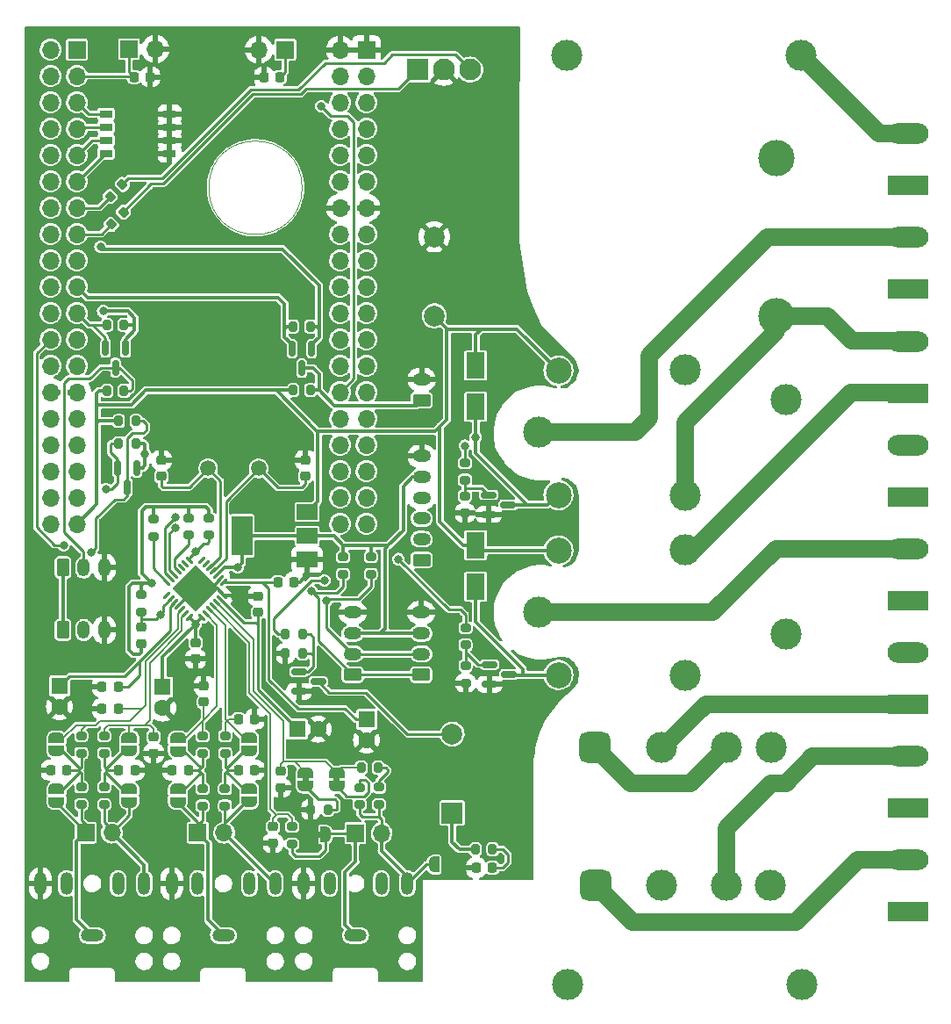
<source format=gtl>
G04 #@! TF.GenerationSoftware,KiCad,Pcbnew,(6.0.7)*
G04 #@! TF.CreationDate,2022-10-09T19:58:45-04:00*
G04 #@! TF.ProjectId,mh-custom-v2,6d682d63-7573-4746-9f6d-2d76322e6b69,rev?*
G04 #@! TF.SameCoordinates,Original*
G04 #@! TF.FileFunction,Copper,L1,Top*
G04 #@! TF.FilePolarity,Positive*
%FSLAX46Y46*%
G04 Gerber Fmt 4.6, Leading zero omitted, Abs format (unit mm)*
G04 Created by KiCad (PCBNEW (6.0.7)) date 2022-10-09 19:58:45*
%MOMM*%
%LPD*%
G01*
G04 APERTURE LIST*
G04 Aperture macros list*
%AMRoundRect*
0 Rectangle with rounded corners*
0 $1 Rounding radius*
0 $2 $3 $4 $5 $6 $7 $8 $9 X,Y pos of 4 corners*
0 Add a 4 corners polygon primitive as box body*
4,1,4,$2,$3,$4,$5,$6,$7,$8,$9,$2,$3,0*
0 Add four circle primitives for the rounded corners*
1,1,$1+$1,$2,$3*
1,1,$1+$1,$4,$5*
1,1,$1+$1,$6,$7*
1,1,$1+$1,$8,$9*
0 Add four rect primitives between the rounded corners*
20,1,$1+$1,$2,$3,$4,$5,0*
20,1,$1+$1,$4,$5,$6,$7,0*
20,1,$1+$1,$6,$7,$8,$9,0*
20,1,$1+$1,$8,$9,$2,$3,0*%
%AMRotRect*
0 Rectangle, with rotation*
0 The origin of the aperture is its center*
0 $1 length*
0 $2 width*
0 $3 Rotation angle, in degrees counterclockwise*
0 Add horizontal line*
21,1,$1,$2,0,0,$3*%
%AMFreePoly0*
4,1,22,0.500000,-0.750000,0.000000,-0.750000,0.000000,-0.745033,-0.079941,-0.743568,-0.215256,-0.701293,-0.333266,-0.622738,-0.424486,-0.514219,-0.481581,-0.384460,-0.499164,-0.250000,-0.500000,-0.250000,-0.500000,0.250000,-0.499164,0.250000,-0.499963,0.256109,-0.478152,0.396186,-0.417904,0.524511,-0.324060,0.630769,-0.204165,0.706417,-0.067858,0.745374,0.000000,0.744959,0.000000,0.750000,
0.500000,0.750000,0.500000,-0.750000,0.500000,-0.750000,$1*%
%AMFreePoly1*
4,1,20,0.000000,0.744959,0.073905,0.744508,0.209726,0.703889,0.328688,0.626782,0.421226,0.519385,0.479903,0.390333,0.500000,0.250000,0.500000,-0.250000,0.499851,-0.262216,0.476331,-0.402017,0.414519,-0.529596,0.319384,-0.634700,0.198574,-0.708877,0.061801,-0.746166,0.000000,-0.745033,0.000000,-0.750000,-0.500000,-0.750000,-0.500000,0.750000,0.000000,0.750000,0.000000,0.744959,
0.000000,0.744959,$1*%
G04 Aperture macros list end*
G04 #@! TA.AperFunction,NonConductor*
%ADD10C,0.010000*%
G04 #@! TD*
G04 #@! TA.AperFunction,ComponentPad*
%ADD11R,1.700000X1.700000*%
G04 #@! TD*
G04 #@! TA.AperFunction,ComponentPad*
%ADD12O,1.700000X1.700000*%
G04 #@! TD*
G04 #@! TA.AperFunction,ComponentPad*
%ADD13C,3.000000*%
G04 #@! TD*
G04 #@! TA.AperFunction,ComponentPad*
%ADD14R,3.960000X1.980000*%
G04 #@! TD*
G04 #@! TA.AperFunction,ComponentPad*
%ADD15O,3.960000X1.980000*%
G04 #@! TD*
G04 #@! TA.AperFunction,SMDPad,CuDef*
%ADD16RoundRect,0.218750X0.218750X0.256250X-0.218750X0.256250X-0.218750X-0.256250X0.218750X-0.256250X0*%
G04 #@! TD*
G04 #@! TA.AperFunction,SMDPad,CuDef*
%ADD17RoundRect,0.200000X-0.200000X-0.275000X0.200000X-0.275000X0.200000X0.275000X-0.200000X0.275000X0*%
G04 #@! TD*
G04 #@! TA.AperFunction,SMDPad,CuDef*
%ADD18RoundRect,0.200000X-0.053033X0.335876X-0.335876X0.053033X0.053033X-0.335876X0.335876X-0.053033X0*%
G04 #@! TD*
G04 #@! TA.AperFunction,SMDPad,CuDef*
%ADD19FreePoly0,90.000000*%
G04 #@! TD*
G04 #@! TA.AperFunction,SMDPad,CuDef*
%ADD20FreePoly1,90.000000*%
G04 #@! TD*
G04 #@! TA.AperFunction,SMDPad,CuDef*
%ADD21RoundRect,0.200000X-0.275000X0.200000X-0.275000X-0.200000X0.275000X-0.200000X0.275000X0.200000X0*%
G04 #@! TD*
G04 #@! TA.AperFunction,ComponentPad*
%ADD22O,1.200000X2.200000*%
G04 #@! TD*
G04 #@! TA.AperFunction,ComponentPad*
%ADD23O,2.200000X1.200000*%
G04 #@! TD*
G04 #@! TA.AperFunction,SMDPad,CuDef*
%ADD24RoundRect,0.200000X0.200000X0.275000X-0.200000X0.275000X-0.200000X-0.275000X0.200000X-0.275000X0*%
G04 #@! TD*
G04 #@! TA.AperFunction,ComponentPad*
%ADD25RoundRect,0.250000X0.625000X-0.350000X0.625000X0.350000X-0.625000X0.350000X-0.625000X-0.350000X0*%
G04 #@! TD*
G04 #@! TA.AperFunction,ComponentPad*
%ADD26O,1.750000X1.200000*%
G04 #@! TD*
G04 #@! TA.AperFunction,SMDPad,CuDef*
%ADD27RoundRect,0.218750X-0.256250X0.218750X-0.256250X-0.218750X0.256250X-0.218750X0.256250X0.218750X0*%
G04 #@! TD*
G04 #@! TA.AperFunction,ComponentPad*
%ADD28C,2.500000*%
G04 #@! TD*
G04 #@! TA.AperFunction,SMDPad,CuDef*
%ADD29FreePoly0,0.000000*%
G04 #@! TD*
G04 #@! TA.AperFunction,SMDPad,CuDef*
%ADD30FreePoly1,0.000000*%
G04 #@! TD*
G04 #@! TA.AperFunction,ComponentPad*
%ADD31R,1.600000X1.600000*%
G04 #@! TD*
G04 #@! TA.AperFunction,ComponentPad*
%ADD32C,1.600000*%
G04 #@! TD*
G04 #@! TA.AperFunction,SMDPad,CuDef*
%ADD33RoundRect,0.200000X0.275000X-0.200000X0.275000X0.200000X-0.275000X0.200000X-0.275000X-0.200000X0*%
G04 #@! TD*
G04 #@! TA.AperFunction,ComponentPad*
%ADD34RoundRect,0.750000X-0.750000X0.750000X-0.750000X-0.750000X0.750000X-0.750000X0.750000X0.750000X0*%
G04 #@! TD*
G04 #@! TA.AperFunction,SMDPad,CuDef*
%ADD35RoundRect,0.218750X0.256250X-0.218750X0.256250X0.218750X-0.256250X0.218750X-0.256250X-0.218750X0*%
G04 #@! TD*
G04 #@! TA.AperFunction,SMDPad,CuDef*
%ADD36RoundRect,0.062500X-0.238649X-0.327037X0.327037X0.238649X0.238649X0.327037X-0.327037X-0.238649X0*%
G04 #@! TD*
G04 #@! TA.AperFunction,SMDPad,CuDef*
%ADD37RoundRect,0.062500X0.238649X-0.327037X0.327037X-0.238649X-0.238649X0.327037X-0.327037X0.238649X0*%
G04 #@! TD*
G04 #@! TA.AperFunction,SMDPad,CuDef*
%ADD38RotRect,3.140000X3.140000X45.000000*%
G04 #@! TD*
G04 #@! TA.AperFunction,ComponentPad*
%ADD39C,1.500000*%
G04 #@! TD*
G04 #@! TA.AperFunction,SMDPad,CuDef*
%ADD40RoundRect,0.150000X-0.150000X0.587500X-0.150000X-0.587500X0.150000X-0.587500X0.150000X0.587500X0*%
G04 #@! TD*
G04 #@! TA.AperFunction,SMDPad,CuDef*
%ADD41RoundRect,0.218750X-0.218750X-0.256250X0.218750X-0.256250X0.218750X0.256250X-0.218750X0.256250X0*%
G04 #@! TD*
G04 #@! TA.AperFunction,SMDPad,CuDef*
%ADD42R,2.000000X1.500000*%
G04 #@! TD*
G04 #@! TA.AperFunction,SMDPad,CuDef*
%ADD43R,2.000000X3.800000*%
G04 #@! TD*
G04 #@! TA.AperFunction,ComponentPad*
%ADD44C,3.500000*%
G04 #@! TD*
G04 #@! TA.AperFunction,ComponentPad*
%ADD45C,2.000000*%
G04 #@! TD*
G04 #@! TA.AperFunction,SMDPad,CuDef*
%ADD46R,1.250000X0.760000*%
G04 #@! TD*
G04 #@! TA.AperFunction,SMDPad,CuDef*
%ADD47R,1.800000X2.500000*%
G04 #@! TD*
G04 #@! TA.AperFunction,SMDPad,CuDef*
%ADD48FreePoly0,180.000000*%
G04 #@! TD*
G04 #@! TA.AperFunction,SMDPad,CuDef*
%ADD49FreePoly1,180.000000*%
G04 #@! TD*
G04 #@! TA.AperFunction,SMDPad,CuDef*
%ADD50RoundRect,0.200000X0.053033X-0.335876X0.335876X-0.053033X-0.053033X0.335876X-0.335876X0.053033X0*%
G04 #@! TD*
G04 #@! TA.AperFunction,ComponentPad*
%ADD51RoundRect,0.250000X-0.350000X-0.625000X0.350000X-0.625000X0.350000X0.625000X-0.350000X0.625000X0*%
G04 #@! TD*
G04 #@! TA.AperFunction,ComponentPad*
%ADD52O,1.200000X1.750000*%
G04 #@! TD*
G04 #@! TA.AperFunction,ComponentPad*
%ADD53R,2.000000X2.000000*%
G04 #@! TD*
G04 #@! TA.AperFunction,SMDPad,CuDef*
%ADD54RoundRect,0.150000X-0.587500X-0.150000X0.587500X-0.150000X0.587500X0.150000X-0.587500X0.150000X0*%
G04 #@! TD*
G04 #@! TA.AperFunction,ComponentPad*
%ADD55R,2.100000X2.100000*%
G04 #@! TD*
G04 #@! TA.AperFunction,ComponentPad*
%ADD56C,2.100000*%
G04 #@! TD*
G04 #@! TA.AperFunction,ViaPad*
%ADD57C,0.800000*%
G04 #@! TD*
G04 #@! TA.AperFunction,Conductor*
%ADD58C,1.700000*%
G04 #@! TD*
G04 #@! TA.AperFunction,Conductor*
%ADD59C,0.350000*%
G04 #@! TD*
G04 #@! TA.AperFunction,Conductor*
%ADD60C,0.250000*%
G04 #@! TD*
G04 #@! TA.AperFunction,Conductor*
%ADD61C,0.200000*%
G04 #@! TD*
G04 APERTURE END LIST*
D10*
X59728000Y-38443000D02*
G75*
G03*
X59728000Y-38443000I-4500000J0D01*
G01*
G36*
X61595000Y-101090000D02*
G01*
X61095000Y-101090000D01*
X61095000Y-100490000D01*
X61595000Y-100490000D01*
X61595000Y-101090000D01*
G37*
G36*
X60372500Y-95740000D02*
G01*
X59772500Y-95740000D01*
X59772500Y-95240000D01*
X60372500Y-95240000D01*
X60372500Y-95740000D01*
G37*
G36*
X63342500Y-95740000D02*
G01*
X62742500Y-95740000D01*
X62742500Y-95240000D01*
X63342500Y-95240000D01*
X63342500Y-95740000D01*
G37*
D11*
X58100000Y-25125000D03*
D12*
X55560000Y-25125000D03*
D13*
X107955000Y-115210000D03*
X85355000Y-115210000D03*
D14*
X118175000Y-48235000D03*
D15*
X118175000Y-43235000D03*
D16*
X57617500Y-27750000D03*
X56042500Y-27750000D03*
D14*
X118175000Y-88235000D03*
D15*
X118175000Y-83235000D03*
D17*
X58120000Y-83340000D03*
X59770000Y-83340000D03*
D18*
X42478363Y-40786637D03*
X41311637Y-41953363D03*
D19*
X43055000Y-97686250D03*
D20*
X43055000Y-96386250D03*
D19*
X36020000Y-92770000D03*
D20*
X36020000Y-91470000D03*
D21*
X58745000Y-100035000D03*
X58745000Y-101685000D03*
D22*
X34480000Y-105517000D03*
X36980000Y-105517000D03*
D23*
X39480000Y-110517000D03*
D22*
X44480000Y-105517000D03*
X41980000Y-105517000D03*
D19*
X47735000Y-92780000D03*
D20*
X47735000Y-91480000D03*
D24*
X42540000Y-58020000D03*
X40890000Y-58020000D03*
D21*
X75455000Y-68135000D03*
X75455000Y-69785000D03*
D16*
X48752500Y-94590000D03*
X47177500Y-94590000D03*
D11*
X38000000Y-25125000D03*
D12*
X35460000Y-25125000D03*
X38000000Y-27665000D03*
X35460000Y-27665000D03*
X38000000Y-30205000D03*
X35460000Y-30205000D03*
X38000000Y-32745000D03*
X35460000Y-32745000D03*
X38000000Y-35285000D03*
X35460000Y-35285000D03*
X38000000Y-37825000D03*
X35460000Y-37825000D03*
X38000000Y-40365000D03*
X35460000Y-40365000D03*
X38000000Y-42905000D03*
X35460000Y-42905000D03*
X38000000Y-45445000D03*
X35460000Y-45445000D03*
X38000000Y-47985000D03*
X35460000Y-47985000D03*
X38000000Y-50525000D03*
X35460000Y-50525000D03*
X38000000Y-53065000D03*
X35460000Y-53065000D03*
X38000000Y-55605000D03*
X35460000Y-55605000D03*
X38000000Y-58145000D03*
X35460000Y-58145000D03*
X38000000Y-60685000D03*
X35460000Y-60685000D03*
X38000000Y-63225000D03*
X35460000Y-63225000D03*
X38000000Y-65765000D03*
X35460000Y-65765000D03*
X38000000Y-68305000D03*
X35460000Y-68305000D03*
X38000000Y-70845000D03*
X35460000Y-70845000D03*
D14*
X118175000Y-58235000D03*
D15*
X118175000Y-53235000D03*
D19*
X43055000Y-92761250D03*
D20*
X43055000Y-91461250D03*
D19*
X54625000Y-97680000D03*
D20*
X54625000Y-96380000D03*
D25*
X71255000Y-58920000D03*
D26*
X71255000Y-56920000D03*
D19*
X47735000Y-97690000D03*
D20*
X47735000Y-96390000D03*
D27*
X57672500Y-94712500D03*
X57672500Y-96287500D03*
D14*
X118175000Y-98235000D03*
D15*
X118175000Y-93235000D03*
D13*
X82515000Y-62020000D03*
D28*
X84465000Y-68070000D03*
D13*
X96665000Y-68070000D03*
X96715000Y-56020000D03*
D28*
X84465000Y-56070000D03*
D16*
X41972500Y-88680000D03*
X40397500Y-88680000D03*
D11*
X43025000Y-25075000D03*
D12*
X45565000Y-25075000D03*
D29*
X60695000Y-100790000D03*
D30*
X61995000Y-100790000D03*
D31*
X36315000Y-86470000D03*
D32*
X36315000Y-88470000D03*
D21*
X75455000Y-64965000D03*
X75455000Y-66615000D03*
D33*
X48812200Y-71942000D03*
X48812200Y-70292000D03*
D24*
X43680000Y-60930000D03*
X42030000Y-60930000D03*
D14*
X118175000Y-108235000D03*
D15*
X118175000Y-103235000D03*
D13*
X104975000Y-92380000D03*
X104925000Y-105680000D03*
X100675000Y-92380000D03*
X100675000Y-105680000D03*
X94375000Y-92430000D03*
X94375000Y-105680000D03*
D34*
X87975000Y-92380000D03*
X88025000Y-105680000D03*
D16*
X55142500Y-94570000D03*
X53567500Y-94570000D03*
D11*
X38835000Y-100611250D03*
D12*
X41375000Y-100611250D03*
D35*
X44175000Y-82387500D03*
X44175000Y-80812500D03*
D24*
X78110000Y-102210000D03*
X76460000Y-102210000D03*
D14*
X118175000Y-68235000D03*
D15*
X118175000Y-63235000D03*
D21*
X67145000Y-96240000D03*
X67145000Y-97890000D03*
X65267500Y-96250000D03*
X65267500Y-97900000D03*
D36*
X46699351Y-77717221D03*
X47052905Y-78070775D03*
X47406458Y-78424328D03*
X47760012Y-78777881D03*
X48113565Y-79131435D03*
X48467118Y-79484988D03*
X48820672Y-79838542D03*
D37*
X50075786Y-79838542D03*
X50429340Y-79484988D03*
X50782893Y-79131435D03*
X51136446Y-78777881D03*
X51490000Y-78424328D03*
X51843553Y-78070775D03*
X52197107Y-77717221D03*
D36*
X52197107Y-76462107D03*
X51843553Y-76108553D03*
X51490000Y-75755000D03*
X51136446Y-75401447D03*
X50782893Y-75047893D03*
X50429340Y-74694340D03*
X50075786Y-74340786D03*
D37*
X48820672Y-74340786D03*
X48467118Y-74694340D03*
X48113565Y-75047893D03*
X47760012Y-75401447D03*
X47406458Y-75755000D03*
X47052905Y-76108553D03*
X46699351Y-76462107D03*
D38*
X49448229Y-77089664D03*
D21*
X52285000Y-96375000D03*
X52285000Y-98025000D03*
D33*
X63695000Y-75685000D03*
X63695000Y-74035000D03*
D39*
X55535000Y-65500000D03*
X50655000Y-65500000D03*
D19*
X60072500Y-96140000D03*
D20*
X60072500Y-94840000D03*
D35*
X46155000Y-66267500D03*
X46155000Y-64692500D03*
D40*
X60655000Y-53962500D03*
X58755000Y-53962500D03*
X59705000Y-55837500D03*
D33*
X66355000Y-75685000D03*
X66355000Y-74035000D03*
D35*
X50245000Y-88017500D03*
X50245000Y-86442500D03*
D13*
X107865000Y-25650000D03*
X85265000Y-25650000D03*
D33*
X38410000Y-92950000D03*
X38410000Y-91300000D03*
D31*
X46275000Y-86590000D03*
D32*
X46275000Y-88590000D03*
D21*
X40620000Y-91300000D03*
X40620000Y-92950000D03*
D33*
X50732200Y-71932000D03*
X50732200Y-70282000D03*
D11*
X49660000Y-100620000D03*
D12*
X52200000Y-100620000D03*
D21*
X75495000Y-80865000D03*
X75495000Y-82515000D03*
D41*
X57397500Y-76460000D03*
X58972500Y-76460000D03*
D11*
X64860000Y-100660000D03*
D12*
X67400000Y-100660000D03*
D19*
X54625000Y-92770000D03*
D20*
X54625000Y-91470000D03*
D35*
X60015000Y-66267500D03*
X60015000Y-64692500D03*
D42*
X60225000Y-74310000D03*
D43*
X53925000Y-72010000D03*
D42*
X60225000Y-72010000D03*
X60225000Y-69710000D03*
D17*
X58870000Y-51800000D03*
X60520000Y-51800000D03*
D31*
X59285000Y-90630000D03*
D32*
X61285000Y-90630000D03*
D27*
X56915000Y-100052500D03*
X56915000Y-101627500D03*
D33*
X44195000Y-79335000D03*
X44195000Y-77685000D03*
D25*
X71255000Y-74320000D03*
D26*
X71255000Y-72320000D03*
X71255000Y-70320000D03*
X71255000Y-68320000D03*
X71255000Y-66320000D03*
X71255000Y-64320000D03*
D44*
X105505000Y-35540000D03*
X105505000Y-50780000D03*
D45*
X72485000Y-50780000D03*
X72485000Y-43160000D03*
D13*
X82515000Y-79360000D03*
D28*
X84465000Y-85410000D03*
D13*
X96665000Y-85410000D03*
X96715000Y-73360000D03*
D28*
X84465000Y-73410000D03*
D21*
X75495000Y-84525000D03*
X75495000Y-86175000D03*
D22*
X47139500Y-105517000D03*
X49639500Y-105517000D03*
D23*
X52139500Y-110517000D03*
D22*
X57139500Y-105517000D03*
X54639500Y-105517000D03*
D33*
X50122500Y-98025000D03*
X50122500Y-96375000D03*
D16*
X55142500Y-89670000D03*
X53567500Y-89670000D03*
D46*
X46950000Y-35130000D03*
X46950000Y-33860000D03*
X46950000Y-32590000D03*
X46950000Y-31320000D03*
X40800000Y-31320000D03*
X40800000Y-32590000D03*
X40800000Y-33860000D03*
X40800000Y-35130000D03*
D33*
X45372800Y-72062000D03*
X45372800Y-70412000D03*
D47*
X76485000Y-55570000D03*
X76485000Y-59570000D03*
D21*
X40620000Y-96225000D03*
X40620000Y-97875000D03*
D17*
X58120000Y-81500000D03*
X59770000Y-81500000D03*
D47*
X76485000Y-72910000D03*
X76485000Y-76910000D03*
D16*
X43572500Y-94587500D03*
X41997500Y-94587500D03*
D40*
X43805000Y-65452500D03*
X41905000Y-65452500D03*
X42855000Y-67327500D03*
D25*
X71225000Y-85390000D03*
D26*
X71225000Y-83390000D03*
X71225000Y-81390000D03*
X71225000Y-79390000D03*
D35*
X45395000Y-92947500D03*
X45395000Y-91372500D03*
D17*
X40890000Y-51660000D03*
X42540000Y-51660000D03*
D19*
X63042500Y-96140000D03*
D20*
X63042500Y-94840000D03*
D35*
X55475000Y-79367500D03*
X55475000Y-77792500D03*
D22*
X59880000Y-105517000D03*
X62380000Y-105517000D03*
D23*
X64880000Y-110517000D03*
D22*
X69880000Y-105517000D03*
X67380000Y-105517000D03*
D17*
X65420000Y-94360000D03*
X67070000Y-94360000D03*
D14*
X118175000Y-38235000D03*
D15*
X118175000Y-33235000D03*
D48*
X73745000Y-103680000D03*
D49*
X72445000Y-103680000D03*
D50*
X41211637Y-39283363D03*
X42378363Y-38116637D03*
D21*
X52295000Y-91307500D03*
X52295000Y-92957500D03*
D40*
X42665000Y-53902500D03*
X40765000Y-53902500D03*
X41715000Y-55777500D03*
D51*
X36655000Y-81070000D03*
D52*
X38655000Y-81070000D03*
X40655000Y-81070000D03*
D53*
X74215000Y-98710000D03*
D45*
X74215000Y-91110000D03*
D31*
X65955000Y-89690000D03*
D32*
X65955000Y-91690000D03*
D27*
X49448229Y-82287500D03*
X49448229Y-83862500D03*
D51*
X36655000Y-75030000D03*
D52*
X38655000Y-75030000D03*
X40655000Y-75030000D03*
D54*
X77737500Y-68050000D03*
X77737500Y-69950000D03*
X79612500Y-69000000D03*
D41*
X76517500Y-103990000D03*
X78092500Y-103990000D03*
D11*
X65940000Y-25125000D03*
D12*
X63400000Y-25125000D03*
X65940000Y-27665000D03*
X63400000Y-27665000D03*
X65940000Y-30205000D03*
X63400000Y-30205000D03*
X65940000Y-32745000D03*
X63400000Y-32745000D03*
X65940000Y-35285000D03*
X63400000Y-35285000D03*
X65940000Y-37825000D03*
X63400000Y-37825000D03*
X65940000Y-40365000D03*
X63400000Y-40365000D03*
X65940000Y-42905000D03*
X63400000Y-42905000D03*
X65940000Y-45445000D03*
X63400000Y-45445000D03*
X65940000Y-47985000D03*
X63400000Y-47985000D03*
X65940000Y-50525000D03*
X63400000Y-50525000D03*
X65940000Y-53065000D03*
X63400000Y-53065000D03*
X65940000Y-55605000D03*
X63400000Y-55605000D03*
X65940000Y-58145000D03*
X63400000Y-58145000D03*
X65940000Y-60685000D03*
X63400000Y-60685000D03*
X65940000Y-63225000D03*
X63400000Y-63225000D03*
X65940000Y-65765000D03*
X63400000Y-65765000D03*
X65940000Y-68305000D03*
X63400000Y-68305000D03*
X65940000Y-70845000D03*
X63400000Y-70845000D03*
D41*
X43507500Y-27750000D03*
X45082500Y-27750000D03*
D17*
X42030000Y-63065000D03*
X43680000Y-63065000D03*
D24*
X60520000Y-57960000D03*
X58870000Y-57960000D03*
D54*
X59417500Y-85100000D03*
X59417500Y-87000000D03*
X61292500Y-86050000D03*
D19*
X36020000Y-97695000D03*
D20*
X36020000Y-96395000D03*
D54*
X77810000Y-84400000D03*
X77810000Y-86300000D03*
X79685000Y-85350000D03*
D55*
X70865000Y-27050000D03*
D56*
X73405000Y-27050000D03*
X75945000Y-27050000D03*
D13*
X106409000Y-58887000D03*
X106409000Y-81487000D03*
D25*
X64605000Y-85390000D03*
D26*
X64605000Y-83390000D03*
X64605000Y-81390000D03*
X64605000Y-79390000D03*
D33*
X50122500Y-92965000D03*
X50122500Y-91315000D03*
D24*
X62210000Y-98380000D03*
X60560000Y-98380000D03*
D14*
X118175000Y-78235000D03*
D15*
X118175000Y-73235000D03*
D33*
X38410000Y-97875000D03*
X38410000Y-96225000D03*
D16*
X41972500Y-86538965D03*
X40397500Y-86538965D03*
X37037500Y-94587500D03*
X35462500Y-94587500D03*
D57*
X76485000Y-62500000D03*
X61578000Y-30569000D03*
X70849000Y-88354000D03*
X53224229Y-77887506D03*
X64702200Y-72072600D03*
X73995000Y-68800000D03*
X57564800Y-65417800D03*
X58655000Y-97910000D03*
X45285000Y-95900000D03*
X33675000Y-92130000D03*
X55025000Y-99820000D03*
X53515000Y-75032893D03*
X49448229Y-80509664D03*
X45225000Y-76600000D03*
X60655000Y-77360000D03*
X47473800Y-70215400D03*
X62049500Y-78254500D03*
X47474972Y-71241170D03*
X61885000Y-76290000D03*
X49411400Y-73495000D03*
X69035000Y-74240000D03*
X75425000Y-63320000D03*
X46085000Y-79580000D03*
X39403800Y-73622000D03*
X40800800Y-67475200D03*
X36711400Y-72885400D03*
X40527500Y-50340000D03*
X40275000Y-44120000D03*
X44565000Y-64076600D03*
D58*
X82515000Y-62020000D02*
X91905000Y-62020000D01*
X91905000Y-62020000D02*
X93265000Y-60660000D01*
X93265000Y-60660000D02*
X93265000Y-54590963D01*
X104630963Y-43225000D02*
X118175000Y-43225000D01*
X93265000Y-54590963D02*
X104630963Y-43225000D01*
D59*
X62831067Y-59426067D02*
X70748933Y-59426067D01*
X82535000Y-69000000D02*
X81495000Y-69000000D01*
X60812500Y-55837500D02*
X59705000Y-55837500D01*
X79612500Y-69000000D02*
X82535000Y-69000000D01*
X82535000Y-69000000D02*
X83385000Y-69000000D01*
X83385000Y-69000000D02*
X84315000Y-68070000D01*
X84315000Y-68070000D02*
X84465000Y-68070000D01*
X76485000Y-62500000D02*
X76485000Y-59570000D01*
X61365000Y-56390000D02*
X60812500Y-55837500D01*
X60520000Y-57960000D02*
X61365000Y-57960000D01*
X61365000Y-57960000D02*
X62831067Y-59426067D01*
X70748933Y-59426067D02*
X71255000Y-58920000D01*
X76485000Y-63990000D02*
X76485000Y-62500000D01*
X61365000Y-57960000D02*
X61365000Y-56390000D01*
X81495000Y-69000000D02*
X76485000Y-63990000D01*
D58*
X105510000Y-52295000D02*
X105510000Y-50995000D01*
X105535000Y-50810000D02*
X105505000Y-50780000D01*
X105505000Y-50780000D02*
X105505000Y-52220000D01*
X110405000Y-50810000D02*
X105535000Y-50810000D01*
X96665000Y-61060000D02*
X96665000Y-68070000D01*
X105505000Y-52220000D02*
X96665000Y-61060000D01*
X112820000Y-53225000D02*
X110405000Y-50810000D01*
X118175000Y-53225000D02*
X112820000Y-53225000D01*
D59*
X76460000Y-102210000D02*
X74915000Y-102210000D01*
X72515000Y-50810000D02*
X73705000Y-52000000D01*
X76985000Y-73410000D02*
X76485000Y-72910000D01*
X76485000Y-52580000D02*
X76485000Y-55570000D01*
X57185000Y-57960000D02*
X44665000Y-57960000D01*
X43255000Y-59370000D02*
X39895000Y-59370000D01*
X61188567Y-61913567D02*
X61165000Y-61890000D01*
X44665000Y-57960000D02*
X43255000Y-59370000D01*
X61165000Y-61890000D02*
X57235000Y-57960000D01*
X39895000Y-59370000D02*
X39895000Y-58230000D01*
X61245000Y-68690000D02*
X61245000Y-61970000D01*
X73025000Y-70620000D02*
X73025000Y-61460000D01*
X39895000Y-59370000D02*
X39895000Y-61110000D01*
X80445000Y-52050000D02*
X77015000Y-52050000D01*
X76485000Y-72910000D02*
X75315000Y-72910000D01*
X73025000Y-61460000D02*
X73315000Y-61170000D01*
X73315000Y-61170000D02*
X72571433Y-61913567D01*
X40075000Y-60930000D02*
X39895000Y-61110000D01*
X84465000Y-56070000D02*
X80445000Y-52050000D01*
X72465000Y-50810000D02*
X72515000Y-50810000D01*
X36655000Y-75030000D02*
X36655000Y-81070000D01*
X73705000Y-52000000D02*
X73705000Y-52050000D01*
X58870000Y-57960000D02*
X57185000Y-57960000D01*
X74215000Y-101510000D02*
X74215000Y-98710000D01*
X84465000Y-73410000D02*
X76985000Y-73410000D01*
X40105000Y-58020000D02*
X40890000Y-58020000D01*
X57235000Y-57960000D02*
X57185000Y-57960000D01*
X39895000Y-61110000D02*
X39895000Y-68950000D01*
X73705000Y-52050000D02*
X77015000Y-52050000D01*
X39895000Y-58230000D02*
X40105000Y-58020000D01*
X72571433Y-61913567D02*
X61188567Y-61913567D01*
X60225000Y-69710000D02*
X61245000Y-68690000D01*
X61245000Y-61970000D02*
X61165000Y-61890000D01*
X42030000Y-60930000D02*
X40075000Y-60930000D01*
X75315000Y-72910000D02*
X73025000Y-70620000D01*
X74915000Y-102210000D02*
X74215000Y-101510000D01*
X39895000Y-68950000D02*
X38000000Y-70845000D01*
X73705000Y-52050000D02*
X73705000Y-60780000D01*
X73705000Y-60780000D02*
X73315000Y-61170000D01*
X77015000Y-52050000D02*
X76485000Y-52580000D01*
D58*
X99335000Y-79360000D02*
X105470000Y-73225000D01*
X82515000Y-79360000D02*
X99335000Y-79360000D01*
X105470000Y-73225000D02*
X118175000Y-73225000D01*
D59*
X81035000Y-85410000D02*
X81035000Y-84850000D01*
X79745000Y-85410000D02*
X81035000Y-85410000D01*
X81035000Y-84850000D02*
X76485000Y-80300000D01*
X79685000Y-85350000D02*
X79745000Y-85410000D01*
X76485000Y-80300000D02*
X76485000Y-76910000D01*
X81035000Y-85410000D02*
X84465000Y-85410000D01*
D58*
X97555000Y-73360000D02*
X112690000Y-58225000D01*
X112690000Y-58225000D02*
X118175000Y-58225000D01*
X96715000Y-73360000D02*
X97555000Y-73360000D01*
D60*
X64685000Y-32070000D02*
X64115000Y-31500000D01*
X62509000Y-31500000D02*
X61578000Y-30569000D01*
X63400000Y-58145000D02*
X64685000Y-56860000D01*
X64115000Y-31500000D02*
X62509000Y-31500000D01*
X58100000Y-27267500D02*
X57617500Y-27750000D01*
X58100000Y-25125000D02*
X58100000Y-27267500D01*
X64685000Y-56860000D02*
X64685000Y-32070000D01*
D59*
X50862442Y-77089664D02*
X49448229Y-77089664D01*
X58972500Y-76460000D02*
X59505000Y-76460000D01*
X59505000Y-76460000D02*
X60225000Y-75740000D01*
X47760012Y-78777881D02*
X49448229Y-77089664D01*
X53053944Y-77717221D02*
X53224229Y-77887506D01*
X52197107Y-77717221D02*
X53053944Y-77717221D01*
D60*
X51843553Y-76108553D02*
X50862442Y-77089664D01*
D59*
X60225000Y-75740000D02*
X60225000Y-74310000D01*
X51569550Y-77089664D02*
X52197107Y-77717221D01*
X49448229Y-77089664D02*
X51569550Y-77089664D01*
D60*
X69895000Y-91110000D02*
X74215000Y-91110000D01*
X61292500Y-86050000D02*
X62352500Y-87110000D01*
X62352500Y-87110000D02*
X65895000Y-87110000D01*
X65895000Y-87110000D02*
X69895000Y-91110000D01*
X38000000Y-27665000D02*
X43422500Y-27665000D01*
X43507500Y-27750000D02*
X43025000Y-27267500D01*
X43422500Y-27665000D02*
X43507500Y-27750000D01*
X43025000Y-27267500D02*
X43025000Y-25075000D01*
X36020000Y-96395000D02*
X36680000Y-96395000D01*
X38410000Y-94315000D02*
X38275000Y-94450000D01*
X38275000Y-94450000D02*
X38137500Y-94587500D01*
X38410000Y-92950000D02*
X38410000Y-94315000D01*
X36595000Y-92770000D02*
X38275000Y-94450000D01*
X36680000Y-96395000D02*
X38312500Y-94762500D01*
X38410000Y-94860000D02*
X38312500Y-94762500D01*
X38410000Y-96225000D02*
X38410000Y-94860000D01*
X38137500Y-94587500D02*
X37037500Y-94587500D01*
X36020000Y-92770000D02*
X36595000Y-92770000D01*
X38312500Y-94762500D02*
X38137500Y-94587500D01*
X40742500Y-94767500D02*
X40922500Y-94587500D01*
X43055000Y-92761250D02*
X42493750Y-92761250D01*
X40620000Y-92950000D02*
X40620000Y-94285000D01*
X40922500Y-94587500D02*
X41997500Y-94587500D01*
X42361250Y-96386250D02*
X40742500Y-94767500D01*
X40620000Y-94890000D02*
X40742500Y-94767500D01*
X40795000Y-94460000D02*
X40922500Y-94587500D01*
X40620000Y-96225000D02*
X40620000Y-94890000D01*
X43055000Y-96386250D02*
X42361250Y-96386250D01*
X42493750Y-92761250D02*
X40795000Y-94460000D01*
X40620000Y-94285000D02*
X40795000Y-94460000D01*
X50122500Y-94967500D02*
X49965000Y-94810000D01*
X50122500Y-92965000D02*
X50122500Y-94212500D01*
X49965000Y-94810000D02*
X49745000Y-94590000D01*
X50122500Y-94212500D02*
X49970000Y-94365000D01*
X49745000Y-94590000D02*
X48752500Y-94590000D01*
X48385000Y-96390000D02*
X49965000Y-94810000D01*
X49970000Y-94365000D02*
X49745000Y-94590000D01*
X48385000Y-92780000D02*
X49970000Y-94365000D01*
X50122500Y-96375000D02*
X50122500Y-94967500D01*
X47735000Y-92780000D02*
X48385000Y-92780000D01*
X47735000Y-96390000D02*
X48385000Y-96390000D01*
X52595000Y-94570000D02*
X53567500Y-94570000D01*
X52285000Y-96375000D02*
X52285000Y-94880000D01*
X54085000Y-92770000D02*
X52430000Y-94425000D01*
X52295000Y-92957500D02*
X52295000Y-94290000D01*
X54625000Y-92770000D02*
X54085000Y-92770000D01*
X52285000Y-94880000D02*
X52430000Y-94735000D01*
X52430000Y-94735000D02*
X52595000Y-94570000D01*
X54625000Y-96380000D02*
X54075000Y-96380000D01*
X52295000Y-94290000D02*
X52430000Y-94425000D01*
X52430000Y-94425000D02*
X52575000Y-94570000D01*
X54075000Y-96380000D02*
X52430000Y-94735000D01*
X52575000Y-94570000D02*
X52595000Y-94570000D01*
D61*
X44245000Y-88680000D02*
X44250000Y-88675000D01*
X38410000Y-91300000D02*
X38410000Y-90725000D01*
X47731136Y-79513864D02*
X48113565Y-79131435D01*
X40145000Y-89930000D02*
X40225000Y-89850000D01*
X38410000Y-90725000D02*
X38885000Y-90250000D01*
X37905000Y-90250000D02*
X38885000Y-90250000D01*
X38885000Y-90250000D02*
X39825000Y-90250000D01*
X44635000Y-84085455D02*
X47731136Y-80989319D01*
X39825000Y-90250000D02*
X40145000Y-89930000D01*
X40225000Y-89850000D02*
X43075000Y-89850000D01*
X47731136Y-80989319D02*
X47731136Y-79513864D01*
X36685000Y-91470000D02*
X37905000Y-90250000D01*
X43075000Y-89850000D02*
X44250000Y-88675000D01*
X44635000Y-88290000D02*
X44635000Y-84085455D01*
X44250000Y-88675000D02*
X44635000Y-88290000D01*
X41972500Y-88680000D02*
X44245000Y-88680000D01*
X36020000Y-91470000D02*
X36685000Y-91470000D01*
X44535000Y-90250000D02*
X42425000Y-90250000D01*
X45025000Y-90250000D02*
X45395000Y-90620000D01*
X48467118Y-79484988D02*
X48131136Y-79820970D01*
X42985000Y-90250000D02*
X45025000Y-90250000D01*
X45035000Y-89750000D02*
X44535000Y-90250000D01*
X40955000Y-90250000D02*
X42425000Y-90250000D01*
X45035000Y-84251141D02*
X45035000Y-89750000D01*
X40620000Y-90585000D02*
X40955000Y-90250000D01*
X45395000Y-90620000D02*
X45395000Y-91372500D01*
X42985000Y-91391250D02*
X43055000Y-91461250D01*
X42985000Y-90250000D02*
X42985000Y-91391250D01*
X42425000Y-90250000D02*
X42985000Y-90250000D01*
X48131136Y-81155005D02*
X45035000Y-84251141D01*
X48131136Y-79820970D02*
X48131136Y-81155005D01*
X40620000Y-91300000D02*
X40620000Y-90585000D01*
X51525000Y-88450000D02*
X51525000Y-80580648D01*
X50122500Y-91315000D02*
X50122500Y-89852500D01*
X47735000Y-91480000D02*
X48495000Y-91480000D01*
X48495000Y-91480000D02*
X50220000Y-89755000D01*
X50122500Y-89852500D02*
X50220000Y-89755000D01*
X50220000Y-89755000D02*
X51525000Y-88450000D01*
X50245000Y-89730000D02*
X50122500Y-89852500D01*
X51525000Y-80580648D02*
X50429340Y-79484988D01*
X50245000Y-88017500D02*
X50245000Y-89730000D01*
X52480000Y-89865000D02*
X52675000Y-89670000D01*
X50782893Y-79131435D02*
X52315000Y-80663542D01*
X52295000Y-91307500D02*
X52295000Y-90050000D01*
X52315000Y-80663542D02*
X52315000Y-89700000D01*
X54085000Y-91470000D02*
X52480000Y-89865000D01*
X52675000Y-89670000D02*
X53567500Y-89670000D01*
X52295000Y-90050000D02*
X52480000Y-89865000D01*
X52315000Y-89700000D02*
X52480000Y-89865000D01*
X54625000Y-91470000D02*
X54085000Y-91470000D01*
X57672500Y-94712500D02*
X57672500Y-93992500D01*
X59012500Y-93780000D02*
X61982500Y-93780000D01*
X55040000Y-87005000D02*
X57885000Y-89850000D01*
X61982500Y-93780000D02*
X63042500Y-94840000D01*
X55040000Y-81965000D02*
X55040000Y-87005000D01*
X57885000Y-89850000D02*
X57885000Y-93780000D01*
X59012500Y-93780000D02*
X60072500Y-94840000D01*
X63522500Y-94360000D02*
X63042500Y-94840000D01*
X51499328Y-78424328D02*
X55040000Y-81965000D01*
X65420000Y-94360000D02*
X63522500Y-94360000D01*
X57672500Y-93992500D02*
X57885000Y-93780000D01*
X57885000Y-93780000D02*
X59012500Y-93780000D01*
X56655000Y-89190000D02*
X56655000Y-98350000D01*
X54640000Y-82281435D02*
X54640000Y-87175000D01*
X57315000Y-98860000D02*
X57240000Y-98935000D01*
X58375000Y-98860000D02*
X57315000Y-98860000D01*
X56655000Y-98350000D02*
X57240000Y-98935000D01*
X56915000Y-99260000D02*
X56915000Y-100052500D01*
X51136446Y-78777881D02*
X54640000Y-82281435D01*
X58745000Y-99230000D02*
X58375000Y-98860000D01*
X54640000Y-87175000D02*
X56655000Y-89190000D01*
X58745000Y-100035000D02*
X58745000Y-99230000D01*
X57240000Y-98935000D02*
X56915000Y-99260000D01*
D59*
X63705000Y-72920000D02*
X63705000Y-74025000D01*
X48642200Y-69227000D02*
X48812200Y-69397000D01*
X67725000Y-81390000D02*
X71225000Y-81390000D01*
X49361794Y-80379664D02*
X48820672Y-79838542D01*
X49448229Y-80509664D02*
X46275000Y-83682893D01*
X67705000Y-73260000D02*
X68035000Y-72930000D01*
X50462200Y-69227000D02*
X50732200Y-69497000D01*
X49448229Y-80509664D02*
X49448229Y-82287500D01*
X43015000Y-82980000D02*
X43015000Y-76920000D01*
X43335000Y-76600000D02*
X44395000Y-76600000D01*
X44395000Y-76600000D02*
X45225000Y-76600000D01*
X44195000Y-77685000D02*
X44195000Y-76800000D01*
X69485000Y-67240000D02*
X70405000Y-66320000D01*
X62805000Y-72020000D02*
X63705000Y-72920000D01*
X66355000Y-72940000D02*
X66365000Y-72930000D01*
X50075786Y-79838542D02*
X50075786Y-79842107D01*
X53515000Y-75032893D02*
X52212107Y-75032893D01*
X44822200Y-69227000D02*
X48134200Y-69227000D01*
X63685000Y-72930000D02*
X66365000Y-72930000D01*
X67255000Y-81390000D02*
X67725000Y-81390000D01*
X53935000Y-72020000D02*
X62805000Y-72020000D01*
X69485000Y-71480000D02*
X69485000Y-67240000D01*
X50075786Y-79842107D02*
X49538229Y-80379664D01*
X44195000Y-76800000D02*
X44395000Y-76600000D01*
X67705000Y-80940000D02*
X67705000Y-73260000D01*
X46275000Y-83682893D02*
X46275000Y-86590000D01*
X44175000Y-83232894D02*
X44027894Y-83380000D01*
X44252800Y-69597000D02*
X44622800Y-69227000D01*
X43415000Y-83380000D02*
X43015000Y-82980000D01*
X45372800Y-69367000D02*
X45372800Y-70412000D01*
X44252800Y-75627800D02*
X44252800Y-69597000D01*
X45225000Y-76600000D02*
X44252800Y-75627800D01*
X53925000Y-74622893D02*
X53925000Y-72010000D01*
X44027894Y-83380000D02*
X43415000Y-83380000D01*
X68035000Y-72930000D02*
X69485000Y-71480000D01*
X70405000Y-66320000D02*
X71255000Y-66320000D01*
X44175000Y-82387500D02*
X44175000Y-83232894D01*
X48812200Y-69397000D02*
X48812200Y-70292000D01*
X48642200Y-69227000D02*
X50462200Y-69227000D01*
X48134200Y-69227000D02*
X48642200Y-69227000D01*
X67255000Y-81390000D02*
X67705000Y-80940000D01*
X43015000Y-76920000D02*
X43335000Y-76600000D01*
X66365000Y-72930000D02*
X68035000Y-72930000D01*
X45232800Y-69227000D02*
X45372800Y-69367000D01*
X53925000Y-72010000D02*
X53935000Y-72020000D01*
X53515000Y-75032893D02*
X53925000Y-74622893D01*
X50732200Y-69497000D02*
X50732200Y-70282000D01*
X44622800Y-69227000D02*
X45232800Y-69227000D01*
X66355000Y-74035000D02*
X66355000Y-72940000D01*
X64605000Y-81390000D02*
X67255000Y-81390000D01*
X63705000Y-74025000D02*
X63695000Y-74035000D01*
X52212107Y-75032893D02*
X51490000Y-75755000D01*
D60*
X42966035Y-86538965D02*
X44070000Y-85435000D01*
X47025000Y-78805786D02*
X47406458Y-78424328D01*
X37295000Y-85520000D02*
X42595000Y-85520000D01*
X47025000Y-81090000D02*
X47025000Y-78805786D01*
X44070000Y-84105000D02*
X44040000Y-84075000D01*
X44070000Y-85435000D02*
X44070000Y-84105000D01*
X44040000Y-84075000D02*
X47025000Y-81090000D01*
X42595000Y-85520000D02*
X44040000Y-84075000D01*
X41972500Y-86538965D02*
X42966035Y-86538965D01*
X36345000Y-86470000D02*
X37295000Y-85520000D01*
X54612107Y-76467107D02*
X57390393Y-76467107D01*
X54612107Y-76467107D02*
X55902107Y-76467107D01*
X64905000Y-89690000D02*
X65955000Y-89690000D01*
X54612107Y-76467107D02*
X52202107Y-76467107D01*
X56515000Y-77080000D02*
X56515000Y-85850000D01*
X56515000Y-85850000D02*
X59325000Y-88660000D01*
X55902107Y-76467107D02*
X56515000Y-77080000D01*
X52202107Y-76467107D02*
X52197107Y-76462107D01*
X63875000Y-88660000D02*
X64905000Y-89690000D01*
X57390393Y-76467107D02*
X57397500Y-76460000D01*
X59325000Y-88660000D02*
X63875000Y-88660000D01*
X46155000Y-67190000D02*
X46275000Y-67310000D01*
X51849800Y-73980986D02*
X51849800Y-66694800D01*
X48845000Y-67310000D02*
X50655000Y-65500000D01*
X46275000Y-67310000D02*
X48845000Y-67310000D01*
X46155000Y-66267500D02*
X46155000Y-67190000D01*
X51849800Y-66694800D02*
X50655000Y-65500000D01*
X50782893Y-75047893D02*
X51849800Y-73980986D01*
X60015000Y-67020000D02*
X59665000Y-67370000D01*
X52383200Y-74154693D02*
X52383200Y-68651800D01*
X57405000Y-67370000D02*
X55535000Y-65500000D01*
X51136446Y-75401447D02*
X52383200Y-74154693D01*
X52383200Y-68651800D02*
X55535000Y-65500000D01*
X59665000Y-67370000D02*
X57405000Y-67370000D01*
X60015000Y-66267500D02*
X60015000Y-67020000D01*
X55465000Y-80950000D02*
X55465000Y-86810000D01*
X55465000Y-86810000D02*
X59285000Y-90630000D01*
X51843553Y-78076830D02*
X54131723Y-80365000D01*
X55475000Y-80940000D02*
X55465000Y-80950000D01*
X54131723Y-80365000D02*
X55300000Y-80365000D01*
X51843553Y-78070775D02*
X51843553Y-78076830D01*
X55300000Y-80365000D02*
X55465000Y-80530000D01*
X55475000Y-79367500D02*
X55475000Y-80940000D01*
X55465000Y-80530000D02*
X55465000Y-80950000D01*
X79095000Y-102210000D02*
X78110000Y-102210000D01*
X79585000Y-103520000D02*
X79585000Y-102700000D01*
X79585000Y-102700000D02*
X79095000Y-102210000D01*
X79115000Y-103990000D02*
X79585000Y-103520000D01*
X78092500Y-103990000D02*
X79115000Y-103990000D01*
X40307500Y-55777500D02*
X39235000Y-56850000D01*
X43325000Y-57030000D02*
X43325000Y-57820000D01*
X43125000Y-58020000D02*
X42540000Y-58020000D01*
X41715000Y-55777500D02*
X42072500Y-55777500D01*
X42072500Y-55777500D02*
X43325000Y-57030000D01*
X39235000Y-56850000D02*
X37155000Y-56850000D01*
X41715000Y-55777500D02*
X40307500Y-55777500D01*
X43325000Y-57820000D02*
X43125000Y-58020000D01*
X36745000Y-71640000D02*
X38655000Y-73550000D01*
X36745000Y-57260000D02*
X36745000Y-71640000D01*
X37155000Y-56850000D02*
X36745000Y-57260000D01*
X38655000Y-73550000D02*
X38655000Y-75030000D01*
D58*
X115375000Y-33225000D02*
X107865000Y-25715000D01*
X107865000Y-25715000D02*
X107865000Y-25650000D01*
X118175000Y-33225000D02*
X115375000Y-33225000D01*
X91605000Y-109260000D02*
X107375000Y-109260000D01*
X107375000Y-109260000D02*
X113410000Y-103225000D01*
X88025000Y-105680000D02*
X91605000Y-109260000D01*
X113410000Y-103225000D02*
X118175000Y-103225000D01*
D60*
X60825000Y-77530000D02*
X63075000Y-77530000D01*
X63705000Y-76900000D02*
X63705000Y-76115000D01*
X60655000Y-77360000D02*
X60825000Y-77530000D01*
X46499028Y-75554676D02*
X47052905Y-76108553D01*
X63075000Y-77530000D02*
X63705000Y-76900000D01*
X64605000Y-85390000D02*
X71225000Y-85390000D01*
X60655000Y-77360000D02*
X61325000Y-78030000D01*
X46499028Y-71190172D02*
X46499028Y-75554676D01*
X61325000Y-78030000D02*
X61325000Y-82110000D01*
X47473800Y-70215400D02*
X46499028Y-71190172D01*
X61325000Y-82110000D02*
X64605000Y-85390000D01*
X46949028Y-71767114D02*
X46949028Y-75297570D01*
X47474972Y-71241170D02*
X46949028Y-71767114D01*
X62049500Y-78254500D02*
X62049500Y-80834500D01*
X62049500Y-80834500D02*
X64605000Y-83390000D01*
X64605000Y-83390000D02*
X71225000Y-83390000D01*
X62049500Y-78254500D02*
X62184000Y-78120000D01*
X62184000Y-78120000D02*
X65175000Y-78120000D01*
X66365000Y-76930000D02*
X66365000Y-76115000D01*
X46949028Y-75297570D02*
X47406458Y-75755000D01*
X65175000Y-78120000D02*
X66365000Y-76930000D01*
D59*
X39480000Y-110517000D02*
X37955000Y-108992000D01*
X37955000Y-101491250D02*
X38835000Y-100611250D01*
D60*
X36020000Y-97695000D02*
X38835000Y-100510000D01*
X38410000Y-99395000D02*
X38835000Y-99820000D01*
D59*
X37955000Y-108992000D02*
X37955000Y-101491250D01*
D60*
X38410000Y-97875000D02*
X38410000Y-99395000D01*
X38835000Y-99820000D02*
X38835000Y-100611250D01*
X38835000Y-100510000D02*
X38835000Y-100611250D01*
D59*
X44480000Y-103716250D02*
X41375000Y-100611250D01*
X44480000Y-105517000D02*
X44480000Y-103716250D01*
D60*
X40620000Y-99605000D02*
X41375000Y-100360000D01*
X41375000Y-100360000D02*
X41375000Y-100611250D01*
X40620000Y-97875000D02*
X40620000Y-99605000D01*
X43055000Y-98931250D02*
X41375000Y-100611250D01*
X43055000Y-97686250D02*
X43055000Y-98931250D01*
X49660000Y-99615000D02*
X49660000Y-100620000D01*
X47735000Y-97690000D02*
X49660000Y-99615000D01*
D59*
X50645000Y-109022500D02*
X50645000Y-101605000D01*
X50645000Y-101605000D02*
X49660000Y-100620000D01*
D60*
X50122500Y-99422500D02*
X49660000Y-99885000D01*
X49660000Y-99885000D02*
X49660000Y-100620000D01*
D59*
X52139500Y-110517000D02*
X50645000Y-109022500D01*
D60*
X50122500Y-98025000D02*
X50122500Y-99422500D01*
X52285000Y-99660000D02*
X52285000Y-100535000D01*
D59*
X57097000Y-105517000D02*
X52200000Y-100620000D01*
D60*
X52285000Y-100535000D02*
X52200000Y-100620000D01*
D59*
X57139500Y-105517000D02*
X57097000Y-105517000D01*
D60*
X54265000Y-97680000D02*
X52285000Y-99660000D01*
X54625000Y-97680000D02*
X54265000Y-97680000D01*
X52285000Y-98025000D02*
X52285000Y-99660000D01*
X59065000Y-102870000D02*
X58745000Y-102550000D01*
X64860000Y-100660000D02*
X62125000Y-100660000D01*
D59*
X64890000Y-103405000D02*
X64860000Y-103375000D01*
D60*
X61995000Y-100790000D02*
X61995000Y-102260000D01*
X58745000Y-102550000D02*
X58745000Y-101685000D01*
X62125000Y-100660000D02*
X61995000Y-100790000D01*
D59*
X64880000Y-110517000D02*
X63854999Y-109491999D01*
X63854999Y-109491999D02*
X63854999Y-104440001D01*
X64860000Y-103375000D02*
X64860000Y-100660000D01*
D60*
X61385000Y-102870000D02*
X59065000Y-102870000D01*
D59*
X63854999Y-104440001D02*
X64890000Y-103405000D01*
D60*
X61995000Y-102260000D02*
X61385000Y-102870000D01*
X65267500Y-98792500D02*
X65267500Y-97900000D01*
D59*
X69880000Y-104835000D02*
X67400000Y-102355000D01*
D60*
X67400000Y-99325000D02*
X67400000Y-100660000D01*
X67145000Y-97890000D02*
X67145000Y-99070000D01*
X71717000Y-103680000D02*
X69880000Y-105517000D01*
X72445000Y-103680000D02*
X71717000Y-103680000D01*
D59*
X67400000Y-102355000D02*
X67400000Y-100660000D01*
X69880000Y-105517000D02*
X69880000Y-104835000D01*
D60*
X67145000Y-99070000D02*
X65565000Y-99070000D01*
X65555000Y-99080000D02*
X65267500Y-98792500D01*
X67145000Y-99070000D02*
X67400000Y-99325000D01*
X65565000Y-99070000D02*
X65555000Y-99080000D01*
X45175000Y-38070000D02*
X46300718Y-38070000D01*
X69015000Y-28900000D02*
X70865000Y-27050000D01*
X60111396Y-28900000D02*
X69015000Y-28900000D01*
X46300718Y-38070000D02*
X54945718Y-29425000D01*
X42478363Y-40766637D02*
X45175000Y-38070000D01*
X42478363Y-40786637D02*
X42478363Y-40766637D01*
X59586396Y-29425000D02*
X60111396Y-28900000D01*
X54945718Y-29425000D02*
X59586396Y-29425000D01*
X42378363Y-38116637D02*
X42970000Y-37525000D01*
X61975000Y-26400000D02*
X67625000Y-26400000D01*
X42970000Y-37525000D02*
X46210000Y-37525000D01*
X59400000Y-28975000D02*
X61975000Y-26400000D01*
X74485000Y-25590000D02*
X75945000Y-27050000D01*
X46210000Y-37525000D02*
X54760000Y-28975000D01*
X67625000Y-26400000D02*
X68435000Y-25590000D01*
X68435000Y-25590000D02*
X74485000Y-25590000D01*
X54760000Y-28975000D02*
X59400000Y-28975000D01*
X40800000Y-31320000D02*
X39115000Y-31320000D01*
X39115000Y-31320000D02*
X38000000Y-30205000D01*
X38155000Y-32590000D02*
X38000000Y-32745000D01*
X40800000Y-32590000D02*
X38155000Y-32590000D01*
X39425000Y-33860000D02*
X38000000Y-35285000D01*
X40800000Y-33860000D02*
X39425000Y-33860000D01*
X40800000Y-35130000D02*
X40695000Y-35130000D01*
X40695000Y-35130000D02*
X38000000Y-37825000D01*
X38000000Y-40365000D02*
X40130000Y-40365000D01*
X40130000Y-40365000D02*
X41211637Y-39283363D01*
X38000000Y-42905000D02*
X40360000Y-42905000D01*
X40360000Y-42905000D02*
X41311637Y-41953363D01*
X57425000Y-81500000D02*
X58120000Y-81500000D01*
X57005000Y-79930000D02*
X57005000Y-81080000D01*
X61885000Y-76290000D02*
X60645000Y-76290000D01*
X60645000Y-76290000D02*
X57005000Y-79930000D01*
X57005000Y-81080000D02*
X57425000Y-81500000D01*
D59*
X58870000Y-51800000D02*
X58285000Y-51800000D01*
X58025000Y-52830000D02*
X58755000Y-53560000D01*
X38000000Y-47985000D02*
X39025000Y-49010000D01*
X58285000Y-51800000D02*
X58025000Y-52060000D01*
X58025000Y-49620000D02*
X58025000Y-52060000D01*
X58755000Y-53560000D02*
X58755000Y-53962500D01*
X58025000Y-52060000D02*
X58025000Y-52830000D01*
X39025000Y-49010000D02*
X57415000Y-49010000D01*
X57415000Y-49010000D02*
X58025000Y-49620000D01*
D60*
X40765000Y-52910000D02*
X39515000Y-51660000D01*
X40765000Y-53902500D02*
X40765000Y-52910000D01*
X39135000Y-51660000D02*
X38000000Y-50525000D01*
X40890000Y-51660000D02*
X39515000Y-51660000D01*
X39515000Y-51660000D02*
X39135000Y-51660000D01*
X50579800Y-72733000D02*
X50732200Y-72580600D01*
X50732200Y-72580600D02*
X50732200Y-71932000D01*
X48820672Y-74085728D02*
X48820672Y-74340786D01*
X49411400Y-73495000D02*
X48820672Y-74085728D01*
X50173400Y-72733000D02*
X50579800Y-72733000D01*
X49411400Y-73495000D02*
X50173400Y-72733000D01*
X73915000Y-79120000D02*
X75045000Y-79120000D01*
X75495000Y-79570000D02*
X75495000Y-80865000D01*
X69035000Y-74240000D02*
X73915000Y-79120000D01*
X75045000Y-79120000D02*
X75495000Y-79570000D01*
X75425000Y-64935000D02*
X75455000Y-64965000D01*
X75425000Y-63320000D02*
X75425000Y-64935000D01*
D58*
X97175000Y-95880000D02*
X91475000Y-95880000D01*
X100675000Y-92380000D02*
X97175000Y-95880000D01*
X91475000Y-95880000D02*
X87975000Y-92380000D01*
X100675000Y-100170000D02*
X105015000Y-95830000D01*
X105015000Y-95830000D02*
X106404037Y-95830000D01*
X100675000Y-105680000D02*
X100675000Y-100170000D01*
X109009037Y-93225000D02*
X118175000Y-93225000D01*
X106404037Y-95830000D02*
X109009037Y-93225000D01*
D60*
X65725000Y-97090000D02*
X63992500Y-97090000D01*
X66125000Y-96690000D02*
X65725000Y-97090000D01*
X65267500Y-95502500D02*
X65817500Y-95502500D01*
X63992500Y-97090000D02*
X63042500Y-96140000D01*
X66125000Y-95810000D02*
X66125000Y-96690000D01*
X65817500Y-95502500D02*
X66125000Y-95810000D01*
X65267500Y-96250000D02*
X65267500Y-95502500D01*
X63105000Y-97640000D02*
X62875000Y-97410000D01*
X62210000Y-98380000D02*
X63095000Y-98380000D01*
X62875000Y-97410000D02*
X61342500Y-97410000D01*
X63095000Y-98380000D02*
X63105000Y-98370000D01*
X63105000Y-98370000D02*
X63105000Y-97640000D01*
X61342500Y-97410000D02*
X60072500Y-96140000D01*
X60305000Y-85090000D02*
X59427500Y-85090000D01*
X60815000Y-83550000D02*
X60595000Y-83330000D01*
X59780000Y-83330000D02*
X59770000Y-83340000D01*
X60595000Y-83330000D02*
X59780000Y-83330000D01*
X60535000Y-81490000D02*
X59780000Y-81490000D01*
X60305000Y-85090000D02*
X60815000Y-84580000D01*
X59780000Y-81490000D02*
X59770000Y-81500000D01*
X59427500Y-85090000D02*
X59417500Y-85100000D01*
X60815000Y-81770000D02*
X60535000Y-81490000D01*
X60815000Y-84580000D02*
X60815000Y-83550000D01*
X60815000Y-83550000D02*
X60815000Y-81770000D01*
X67145000Y-96240000D02*
X67145000Y-95600000D01*
X67145000Y-95600000D02*
X67985000Y-94760000D01*
X67795000Y-94360000D02*
X67070000Y-94360000D01*
X67985000Y-94550000D02*
X67795000Y-94360000D01*
X67985000Y-94760000D02*
X67985000Y-94550000D01*
X45372800Y-75137800D02*
X46697107Y-76462107D01*
X46697107Y-76462107D02*
X46699351Y-76462107D01*
X45372800Y-72062000D02*
X45372800Y-75137800D01*
X47760012Y-75401447D02*
X47399028Y-75040463D01*
X47399028Y-74211972D02*
X48812200Y-72798800D01*
X47399028Y-75040463D02*
X47399028Y-74211972D01*
X48812200Y-72798800D02*
X48812200Y-71942000D01*
X75455000Y-66615000D02*
X75455000Y-67390000D01*
X75455000Y-67390000D02*
X75455000Y-68135000D01*
X75455000Y-67390000D02*
X77077500Y-67390000D01*
X77077500Y-67390000D02*
X77737500Y-68050000D01*
X76695000Y-84400000D02*
X77810000Y-84400000D01*
X75505000Y-83210000D02*
X76695000Y-84400000D01*
X75495000Y-82515000D02*
X75495000Y-83210000D01*
X75495000Y-83210000D02*
X75505000Y-83210000D01*
X75495000Y-83210000D02*
X75495000Y-84525000D01*
D58*
X118160000Y-88210000D02*
X118175000Y-88225000D01*
X94375000Y-92430000D02*
X94524037Y-92430000D01*
X98744037Y-88210000D02*
X118160000Y-88210000D01*
X94524037Y-92430000D02*
X98744037Y-88210000D01*
D60*
X44195000Y-80792500D02*
X44175000Y-80812500D01*
X44195000Y-80030000D02*
X45625000Y-80030000D01*
X46358680Y-79296320D02*
X46358680Y-78765000D01*
X45625000Y-80030000D02*
X46358680Y-79296320D01*
X44195000Y-80030000D02*
X44195000Y-80792500D01*
X44195000Y-79335000D02*
X44195000Y-80030000D01*
X46358680Y-78765000D02*
X47052905Y-78070775D01*
X44705000Y-61800000D02*
X44705000Y-61270000D01*
X42505000Y-68480000D02*
X42855000Y-68130000D01*
X41645000Y-68480000D02*
X42505000Y-68480000D01*
X39835000Y-70290000D02*
X41645000Y-68480000D01*
X42855000Y-62630000D02*
X43365000Y-62120000D01*
X42855000Y-67327500D02*
X42855000Y-62630000D01*
X39835000Y-73190800D02*
X39835000Y-70290000D01*
X43365000Y-62120000D02*
X44385000Y-62120000D01*
X44365000Y-60930000D02*
X43680000Y-60930000D01*
X44705000Y-61270000D02*
X44365000Y-60930000D01*
X39403800Y-73622000D02*
X39835000Y-73190800D01*
X44385000Y-62120000D02*
X44705000Y-61800000D01*
X42855000Y-68130000D02*
X42855000Y-67327500D01*
X41205000Y-63170000D02*
X41310000Y-63065000D01*
X41205000Y-63940000D02*
X41205000Y-63170000D01*
X41334200Y-67475200D02*
X41905000Y-66904400D01*
X41905000Y-66904400D02*
X41905000Y-65452500D01*
X41905000Y-64640000D02*
X41205000Y-63940000D01*
X41310000Y-63065000D02*
X42030000Y-63065000D01*
X40800800Y-67475200D02*
X41334200Y-67475200D01*
X41905000Y-65452500D02*
X41905000Y-64640000D01*
X35838699Y-72885400D02*
X34095200Y-71141901D01*
X34130800Y-54394200D02*
X35460000Y-53065000D01*
X36711400Y-72885400D02*
X35838699Y-72885400D01*
X34095200Y-54394200D02*
X34130800Y-54394200D01*
X34095200Y-71141901D02*
X34095200Y-54394200D01*
D59*
X42925000Y-50340000D02*
X43545000Y-50960000D01*
X43545000Y-52190000D02*
X43545000Y-51750000D01*
X40527500Y-50340000D02*
X42925000Y-50340000D01*
X42665000Y-53902500D02*
X42665000Y-53070000D01*
X40505000Y-44350000D02*
X57855000Y-44350000D01*
X60655000Y-53560000D02*
X61365000Y-52850000D01*
X61365000Y-47860000D02*
X61365000Y-52060000D01*
X61105000Y-51800000D02*
X60520000Y-51800000D01*
X44565000Y-64076600D02*
X44565000Y-63210000D01*
X43455000Y-51660000D02*
X42540000Y-51660000D01*
X44407500Y-65397500D02*
X44565000Y-65240000D01*
X43805000Y-65452500D02*
X44407500Y-65452500D01*
X61365000Y-52060000D02*
X61105000Y-51800000D01*
X60655000Y-53962500D02*
X60655000Y-53560000D01*
X43545000Y-50960000D02*
X43545000Y-51750000D01*
X44407500Y-65452500D02*
X44407500Y-65397500D01*
X40275000Y-44120000D02*
X40505000Y-44350000D01*
X44420000Y-63065000D02*
X43680000Y-63065000D01*
X42665000Y-53070000D02*
X43545000Y-52190000D01*
X44565000Y-65240000D02*
X44565000Y-64076600D01*
X61365000Y-52850000D02*
X61365000Y-52060000D01*
X57855000Y-44350000D02*
X61365000Y-47860000D01*
X44565000Y-63210000D02*
X44420000Y-63065000D01*
X43545000Y-51750000D02*
X43455000Y-51660000D01*
G04 #@! TA.AperFunction,Conductor*
G36*
X80693580Y-22906692D02*
G01*
X80740073Y-22960348D01*
X80751458Y-23013158D01*
X80712741Y-33433080D01*
X80675000Y-43590000D01*
X80675780Y-43594960D01*
X80675780Y-43594967D01*
X81432191Y-48408491D01*
X81445000Y-48490000D01*
X82055000Y-49980000D01*
X82775000Y-51650000D01*
X84439947Y-53304715D01*
X84565000Y-53429000D01*
X85828665Y-54692665D01*
X85840370Y-54706160D01*
X86202041Y-55188388D01*
X86222391Y-55229370D01*
X86288857Y-55462000D01*
X86459291Y-56058520D01*
X86457673Y-56132980D01*
X86396610Y-56316169D01*
X86224147Y-56833561D01*
X86222466Y-56838603D01*
X86203733Y-56874356D01*
X85850544Y-57345275D01*
X85849809Y-57346255D01*
X85813835Y-57378699D01*
X85242499Y-57721501D01*
X85229927Y-57729044D01*
X85165101Y-57747000D01*
X84765229Y-57747000D01*
X84697108Y-57726998D01*
X84650615Y-57673342D01*
X84640511Y-57603068D01*
X84670005Y-57538488D01*
X84729731Y-57500104D01*
X84749218Y-57496021D01*
X84762489Y-57494321D01*
X84762490Y-57494321D01*
X84767609Y-57493665D01*
X84996068Y-57425125D01*
X85210264Y-57320191D01*
X85233164Y-57303857D01*
X85400242Y-57184681D01*
X85404445Y-57181683D01*
X85409737Y-57176410D01*
X85522160Y-57064378D01*
X85573397Y-57013320D01*
X85576708Y-57008713D01*
X85709564Y-56823823D01*
X85712582Y-56819623D01*
X85719799Y-56805022D01*
X85815969Y-56610437D01*
X85815970Y-56610435D01*
X85818263Y-56605795D01*
X85887600Y-56377577D01*
X85888575Y-56370173D01*
X85918296Y-56144421D01*
X85918297Y-56144414D01*
X85918733Y-56141099D01*
X85918815Y-56137746D01*
X85920389Y-56073364D01*
X85920389Y-56073360D01*
X85920471Y-56070000D01*
X85912755Y-55976143D01*
X85901351Y-55837435D01*
X85901350Y-55837429D01*
X85900927Y-55832284D01*
X85850356Y-55630949D01*
X85844080Y-55605963D01*
X85844079Y-55605959D01*
X85842821Y-55600952D01*
X85834272Y-55581290D01*
X85749772Y-55386953D01*
X85749770Y-55386950D01*
X85747712Y-55382216D01*
X85618155Y-55181951D01*
X85587701Y-55148482D01*
X85461107Y-55009358D01*
X85461105Y-55009357D01*
X85457629Y-55005536D01*
X85453578Y-55002337D01*
X85453574Y-55002333D01*
X85274500Y-54860909D01*
X85274496Y-54860907D01*
X85270445Y-54857707D01*
X85262821Y-54853498D01*
X85198311Y-54817887D01*
X85061631Y-54742436D01*
X85056762Y-54740712D01*
X85056758Y-54740710D01*
X84841663Y-54664541D01*
X84841661Y-54664540D01*
X84836794Y-54662817D01*
X84719021Y-54641838D01*
X84607060Y-54621894D01*
X84607056Y-54621894D01*
X84601972Y-54620988D01*
X84518140Y-54619964D01*
X84368640Y-54618137D01*
X84368638Y-54618137D01*
X84363471Y-54618074D01*
X84127698Y-54654153D01*
X83900982Y-54728255D01*
X83896402Y-54730639D01*
X83896393Y-54730643D01*
X83820692Y-54770050D01*
X83751033Y-54783762D01*
X83685018Y-54757636D01*
X83673418Y-54747381D01*
X80748348Y-51822311D01*
X80733623Y-51804080D01*
X80732222Y-51802540D01*
X80726572Y-51793790D01*
X80700535Y-51773264D01*
X80696168Y-51769383D01*
X80696102Y-51769461D01*
X80692144Y-51766107D01*
X80688462Y-51762425D01*
X80684231Y-51759402D01*
X80684228Y-51759399D01*
X80679409Y-51755956D01*
X80672948Y-51751339D01*
X80668212Y-51747783D01*
X80642660Y-51727639D01*
X80628400Y-51716397D01*
X80619851Y-51713395D01*
X80612481Y-51708128D01*
X80579203Y-51698176D01*
X80563930Y-51693608D01*
X80558286Y-51691774D01*
X80517935Y-51677604D01*
X80517929Y-51677603D01*
X80510452Y-51674977D01*
X80504945Y-51674500D01*
X80502238Y-51674500D01*
X80499665Y-51674389D01*
X80499506Y-51674341D01*
X80499512Y-51674197D01*
X80498892Y-51674158D01*
X80492713Y-51672310D01*
X80439445Y-51674403D01*
X80434498Y-51674500D01*
X77068497Y-51674500D01*
X77045209Y-51672021D01*
X77043111Y-51671922D01*
X77032934Y-51669731D01*
X77001038Y-51673506D01*
X77000016Y-51673627D01*
X76985207Y-51674500D01*
X73962727Y-51674500D01*
X73894606Y-51654498D01*
X73873632Y-51637595D01*
X73621540Y-51385503D01*
X73587514Y-51323191D01*
X73591322Y-51255909D01*
X73657331Y-51061452D01*
X73658159Y-51055743D01*
X73658160Y-51055738D01*
X73678771Y-50913586D01*
X73688991Y-50843098D01*
X73690643Y-50780000D01*
X73670454Y-50560289D01*
X73610565Y-50347936D01*
X73512980Y-50150053D01*
X73445332Y-50059461D01*
X73384420Y-49977891D01*
X73384420Y-49977890D01*
X73380967Y-49973267D01*
X73218949Y-49823499D01*
X73032350Y-49705764D01*
X72827421Y-49624006D01*
X72821761Y-49622880D01*
X72821757Y-49622879D01*
X72616691Y-49582089D01*
X72616688Y-49582089D01*
X72611024Y-49580962D01*
X72605249Y-49580886D01*
X72605245Y-49580886D01*
X72494504Y-49579437D01*
X72390406Y-49578074D01*
X72384709Y-49579053D01*
X72384708Y-49579053D01*
X72178654Y-49614459D01*
X72178653Y-49614459D01*
X72172957Y-49615438D01*
X71965957Y-49691804D01*
X71960996Y-49694756D01*
X71960995Y-49694756D01*
X71782510Y-49800944D01*
X71776341Y-49804614D01*
X71610457Y-49950090D01*
X71473863Y-50123360D01*
X71371131Y-50318620D01*
X71305703Y-50529333D01*
X71279770Y-50748440D01*
X71294200Y-50968604D01*
X71295621Y-50974200D01*
X71295622Y-50974205D01*
X71338709Y-51143857D01*
X71348511Y-51182452D01*
X71440883Y-51382821D01*
X71568222Y-51563002D01*
X71726264Y-51716961D01*
X71731060Y-51720166D01*
X71731063Y-51720168D01*
X71841247Y-51793790D01*
X71909717Y-51839540D01*
X71915020Y-51841818D01*
X71915023Y-51841820D01*
X72013973Y-51884332D01*
X72112436Y-51926635D01*
X72192088Y-51944658D01*
X72321995Y-51974054D01*
X72322001Y-51974055D01*
X72327632Y-51975329D01*
X72333403Y-51975556D01*
X72333405Y-51975556D01*
X72397829Y-51978087D01*
X72548098Y-51983991D01*
X72668607Y-51966518D01*
X72760738Y-51953160D01*
X72760743Y-51953159D01*
X72766452Y-51952331D01*
X72960909Y-51886322D01*
X73031841Y-51883366D01*
X73090503Y-51916540D01*
X73292595Y-52118632D01*
X73326621Y-52180944D01*
X73329500Y-52207727D01*
X73329500Y-60572273D01*
X73309498Y-60640394D01*
X73292595Y-60661368D01*
X72797311Y-61156652D01*
X72779080Y-61171377D01*
X72777540Y-61172778D01*
X72768790Y-61178428D01*
X72762343Y-61186606D01*
X72748264Y-61204465D01*
X72738409Y-61215554D01*
X72452801Y-61501162D01*
X72390489Y-61535188D01*
X72363706Y-61538067D01*
X66866644Y-61538067D01*
X66798523Y-61518065D01*
X66752030Y-61464409D01*
X66741926Y-61394135D01*
X66771262Y-61329736D01*
X66798540Y-61298134D01*
X66798540Y-61298133D01*
X66802564Y-61293472D01*
X66823387Y-61256818D01*
X66871924Y-61171377D01*
X66904323Y-61114344D01*
X66969351Y-60918863D01*
X66995171Y-60714474D01*
X66995583Y-60685000D01*
X66975480Y-60479970D01*
X66915935Y-60282749D01*
X66819218Y-60100849D01*
X66742842Y-60007203D01*
X66715288Y-59941771D01*
X66727483Y-59871830D01*
X66775556Y-59819585D01*
X66840485Y-59801567D01*
X70695437Y-59801567D01*
X70718734Y-59804046D01*
X70720819Y-59804144D01*
X70730999Y-59806336D01*
X70763917Y-59802440D01*
X70769754Y-59802096D01*
X70769746Y-59801995D01*
X70774925Y-59801567D01*
X70780126Y-59801567D01*
X70785254Y-59800713D01*
X70785260Y-59800713D01*
X70798920Y-59798439D01*
X70804796Y-59797602D01*
X70809885Y-59797000D01*
X70855143Y-59791643D01*
X70863310Y-59787721D01*
X70872246Y-59786234D01*
X70881408Y-59781290D01*
X70881412Y-59781289D01*
X70916862Y-59762161D01*
X70922153Y-59759465D01*
X70941303Y-59750269D01*
X70961607Y-59740520D01*
X70961609Y-59740519D01*
X70967833Y-59737530D01*
X70968318Y-59738541D01*
X71029520Y-59720500D01*
X71933834Y-59720500D01*
X71951752Y-59718806D01*
X71957722Y-59718242D01*
X71957723Y-59718242D01*
X71965369Y-59717519D01*
X72093184Y-59672634D01*
X72100754Y-59667042D01*
X72100757Y-59667041D01*
X72194579Y-59597742D01*
X72202150Y-59592150D01*
X72251748Y-59525000D01*
X72277041Y-59490757D01*
X72277042Y-59490754D01*
X72282634Y-59483184D01*
X72327519Y-59355369D01*
X72330500Y-59323834D01*
X72330500Y-58516166D01*
X72327519Y-58484631D01*
X72282634Y-58356816D01*
X72277042Y-58349246D01*
X72277041Y-58349243D01*
X72207742Y-58255421D01*
X72202150Y-58247850D01*
X72118024Y-58185713D01*
X72100757Y-58172959D01*
X72100754Y-58172958D01*
X72093184Y-58167366D01*
X72033169Y-58146291D01*
X71975525Y-58104848D01*
X71949436Y-58038819D01*
X71963187Y-57969166D01*
X72017226Y-57915392D01*
X72125977Y-57859381D01*
X72136024Y-57852931D01*
X72292857Y-57729738D01*
X72301506Y-57721501D01*
X72432212Y-57570877D01*
X72439147Y-57561153D01*
X72539010Y-57388533D01*
X72543984Y-57377669D01*
X72609407Y-57189273D01*
X72609648Y-57188284D01*
X72608180Y-57177992D01*
X72594615Y-57174000D01*
X69919598Y-57174000D01*
X69906067Y-57177973D01*
X69904712Y-57187399D01*
X69926194Y-57276537D01*
X69930083Y-57287832D01*
X70012629Y-57469382D01*
X70018576Y-57479724D01*
X70133968Y-57642397D01*
X70141761Y-57651425D01*
X70285831Y-57789342D01*
X70295196Y-57796738D01*
X70462741Y-57904921D01*
X70473341Y-57910415D01*
X70477628Y-57912143D01*
X70533333Y-57956160D01*
X70556397Y-58023306D01*
X70539498Y-58092262D01*
X70488001Y-58141136D01*
X70472278Y-58147889D01*
X70416816Y-58167366D01*
X70409246Y-58172958D01*
X70409243Y-58172959D01*
X70391976Y-58185713D01*
X70307850Y-58247850D01*
X70302258Y-58255421D01*
X70232959Y-58349243D01*
X70232958Y-58349246D01*
X70227366Y-58356816D01*
X70182481Y-58484631D01*
X70179500Y-58516166D01*
X70179500Y-58924567D01*
X70159498Y-58992688D01*
X70105842Y-59039181D01*
X70053500Y-59050567D01*
X66821328Y-59050567D01*
X66753207Y-59030565D01*
X66706714Y-58976909D01*
X66696610Y-58906635D01*
X66725946Y-58842237D01*
X66798536Y-58758140D01*
X66798542Y-58758132D01*
X66802564Y-58753472D01*
X66823387Y-58716818D01*
X66853630Y-58663579D01*
X66904323Y-58574344D01*
X66969351Y-58378863D01*
X66995171Y-58174474D01*
X66995583Y-58145000D01*
X66975480Y-57939970D01*
X66915935Y-57742749D01*
X66819218Y-57560849D01*
X66708524Y-57425125D01*
X66692906Y-57405975D01*
X66692903Y-57405972D01*
X66689011Y-57401200D01*
X66682173Y-57395543D01*
X66535025Y-57273811D01*
X66535021Y-57273809D01*
X66530275Y-57269882D01*
X66360411Y-57178037D01*
X66354474Y-57174827D01*
X66349055Y-57171897D01*
X66152254Y-57110977D01*
X66146129Y-57110333D01*
X66146128Y-57110333D01*
X65953498Y-57090087D01*
X65953496Y-57090087D01*
X65947369Y-57089443D01*
X65860529Y-57097346D01*
X65748342Y-57107555D01*
X65748339Y-57107556D01*
X65742203Y-57108114D01*
X65544572Y-57166280D01*
X65539107Y-57169137D01*
X65500591Y-57189273D01*
X65362002Y-57261726D01*
X65357201Y-57265586D01*
X65357198Y-57265588D01*
X65217797Y-57377669D01*
X65201447Y-57390815D01*
X65069024Y-57548630D01*
X65066056Y-57554028D01*
X65066053Y-57554033D01*
X64977172Y-57715709D01*
X64969776Y-57729162D01*
X64964117Y-57747000D01*
X64918202Y-57891746D01*
X64907484Y-57925532D01*
X64906798Y-57931649D01*
X64906797Y-57931653D01*
X64891940Y-58064111D01*
X64884520Y-58130262D01*
X64885036Y-58136406D01*
X64900902Y-58325342D01*
X64901759Y-58335553D01*
X64903458Y-58341478D01*
X64954399Y-58519129D01*
X64958544Y-58533586D01*
X64961359Y-58539063D01*
X64961360Y-58539066D01*
X65041756Y-58695500D01*
X65052712Y-58716818D01*
X65056535Y-58721642D01*
X65056538Y-58721646D01*
X65085463Y-58758140D01*
X65149184Y-58838535D01*
X65155340Y-58846302D01*
X65181978Y-58912112D01*
X65168807Y-58981877D01*
X65120010Y-59033445D01*
X65056595Y-59050567D01*
X64281328Y-59050567D01*
X64213207Y-59030565D01*
X64166714Y-58976909D01*
X64156610Y-58906635D01*
X64185946Y-58842237D01*
X64258536Y-58758140D01*
X64258542Y-58758132D01*
X64262564Y-58753472D01*
X64283387Y-58716818D01*
X64313630Y-58663579D01*
X64364323Y-58574344D01*
X64429351Y-58378863D01*
X64455171Y-58174474D01*
X64455583Y-58145000D01*
X64435480Y-57939970D01*
X64375935Y-57742749D01*
X64374312Y-57739697D01*
X64366944Y-57670028D01*
X64401808Y-57603519D01*
X64901222Y-57104105D01*
X64909326Y-57096678D01*
X64917948Y-57089443D01*
X64938194Y-57072455D01*
X64957039Y-57039815D01*
X64962943Y-57030547D01*
X64978231Y-57008713D01*
X64984553Y-56999684D01*
X64987406Y-56989038D01*
X64988883Y-56985870D01*
X64990076Y-56982593D01*
X64995588Y-56973045D01*
X65002132Y-56935931D01*
X65004512Y-56925196D01*
X65011410Y-56899454D01*
X65014263Y-56888807D01*
X65010979Y-56851269D01*
X65010500Y-56840288D01*
X65010500Y-56466127D01*
X65030502Y-56398006D01*
X65084158Y-56351513D01*
X65154432Y-56341409D01*
X65218163Y-56370173D01*
X65326966Y-56462771D01*
X65337564Y-56471791D01*
X65342942Y-56474797D01*
X65342944Y-56474798D01*
X65418166Y-56516838D01*
X65517398Y-56572297D01*
X65605256Y-56600844D01*
X65707471Y-56634056D01*
X65707475Y-56634057D01*
X65713329Y-56635959D01*
X65917894Y-56660351D01*
X65924029Y-56659879D01*
X65924031Y-56659879D01*
X65980039Y-56655569D01*
X66030115Y-56651716D01*
X69900352Y-56651716D01*
X69901820Y-56662008D01*
X69915385Y-56666000D01*
X70982885Y-56666000D01*
X70998124Y-56661525D01*
X70999329Y-56660135D01*
X71001000Y-56652452D01*
X71001000Y-56647885D01*
X71509000Y-56647885D01*
X71513475Y-56663124D01*
X71514865Y-56664329D01*
X71522548Y-56666000D01*
X72590402Y-56666000D01*
X72603933Y-56662027D01*
X72605288Y-56652601D01*
X72583806Y-56563463D01*
X72579917Y-56552168D01*
X72497371Y-56370618D01*
X72491424Y-56360276D01*
X72376032Y-56197603D01*
X72368239Y-56188575D01*
X72224169Y-56050658D01*
X72214804Y-56043262D01*
X72047259Y-55935079D01*
X72036655Y-55929583D01*
X71851688Y-55855039D01*
X71840230Y-55851645D01*
X71643072Y-55813143D01*
X71634209Y-55812066D01*
X71631500Y-55812000D01*
X71527115Y-55812000D01*
X71511876Y-55816475D01*
X71510671Y-55817865D01*
X71509000Y-55825548D01*
X71509000Y-56647885D01*
X71001000Y-56647885D01*
X71001000Y-55830115D01*
X70996525Y-55814876D01*
X70995135Y-55813671D01*
X70987452Y-55812000D01*
X70930168Y-55812000D01*
X70924192Y-55812285D01*
X70775506Y-55826471D01*
X70763772Y-55828730D01*
X70572401Y-55884872D01*
X70561325Y-55889302D01*
X70384022Y-55980619D01*
X70373976Y-55987069D01*
X70217143Y-56110262D01*
X70208494Y-56118499D01*
X70077788Y-56269123D01*
X70070853Y-56278847D01*
X69970990Y-56451467D01*
X69966016Y-56462331D01*
X69900593Y-56650727D01*
X69900352Y-56651716D01*
X66030115Y-56651716D01*
X66123300Y-56644546D01*
X66129230Y-56642890D01*
X66129232Y-56642890D01*
X66262091Y-56605795D01*
X66321725Y-56589145D01*
X66327214Y-56586372D01*
X66327220Y-56586370D01*
X66463704Y-56517426D01*
X66505610Y-56496258D01*
X66542916Y-56467112D01*
X66618660Y-56407934D01*
X66667951Y-56369424D01*
X66671975Y-56364763D01*
X66798540Y-56218134D01*
X66798540Y-56218133D01*
X66802564Y-56213472D01*
X66816708Y-56188575D01*
X66857351Y-56117030D01*
X66904323Y-56034344D01*
X66969351Y-55838863D01*
X66995171Y-55634474D01*
X66995583Y-55605000D01*
X66975480Y-55399970D01*
X66915935Y-55202749D01*
X66819218Y-55020849D01*
X66731878Y-54913760D01*
X66692906Y-54865975D01*
X66692903Y-54865972D01*
X66689011Y-54861200D01*
X66682167Y-54855538D01*
X66535025Y-54733811D01*
X66535021Y-54733809D01*
X66530275Y-54729882D01*
X66349055Y-54631897D01*
X66152254Y-54570977D01*
X66146129Y-54570333D01*
X66146128Y-54570333D01*
X65953498Y-54550087D01*
X65953496Y-54550087D01*
X65947369Y-54549443D01*
X65860529Y-54557346D01*
X65748342Y-54567555D01*
X65748339Y-54567556D01*
X65742203Y-54568114D01*
X65544572Y-54626280D01*
X65539107Y-54629137D01*
X65495160Y-54652112D01*
X65362002Y-54721726D01*
X65357201Y-54725586D01*
X65357198Y-54725588D01*
X65309160Y-54764212D01*
X65219328Y-54836439D01*
X65215452Y-54839555D01*
X65149830Y-54866651D01*
X65079975Y-54853968D01*
X65028067Y-54805532D01*
X65010500Y-54741358D01*
X65010500Y-53926127D01*
X65030502Y-53858006D01*
X65084158Y-53811513D01*
X65154432Y-53801409D01*
X65218163Y-53830173D01*
X65278831Y-53881805D01*
X65337564Y-53931791D01*
X65517398Y-54032297D01*
X65607648Y-54061621D01*
X65707471Y-54094056D01*
X65707475Y-54094057D01*
X65713329Y-54095959D01*
X65917894Y-54120351D01*
X65924029Y-54119879D01*
X65924031Y-54119879D01*
X65986826Y-54115047D01*
X66123300Y-54104546D01*
X66129230Y-54102890D01*
X66129232Y-54102890D01*
X66315797Y-54050800D01*
X66315796Y-54050800D01*
X66321725Y-54049145D01*
X66327214Y-54046372D01*
X66327220Y-54046370D01*
X66500116Y-53959033D01*
X66505610Y-53956258D01*
X66667951Y-53829424D01*
X66671975Y-53824763D01*
X66798540Y-53678134D01*
X66798540Y-53678133D01*
X66802564Y-53673472D01*
X66823387Y-53636818D01*
X66870046Y-53554682D01*
X66904323Y-53494344D01*
X66969351Y-53298863D01*
X66995171Y-53094474D01*
X66995583Y-53065000D01*
X66975480Y-52859970D01*
X66915935Y-52662749D01*
X66819218Y-52480849D01*
X66738257Y-52381581D01*
X66692906Y-52325975D01*
X66692903Y-52325972D01*
X66689011Y-52321200D01*
X66680269Y-52313968D01*
X66535025Y-52193811D01*
X66535021Y-52193809D01*
X66530275Y-52189882D01*
X66376096Y-52106518D01*
X66354474Y-52094827D01*
X66349055Y-52091897D01*
X66152254Y-52030977D01*
X66146129Y-52030333D01*
X66146128Y-52030333D01*
X65953498Y-52010087D01*
X65953496Y-52010087D01*
X65947369Y-52009443D01*
X65870241Y-52016462D01*
X65748342Y-52027555D01*
X65748339Y-52027556D01*
X65742203Y-52028114D01*
X65544572Y-52086280D01*
X65539107Y-52089137D01*
X65515333Y-52101566D01*
X65362002Y-52181726D01*
X65357201Y-52185586D01*
X65357198Y-52185588D01*
X65283912Y-52244512D01*
X65219328Y-52296439D01*
X65215452Y-52299555D01*
X65149830Y-52326651D01*
X65079975Y-52313968D01*
X65028067Y-52265532D01*
X65010500Y-52201358D01*
X65010500Y-51386127D01*
X65030502Y-51318006D01*
X65084158Y-51271513D01*
X65154432Y-51261409D01*
X65218163Y-51290173D01*
X65332566Y-51387537D01*
X65337564Y-51391791D01*
X65342942Y-51394797D01*
X65342944Y-51394798D01*
X65374563Y-51412469D01*
X65517398Y-51492297D01*
X65592346Y-51516649D01*
X65707471Y-51554056D01*
X65707475Y-51554057D01*
X65713329Y-51555959D01*
X65917894Y-51580351D01*
X65924029Y-51579879D01*
X65924031Y-51579879D01*
X65980039Y-51575569D01*
X66123300Y-51564546D01*
X66129230Y-51562890D01*
X66129232Y-51562890D01*
X66261529Y-51525952D01*
X66321725Y-51509145D01*
X66327214Y-51506372D01*
X66327220Y-51506370D01*
X66500116Y-51419033D01*
X66505610Y-51416258D01*
X66542372Y-51387537D01*
X66626696Y-51321656D01*
X66667951Y-51289424D01*
X66671975Y-51284763D01*
X66798540Y-51138134D01*
X66798540Y-51138133D01*
X66802564Y-51133472D01*
X66823387Y-51096818D01*
X66870720Y-51013496D01*
X66904323Y-50954344D01*
X66969351Y-50758863D01*
X66995171Y-50554474D01*
X66995442Y-50535070D01*
X66995534Y-50528522D01*
X66995534Y-50528518D01*
X66995583Y-50525000D01*
X66975480Y-50319970D01*
X66915935Y-50122749D01*
X66819218Y-49940849D01*
X66726706Y-49827418D01*
X66692906Y-49785975D01*
X66692903Y-49785972D01*
X66689011Y-49781200D01*
X66662847Y-49759555D01*
X66535025Y-49653811D01*
X66535021Y-49653809D01*
X66530275Y-49649882D01*
X66349055Y-49551897D01*
X66152254Y-49490977D01*
X66146129Y-49490333D01*
X66146128Y-49490333D01*
X65953498Y-49470087D01*
X65953496Y-49470087D01*
X65947369Y-49469443D01*
X65860529Y-49477346D01*
X65748342Y-49487555D01*
X65748339Y-49487556D01*
X65742203Y-49488114D01*
X65544572Y-49546280D01*
X65362002Y-49641726D01*
X65357201Y-49645586D01*
X65357198Y-49645588D01*
X65285016Y-49703624D01*
X65217242Y-49758116D01*
X65215452Y-49759555D01*
X65149830Y-49786651D01*
X65079975Y-49773968D01*
X65028067Y-49725532D01*
X65010500Y-49661358D01*
X65010500Y-48846127D01*
X65030502Y-48778006D01*
X65084158Y-48731513D01*
X65154432Y-48721409D01*
X65218163Y-48750173D01*
X65278831Y-48801805D01*
X65337564Y-48851791D01*
X65517398Y-48952297D01*
X65585150Y-48974311D01*
X65707471Y-49014056D01*
X65707475Y-49014057D01*
X65713329Y-49015959D01*
X65917894Y-49040351D01*
X65924029Y-49039879D01*
X65924031Y-49039879D01*
X65980039Y-49035569D01*
X66123300Y-49024546D01*
X66129230Y-49022890D01*
X66129232Y-49022890D01*
X66303222Y-48974311D01*
X66321725Y-48969145D01*
X66327214Y-48966372D01*
X66327220Y-48966370D01*
X66500116Y-48879033D01*
X66505610Y-48876258D01*
X66667951Y-48749424D01*
X66671975Y-48744763D01*
X66798540Y-48598134D01*
X66798540Y-48598133D01*
X66802564Y-48593472D01*
X66823387Y-48556818D01*
X66901276Y-48419707D01*
X66904323Y-48414344D01*
X66969351Y-48218863D01*
X66995171Y-48014474D01*
X66995583Y-47985000D01*
X66975480Y-47779970D01*
X66915935Y-47582749D01*
X66819218Y-47400849D01*
X66714976Y-47273036D01*
X66692906Y-47245975D01*
X66692903Y-47245972D01*
X66689011Y-47241200D01*
X66662847Y-47219555D01*
X66535025Y-47113811D01*
X66535021Y-47113809D01*
X66530275Y-47109882D01*
X66349055Y-47011897D01*
X66152254Y-46950977D01*
X66146129Y-46950333D01*
X66146128Y-46950333D01*
X65953498Y-46930087D01*
X65953496Y-46930087D01*
X65947369Y-46929443D01*
X65860529Y-46937346D01*
X65748342Y-46947555D01*
X65748339Y-46947556D01*
X65742203Y-46948114D01*
X65544572Y-47006280D01*
X65362002Y-47101726D01*
X65357201Y-47105586D01*
X65357198Y-47105588D01*
X65304053Y-47148318D01*
X65219328Y-47216439D01*
X65215452Y-47219555D01*
X65149830Y-47246651D01*
X65079975Y-47233968D01*
X65028067Y-47185532D01*
X65010500Y-47121358D01*
X65010500Y-46306127D01*
X65030502Y-46238006D01*
X65084158Y-46191513D01*
X65154432Y-46181409D01*
X65218163Y-46210173D01*
X65278831Y-46261805D01*
X65337564Y-46311791D01*
X65517398Y-46412297D01*
X65612238Y-46443112D01*
X65707471Y-46474056D01*
X65707475Y-46474057D01*
X65713329Y-46475959D01*
X65917894Y-46500351D01*
X65924029Y-46499879D01*
X65924031Y-46499879D01*
X65980039Y-46495569D01*
X66123300Y-46484546D01*
X66129230Y-46482890D01*
X66129232Y-46482890D01*
X66315797Y-46430800D01*
X66315796Y-46430800D01*
X66321725Y-46429145D01*
X66327214Y-46426372D01*
X66327220Y-46426370D01*
X66500116Y-46339033D01*
X66505610Y-46336258D01*
X66667951Y-46209424D01*
X66671975Y-46204763D01*
X66798540Y-46058134D01*
X66798540Y-46058133D01*
X66802564Y-46053472D01*
X66823387Y-46016818D01*
X66901276Y-45879707D01*
X66904323Y-45874344D01*
X66969351Y-45678863D01*
X66995171Y-45474474D01*
X66995583Y-45445000D01*
X66975480Y-45239970D01*
X66915935Y-45042749D01*
X66819218Y-44860849D01*
X66710616Y-44727690D01*
X66692906Y-44705975D01*
X66692903Y-44705972D01*
X66689011Y-44701200D01*
X66662847Y-44679555D01*
X66535025Y-44573811D01*
X66535021Y-44573809D01*
X66530275Y-44569882D01*
X66349055Y-44471897D01*
X66152254Y-44410977D01*
X66146129Y-44410333D01*
X66146128Y-44410333D01*
X65978074Y-44392670D01*
X71617160Y-44392670D01*
X71622887Y-44400320D01*
X71794042Y-44505205D01*
X71802837Y-44509687D01*
X72012988Y-44596734D01*
X72022373Y-44599783D01*
X72243554Y-44652885D01*
X72253301Y-44654428D01*
X72480070Y-44672275D01*
X72489930Y-44672275D01*
X72716699Y-44654428D01*
X72726446Y-44652885D01*
X72947627Y-44599783D01*
X72957012Y-44596734D01*
X73167163Y-44509687D01*
X73175958Y-44505205D01*
X73343445Y-44402568D01*
X73352907Y-44392110D01*
X73349124Y-44383334D01*
X72497812Y-43532022D01*
X72483868Y-43524408D01*
X72482035Y-43524539D01*
X72475420Y-43528790D01*
X71623920Y-44380290D01*
X71617160Y-44392670D01*
X65978074Y-44392670D01*
X65953498Y-44390087D01*
X65953496Y-44390087D01*
X65947369Y-44389443D01*
X65860529Y-44397346D01*
X65748342Y-44407555D01*
X65748339Y-44407556D01*
X65742203Y-44408114D01*
X65544572Y-44466280D01*
X65362002Y-44561726D01*
X65357201Y-44565586D01*
X65357198Y-44565588D01*
X65314668Y-44599783D01*
X65219328Y-44676439D01*
X65215452Y-44679555D01*
X65149830Y-44706651D01*
X65079975Y-44693968D01*
X65028067Y-44645532D01*
X65010500Y-44581358D01*
X65010500Y-43766127D01*
X65030502Y-43698006D01*
X65084158Y-43651513D01*
X65154432Y-43641409D01*
X65218163Y-43670173D01*
X65278831Y-43721805D01*
X65337564Y-43771791D01*
X65517398Y-43872297D01*
X65592558Y-43896718D01*
X65707471Y-43934056D01*
X65707475Y-43934057D01*
X65713329Y-43935959D01*
X65917894Y-43960351D01*
X65924029Y-43959879D01*
X65924031Y-43959879D01*
X65980039Y-43955569D01*
X66123300Y-43944546D01*
X66129230Y-43942890D01*
X66129232Y-43942890D01*
X66315797Y-43890800D01*
X66315796Y-43890800D01*
X66321725Y-43889145D01*
X66327214Y-43886372D01*
X66327220Y-43886370D01*
X66500116Y-43799033D01*
X66505610Y-43796258D01*
X66667951Y-43669424D01*
X66671975Y-43664763D01*
X66798540Y-43518134D01*
X66798540Y-43518133D01*
X66802564Y-43513472D01*
X66823387Y-43476818D01*
X66901276Y-43339707D01*
X66904323Y-43334344D01*
X66960680Y-43164930D01*
X70972725Y-43164930D01*
X70990572Y-43391699D01*
X70992115Y-43401446D01*
X71045217Y-43622627D01*
X71048266Y-43632012D01*
X71135313Y-43842163D01*
X71139795Y-43850958D01*
X71242432Y-44018445D01*
X71252890Y-44027907D01*
X71261666Y-44024124D01*
X72112978Y-43172812D01*
X72119356Y-43161132D01*
X72849408Y-43161132D01*
X72849539Y-43162965D01*
X72853790Y-43169580D01*
X73705290Y-44021080D01*
X73717670Y-44027840D01*
X73725320Y-44022113D01*
X73830205Y-43850958D01*
X73834687Y-43842163D01*
X73921734Y-43632012D01*
X73924783Y-43622627D01*
X73977885Y-43401446D01*
X73979428Y-43391699D01*
X73997275Y-43164930D01*
X73997275Y-43155070D01*
X73979428Y-42928301D01*
X73977885Y-42918554D01*
X73924783Y-42697373D01*
X73921734Y-42687988D01*
X73834687Y-42477837D01*
X73830205Y-42469042D01*
X73727568Y-42301555D01*
X73717110Y-42292093D01*
X73708334Y-42295876D01*
X72857022Y-43147188D01*
X72849408Y-43161132D01*
X72119356Y-43161132D01*
X72120592Y-43158868D01*
X72120461Y-43157035D01*
X72116210Y-43150420D01*
X71264710Y-42298920D01*
X71252330Y-42292160D01*
X71244680Y-42297887D01*
X71139795Y-42469042D01*
X71135313Y-42477837D01*
X71048266Y-42687988D01*
X71045217Y-42697373D01*
X70992115Y-42918554D01*
X70990572Y-42928301D01*
X70972725Y-43155070D01*
X70972725Y-43164930D01*
X66960680Y-43164930D01*
X66969351Y-43138863D01*
X66995171Y-42934474D01*
X66995583Y-42905000D01*
X66975480Y-42699970D01*
X66915935Y-42502749D01*
X66819218Y-42320849D01*
X66714976Y-42193036D01*
X66692906Y-42165975D01*
X66692903Y-42165972D01*
X66689011Y-42161200D01*
X66670265Y-42145692D01*
X66535025Y-42033811D01*
X66535021Y-42033809D01*
X66530275Y-42029882D01*
X66369521Y-41942963D01*
X66354474Y-41934827D01*
X66349055Y-41931897D01*
X66336110Y-41927890D01*
X71617093Y-41927890D01*
X71620876Y-41936666D01*
X72472188Y-42787978D01*
X72486132Y-42795592D01*
X72487965Y-42795461D01*
X72494580Y-42791210D01*
X73346080Y-41939710D01*
X73352840Y-41927330D01*
X73347113Y-41919680D01*
X73175958Y-41814795D01*
X73167163Y-41810313D01*
X72957012Y-41723266D01*
X72947627Y-41720217D01*
X72726446Y-41667115D01*
X72716699Y-41665572D01*
X72489930Y-41647725D01*
X72480070Y-41647725D01*
X72253301Y-41665572D01*
X72243554Y-41667115D01*
X72022373Y-41720217D01*
X72012988Y-41723266D01*
X71802837Y-41810313D01*
X71794042Y-41814795D01*
X71626555Y-41917432D01*
X71617093Y-41927890D01*
X66336110Y-41927890D01*
X66298183Y-41916150D01*
X66239025Y-41876899D01*
X66210477Y-41811895D01*
X66221605Y-41741776D01*
X66268876Y-41688804D01*
X66299235Y-41675099D01*
X66432255Y-41635191D01*
X66441842Y-41631433D01*
X66633095Y-41537739D01*
X66641945Y-41532464D01*
X66815328Y-41408792D01*
X66823200Y-41402139D01*
X66974052Y-41251812D01*
X66980730Y-41243965D01*
X67105003Y-41071020D01*
X67110313Y-41062183D01*
X67204670Y-40871267D01*
X67208469Y-40861672D01*
X67270377Y-40657910D01*
X67272555Y-40647837D01*
X67273986Y-40636962D01*
X67271775Y-40622778D01*
X67258617Y-40619000D01*
X65136500Y-40619000D01*
X65068379Y-40598998D01*
X65021886Y-40545342D01*
X65010500Y-40493000D01*
X65010500Y-40237000D01*
X65030502Y-40168879D01*
X65084158Y-40122386D01*
X65136500Y-40111000D01*
X67258344Y-40111000D01*
X67271875Y-40107027D01*
X67273180Y-40097947D01*
X67231214Y-39930875D01*
X67227894Y-39921124D01*
X67142972Y-39725814D01*
X67138105Y-39716739D01*
X67022426Y-39537926D01*
X67016136Y-39529757D01*
X66872806Y-39372240D01*
X66865273Y-39365215D01*
X66698139Y-39233222D01*
X66689552Y-39227517D01*
X66503117Y-39124599D01*
X66493705Y-39120369D01*
X66302031Y-39052493D01*
X66244495Y-39010899D01*
X66218579Y-38944801D01*
X66232513Y-38875185D01*
X66281872Y-38824154D01*
X66310206Y-38812362D01*
X66315790Y-38810803D01*
X66315799Y-38810800D01*
X66321725Y-38809145D01*
X66327214Y-38806372D01*
X66327220Y-38806370D01*
X66500116Y-38719033D01*
X66505610Y-38716258D01*
X66667951Y-38589424D01*
X66671975Y-38584763D01*
X66798540Y-38438134D01*
X66798540Y-38438133D01*
X66802564Y-38433472D01*
X66823387Y-38396818D01*
X66873782Y-38308106D01*
X66904323Y-38254344D01*
X66969351Y-38058863D01*
X66995171Y-37854474D01*
X66995583Y-37825000D01*
X66975480Y-37619970D01*
X66915935Y-37422749D01*
X66819218Y-37240849D01*
X66714976Y-37113036D01*
X66692906Y-37085975D01*
X66692903Y-37085972D01*
X66689011Y-37081200D01*
X66662847Y-37059555D01*
X66535025Y-36953811D01*
X66535021Y-36953809D01*
X66530275Y-36949882D01*
X66349055Y-36851897D01*
X66152254Y-36790977D01*
X66146129Y-36790333D01*
X66146128Y-36790333D01*
X65953498Y-36770087D01*
X65953496Y-36770087D01*
X65947369Y-36769443D01*
X65860529Y-36777346D01*
X65748342Y-36787555D01*
X65748339Y-36787556D01*
X65742203Y-36788114D01*
X65544572Y-36846280D01*
X65539107Y-36849137D01*
X65535959Y-36850783D01*
X65362002Y-36941726D01*
X65357201Y-36945586D01*
X65357198Y-36945588D01*
X65304053Y-36988318D01*
X65219328Y-37056439D01*
X65215452Y-37059555D01*
X65149830Y-37086651D01*
X65079975Y-37073968D01*
X65028067Y-37025532D01*
X65010500Y-36961358D01*
X65010500Y-36146127D01*
X65030502Y-36078006D01*
X65084158Y-36031513D01*
X65154432Y-36021409D01*
X65218163Y-36050173D01*
X65278831Y-36101805D01*
X65337564Y-36151791D01*
X65517398Y-36252297D01*
X65612238Y-36283113D01*
X65707471Y-36314056D01*
X65707475Y-36314057D01*
X65713329Y-36315959D01*
X65917894Y-36340351D01*
X65924029Y-36339879D01*
X65924031Y-36339879D01*
X65980039Y-36335569D01*
X66123300Y-36324546D01*
X66129230Y-36322890D01*
X66129232Y-36322890D01*
X66315797Y-36270800D01*
X66315796Y-36270800D01*
X66321725Y-36269145D01*
X66327214Y-36266372D01*
X66327220Y-36266370D01*
X66500116Y-36179033D01*
X66505610Y-36176258D01*
X66667951Y-36049424D01*
X66671975Y-36044763D01*
X66798540Y-35898134D01*
X66798540Y-35898133D01*
X66802564Y-35893472D01*
X66811192Y-35878285D01*
X66841056Y-35825714D01*
X66904323Y-35714344D01*
X66969351Y-35518863D01*
X66995171Y-35314474D01*
X66995583Y-35285000D01*
X66975480Y-35079970D01*
X66915935Y-34882749D01*
X66819218Y-34700849D01*
X66733594Y-34595864D01*
X66692906Y-34545975D01*
X66692903Y-34545972D01*
X66689011Y-34541200D01*
X66662847Y-34519555D01*
X66535025Y-34413811D01*
X66535021Y-34413809D01*
X66530275Y-34409882D01*
X66349055Y-34311897D01*
X66152254Y-34250977D01*
X66146129Y-34250333D01*
X66146128Y-34250333D01*
X65953498Y-34230087D01*
X65953496Y-34230087D01*
X65947369Y-34229443D01*
X65860529Y-34237346D01*
X65748342Y-34247555D01*
X65748339Y-34247556D01*
X65742203Y-34248114D01*
X65544572Y-34306280D01*
X65362002Y-34401726D01*
X65357201Y-34405586D01*
X65357198Y-34405588D01*
X65304053Y-34448318D01*
X65219328Y-34516439D01*
X65215452Y-34519555D01*
X65149830Y-34546651D01*
X65079975Y-34533968D01*
X65028067Y-34485532D01*
X65010500Y-34421358D01*
X65010500Y-33606127D01*
X65030502Y-33538006D01*
X65084158Y-33491513D01*
X65154432Y-33481409D01*
X65218163Y-33510173D01*
X65331707Y-33606806D01*
X65337564Y-33611791D01*
X65517398Y-33712297D01*
X65607949Y-33741719D01*
X65707471Y-33774056D01*
X65707475Y-33774057D01*
X65713329Y-33775959D01*
X65917894Y-33800351D01*
X65924029Y-33799879D01*
X65924031Y-33799879D01*
X65980039Y-33795569D01*
X66123300Y-33784546D01*
X66129230Y-33782890D01*
X66129232Y-33782890D01*
X66253104Y-33748304D01*
X66321725Y-33729145D01*
X66327214Y-33726372D01*
X66327220Y-33726370D01*
X66490721Y-33643779D01*
X66505610Y-33636258D01*
X66546478Y-33604329D01*
X66628191Y-33540488D01*
X66667951Y-33509424D01*
X66671975Y-33504763D01*
X66798540Y-33358134D01*
X66798540Y-33358133D01*
X66802564Y-33353472D01*
X66806945Y-33345761D01*
X66870046Y-33234682D01*
X66904323Y-33174344D01*
X66969351Y-32978863D01*
X66995171Y-32774474D01*
X66995583Y-32745000D01*
X66975480Y-32539970D01*
X66915935Y-32342749D01*
X66819218Y-32160849D01*
X66733594Y-32055864D01*
X66692906Y-32005975D01*
X66692903Y-32005972D01*
X66689011Y-32001200D01*
X66663705Y-31980265D01*
X66535025Y-31873811D01*
X66535021Y-31873809D01*
X66530275Y-31869882D01*
X66349055Y-31771897D01*
X66152254Y-31710977D01*
X66146129Y-31710333D01*
X66146128Y-31710333D01*
X65953498Y-31690087D01*
X65953496Y-31690087D01*
X65947369Y-31689443D01*
X65860529Y-31697346D01*
X65748342Y-31707555D01*
X65748339Y-31707556D01*
X65742203Y-31708114D01*
X65544572Y-31766280D01*
X65362002Y-31861726D01*
X65357201Y-31865586D01*
X65357198Y-31865588D01*
X65212937Y-31981577D01*
X65201447Y-31990815D01*
X65197483Y-31995539D01*
X65197185Y-31995831D01*
X65134521Y-32029205D01*
X65063762Y-32023402D01*
X65007373Y-31980265D01*
X64995917Y-31958821D01*
X64995588Y-31956955D01*
X64990076Y-31947409D01*
X64988883Y-31944130D01*
X64987408Y-31940967D01*
X64984554Y-31930316D01*
X64962945Y-31899456D01*
X64957039Y-31890185D01*
X64943707Y-31867094D01*
X64938194Y-31857545D01*
X64909317Y-31833315D01*
X64901215Y-31825889D01*
X64359111Y-31283785D01*
X64351684Y-31275681D01*
X64346241Y-31269195D01*
X64327455Y-31246806D01*
X64309930Y-31236688D01*
X64294815Y-31227961D01*
X64285544Y-31222055D01*
X64263715Y-31206770D01*
X64254684Y-31200446D01*
X64244034Y-31197592D01*
X64240866Y-31196115D01*
X64237589Y-31194922D01*
X64228045Y-31189412D01*
X64210787Y-31186369D01*
X64193584Y-31183336D01*
X64129971Y-31151810D01*
X64093501Y-31090896D01*
X64095753Y-31019935D01*
X64127405Y-30969851D01*
X64127951Y-30969424D01*
X64262564Y-30813472D01*
X64266945Y-30805761D01*
X64361276Y-30639707D01*
X64364323Y-30634344D01*
X64429351Y-30438863D01*
X64455171Y-30234474D01*
X64455583Y-30205000D01*
X64435480Y-29999970D01*
X64375935Y-29802749D01*
X64279218Y-29620849D01*
X64205859Y-29530902D01*
X64152906Y-29465975D01*
X64152903Y-29465972D01*
X64149011Y-29461200D01*
X64133762Y-29448585D01*
X64094024Y-29389751D01*
X64092401Y-29318773D01*
X64129410Y-29258186D01*
X64193300Y-29227225D01*
X64214077Y-29225500D01*
X65123886Y-29225500D01*
X65192007Y-29245502D01*
X65238500Y-29299158D01*
X65248604Y-29369432D01*
X65219110Y-29434012D01*
X65210414Y-29442392D01*
X65210656Y-29442639D01*
X65206254Y-29446950D01*
X65201447Y-29450815D01*
X65069024Y-29608630D01*
X65066056Y-29614028D01*
X65066053Y-29614033D01*
X64989448Y-29753379D01*
X64969776Y-29789162D01*
X64907484Y-29985532D01*
X64906798Y-29991649D01*
X64906797Y-29991653D01*
X64900310Y-30049491D01*
X64884520Y-30190262D01*
X64885036Y-30196406D01*
X64896438Y-30332182D01*
X64901759Y-30395553D01*
X64903458Y-30401478D01*
X64952273Y-30571715D01*
X64958544Y-30593586D01*
X64961359Y-30599063D01*
X64961360Y-30599066D01*
X65039512Y-30751133D01*
X65052712Y-30776818D01*
X65180677Y-30938270D01*
X65185370Y-30942264D01*
X65185371Y-30942265D01*
X65330760Y-31066000D01*
X65337564Y-31071791D01*
X65517398Y-31172297D01*
X65607919Y-31201709D01*
X65707471Y-31234056D01*
X65707475Y-31234057D01*
X65713329Y-31235959D01*
X65917894Y-31260351D01*
X65924029Y-31259879D01*
X65924031Y-31259879D01*
X65984175Y-31255251D01*
X66123300Y-31244546D01*
X66129230Y-31242890D01*
X66129232Y-31242890D01*
X66261529Y-31205952D01*
X66321725Y-31189145D01*
X66327214Y-31186372D01*
X66327220Y-31186370D01*
X66500116Y-31099033D01*
X66505610Y-31096258D01*
X66515529Y-31088509D01*
X66586780Y-31032841D01*
X66667951Y-30969424D01*
X66671974Y-30964764D01*
X66798540Y-30818134D01*
X66798540Y-30818133D01*
X66802564Y-30813472D01*
X66806945Y-30805761D01*
X66901276Y-30639707D01*
X66904323Y-30634344D01*
X66969351Y-30438863D01*
X66995171Y-30234474D01*
X66995583Y-30205000D01*
X66975480Y-29999970D01*
X66915935Y-29802749D01*
X66819218Y-29620849D01*
X66745859Y-29530902D01*
X66692906Y-29465975D01*
X66692903Y-29465972D01*
X66689011Y-29461200D01*
X66673762Y-29448585D01*
X66634024Y-29389751D01*
X66632401Y-29318773D01*
X66669410Y-29258186D01*
X66733300Y-29227225D01*
X66754077Y-29225500D01*
X68995290Y-29225500D01*
X69006272Y-29225980D01*
X69032820Y-29228303D01*
X69032822Y-29228303D01*
X69043807Y-29229264D01*
X69080215Y-29219508D01*
X69090942Y-29217130D01*
X69094301Y-29216538D01*
X69128045Y-29210588D01*
X69137590Y-29205077D01*
X69140866Y-29203885D01*
X69144034Y-29202408D01*
X69154684Y-29199554D01*
X69185544Y-29177945D01*
X69194815Y-29172039D01*
X69217906Y-29158707D01*
X69227455Y-29153194D01*
X69251685Y-29124317D01*
X69259111Y-29116215D01*
X70037921Y-28337405D01*
X70071571Y-28319030D01*
X72500800Y-28319030D01*
X72506527Y-28326680D01*
X72691272Y-28439893D01*
X72700067Y-28444375D01*
X72917490Y-28534434D01*
X72926875Y-28537483D01*
X73155708Y-28592422D01*
X73165455Y-28593965D01*
X73400070Y-28612430D01*
X73409930Y-28612430D01*
X73644545Y-28593965D01*
X73654292Y-28592422D01*
X73883125Y-28537483D01*
X73892510Y-28534434D01*
X74109933Y-28444375D01*
X74118728Y-28439893D01*
X74299805Y-28328928D01*
X74309267Y-28318470D01*
X74305484Y-28309694D01*
X73417812Y-27422022D01*
X73403868Y-27414408D01*
X73402035Y-27414539D01*
X73395420Y-27418790D01*
X72507560Y-28306650D01*
X72500800Y-28319030D01*
X70071571Y-28319030D01*
X70100233Y-28303379D01*
X70127016Y-28300500D01*
X71934748Y-28300500D01*
X71940816Y-28299293D01*
X71981061Y-28291288D01*
X71981062Y-28291288D01*
X71993231Y-28288867D01*
X72012063Y-28276284D01*
X72049239Y-28251443D01*
X72059552Y-28244552D01*
X72103867Y-28178231D01*
X72115500Y-28119748D01*
X72115500Y-28032480D01*
X72135502Y-27964359D01*
X72152405Y-27943385D01*
X73315905Y-26779885D01*
X73378217Y-26745859D01*
X73449032Y-26750924D01*
X73494095Y-26779885D01*
X74661650Y-27947440D01*
X74674030Y-27954200D01*
X74681680Y-27948473D01*
X74752018Y-27833693D01*
X74804665Y-27786062D01*
X74874707Y-27774455D01*
X74939904Y-27802558D01*
X74962658Y-27827252D01*
X74983402Y-27856877D01*
X75138123Y-28011598D01*
X75142631Y-28014755D01*
X75142634Y-28014757D01*
X75263955Y-28099707D01*
X75317361Y-28137102D01*
X75322343Y-28139425D01*
X75322348Y-28139428D01*
X75510688Y-28227252D01*
X75515670Y-28229575D01*
X75520978Y-28230997D01*
X75520980Y-28230998D01*
X75560719Y-28241646D01*
X75727023Y-28286207D01*
X75945000Y-28305277D01*
X76162977Y-28286207D01*
X76329281Y-28241646D01*
X76369020Y-28230998D01*
X76369022Y-28230997D01*
X76374330Y-28229575D01*
X76379312Y-28227252D01*
X76567652Y-28139428D01*
X76567657Y-28139425D01*
X76572639Y-28137102D01*
X76626045Y-28099707D01*
X76747366Y-28014757D01*
X76747369Y-28014755D01*
X76751877Y-28011598D01*
X76906598Y-27856877D01*
X77032102Y-27677638D01*
X77037996Y-27665000D01*
X77122252Y-27484312D01*
X77122253Y-27484310D01*
X77124575Y-27479330D01*
X77129553Y-27460754D01*
X77158637Y-27352210D01*
X77181207Y-27267977D01*
X77200277Y-27050000D01*
X77181207Y-26832023D01*
X77124575Y-26620670D01*
X77119640Y-26610087D01*
X77034425Y-26427343D01*
X77034423Y-26427340D01*
X77032102Y-26422362D01*
X76906598Y-26243123D01*
X76751877Y-26088402D01*
X76747369Y-26085245D01*
X76747366Y-26085243D01*
X76577148Y-25966055D01*
X76577146Y-25966054D01*
X76572639Y-25962898D01*
X76567657Y-25960575D01*
X76567652Y-25960572D01*
X76379312Y-25872748D01*
X76379311Y-25872747D01*
X76374330Y-25870425D01*
X76369022Y-25869003D01*
X76369020Y-25869002D01*
X76303255Y-25851380D01*
X76162977Y-25813793D01*
X75945000Y-25794723D01*
X75727023Y-25813793D01*
X75586745Y-25851380D01*
X75520980Y-25869002D01*
X75520978Y-25869003D01*
X75515670Y-25870425D01*
X75510690Y-25872747D01*
X75510688Y-25872748D01*
X75397909Y-25925338D01*
X75327717Y-25935999D01*
X75262905Y-25907019D01*
X75255564Y-25900238D01*
X74729111Y-25373785D01*
X74721684Y-25365681D01*
X74715102Y-25357837D01*
X74697455Y-25336806D01*
X74687906Y-25331293D01*
X74664815Y-25317961D01*
X74655544Y-25312055D01*
X74633715Y-25296770D01*
X74624684Y-25290446D01*
X74614034Y-25287592D01*
X74610866Y-25286115D01*
X74607590Y-25284923D01*
X74598045Y-25279412D01*
X74564301Y-25273462D01*
X74560942Y-25272870D01*
X74550215Y-25270492D01*
X74513807Y-25260736D01*
X74502822Y-25261697D01*
X74502820Y-25261697D01*
X74476272Y-25264020D01*
X74465290Y-25264500D01*
X68454710Y-25264500D01*
X68443728Y-25264020D01*
X68417180Y-25261697D01*
X68417178Y-25261697D01*
X68406193Y-25260736D01*
X68369785Y-25270492D01*
X68359058Y-25272870D01*
X68355699Y-25273462D01*
X68321955Y-25279412D01*
X68312410Y-25284923D01*
X68309134Y-25286115D01*
X68305966Y-25287592D01*
X68295316Y-25290446D01*
X68286285Y-25296770D01*
X68264456Y-25312055D01*
X68255185Y-25317961D01*
X68232094Y-25331293D01*
X68222545Y-25336806D01*
X68215459Y-25345251D01*
X68198315Y-25365682D01*
X68190889Y-25373785D01*
X67527079Y-26037595D01*
X67464767Y-26071621D01*
X67437984Y-26074500D01*
X67424000Y-26074500D01*
X67355879Y-26054498D01*
X67309386Y-26000842D01*
X67298000Y-25948500D01*
X67298000Y-25397115D01*
X67293525Y-25381876D01*
X67292135Y-25380671D01*
X67284452Y-25379000D01*
X62083225Y-25379000D01*
X62069694Y-25382973D01*
X62068257Y-25392966D01*
X62098565Y-25527446D01*
X62101645Y-25537275D01*
X62181770Y-25734603D01*
X62186413Y-25743794D01*
X62271513Y-25882665D01*
X62290051Y-25951199D01*
X62268595Y-26018875D01*
X62213955Y-26064208D01*
X62164080Y-26074500D01*
X61994710Y-26074500D01*
X61983728Y-26074020D01*
X61957180Y-26071697D01*
X61957178Y-26071697D01*
X61946193Y-26070736D01*
X61909785Y-26080492D01*
X61899058Y-26082870D01*
X61895699Y-26083462D01*
X61861955Y-26089412D01*
X61852410Y-26094923D01*
X61849134Y-26096115D01*
X61845966Y-26097592D01*
X61835316Y-26100446D01*
X61812692Y-26116288D01*
X61804456Y-26122055D01*
X61795185Y-26127961D01*
X61779727Y-26136886D01*
X61762545Y-26146806D01*
X61738468Y-26175500D01*
X61738315Y-26175682D01*
X61730889Y-26183785D01*
X59302079Y-28612595D01*
X59239767Y-28646621D01*
X59212984Y-28649500D01*
X58020677Y-28649500D01*
X57952556Y-28629498D01*
X57906063Y-28575842D01*
X57895959Y-28505568D01*
X57925453Y-28440988D01*
X57968644Y-28412352D01*
X57967420Y-28409951D01*
X57976254Y-28405450D01*
X58085751Y-28349658D01*
X58179658Y-28255751D01*
X58239951Y-28137420D01*
X58255500Y-28039246D01*
X58255500Y-27624516D01*
X58275502Y-27556395D01*
X58292405Y-27535421D01*
X58316215Y-27511611D01*
X58324319Y-27504184D01*
X58344749Y-27487041D01*
X58353194Y-27479955D01*
X58361191Y-27466103D01*
X58372039Y-27447315D01*
X58377945Y-27438044D01*
X58393230Y-27416215D01*
X58399554Y-27407184D01*
X58402408Y-27396534D01*
X58403885Y-27393366D01*
X58405077Y-27390090D01*
X58410588Y-27380545D01*
X58417130Y-27343442D01*
X58419509Y-27332710D01*
X58420741Y-27328114D01*
X58429264Y-27296307D01*
X58425980Y-27258772D01*
X58425500Y-27247790D01*
X58425500Y-26301500D01*
X58445502Y-26233379D01*
X58499158Y-26186886D01*
X58551500Y-26175500D01*
X58969748Y-26175500D01*
X58975816Y-26174293D01*
X59016061Y-26166288D01*
X59016062Y-26166288D01*
X59028231Y-26163867D01*
X59094552Y-26119552D01*
X59127170Y-26070736D01*
X59131974Y-26063547D01*
X59138867Y-26053231D01*
X59145670Y-26019033D01*
X59149293Y-26000816D01*
X59150500Y-25994748D01*
X59150500Y-24859183D01*
X62064389Y-24859183D01*
X62065912Y-24867607D01*
X62078292Y-24871000D01*
X63127885Y-24871000D01*
X63143124Y-24866525D01*
X63144329Y-24865135D01*
X63146000Y-24857452D01*
X63146000Y-24852885D01*
X63654000Y-24852885D01*
X63658475Y-24868124D01*
X63659865Y-24869329D01*
X63667548Y-24871000D01*
X65667885Y-24871000D01*
X65683124Y-24866525D01*
X65684329Y-24865135D01*
X65686000Y-24857452D01*
X65686000Y-24852885D01*
X66194000Y-24852885D01*
X66198475Y-24868124D01*
X66199865Y-24869329D01*
X66207548Y-24871000D01*
X67279884Y-24871000D01*
X67295123Y-24866525D01*
X67296328Y-24865135D01*
X67297999Y-24857452D01*
X67297999Y-24230331D01*
X67297629Y-24223510D01*
X67292105Y-24172648D01*
X67288479Y-24157396D01*
X67243324Y-24036946D01*
X67234786Y-24021351D01*
X67158285Y-23919276D01*
X67145724Y-23906715D01*
X67043649Y-23830214D01*
X67028054Y-23821676D01*
X66907606Y-23776522D01*
X66892351Y-23772895D01*
X66841486Y-23767369D01*
X66834672Y-23767000D01*
X66212115Y-23767000D01*
X66196876Y-23771475D01*
X66195671Y-23772865D01*
X66194000Y-23780548D01*
X66194000Y-24852885D01*
X65686000Y-24852885D01*
X65686000Y-23785116D01*
X65681525Y-23769877D01*
X65680135Y-23768672D01*
X65672452Y-23767001D01*
X65045331Y-23767001D01*
X65038510Y-23767371D01*
X64987648Y-23772895D01*
X64972396Y-23776521D01*
X64851946Y-23821676D01*
X64836351Y-23830214D01*
X64734276Y-23906715D01*
X64721715Y-23919276D01*
X64645214Y-24021351D01*
X64636676Y-24036946D01*
X64595100Y-24147849D01*
X64552458Y-24204613D01*
X64485897Y-24229313D01*
X64416548Y-24214105D01*
X64383925Y-24188419D01*
X64332806Y-24132240D01*
X64325273Y-24125215D01*
X64158139Y-23993222D01*
X64149552Y-23987517D01*
X63963117Y-23884599D01*
X63953705Y-23880369D01*
X63752959Y-23809280D01*
X63742988Y-23806646D01*
X63671837Y-23793972D01*
X63658540Y-23795432D01*
X63654000Y-23809989D01*
X63654000Y-24852885D01*
X63146000Y-24852885D01*
X63146000Y-23808102D01*
X63142082Y-23794758D01*
X63127806Y-23792771D01*
X63089324Y-23798660D01*
X63079288Y-23801051D01*
X62876868Y-23867212D01*
X62867359Y-23871209D01*
X62678463Y-23969542D01*
X62669738Y-23975036D01*
X62499433Y-24102905D01*
X62491726Y-24109748D01*
X62344590Y-24263717D01*
X62338104Y-24271727D01*
X62218098Y-24447649D01*
X62213000Y-24456623D01*
X62123338Y-24649783D01*
X62119775Y-24659470D01*
X62064389Y-24859183D01*
X59150500Y-24859183D01*
X59150500Y-24255252D01*
X59145543Y-24230331D01*
X59141288Y-24208939D01*
X59141288Y-24208938D01*
X59138867Y-24196769D01*
X59094552Y-24130448D01*
X59028231Y-24086133D01*
X59016062Y-24083712D01*
X59016061Y-24083712D01*
X58975816Y-24075707D01*
X58969748Y-24074500D01*
X57230252Y-24074500D01*
X57224184Y-24075707D01*
X57183939Y-24083712D01*
X57183938Y-24083712D01*
X57171769Y-24086133D01*
X57105448Y-24130448D01*
X57061133Y-24196769D01*
X57058712Y-24208938D01*
X57058712Y-24208939D01*
X57054457Y-24230331D01*
X57049500Y-24255252D01*
X57049500Y-24539016D01*
X57029498Y-24607137D01*
X56975842Y-24653630D01*
X56905568Y-24663734D01*
X56840988Y-24634240D01*
X56807950Y-24589258D01*
X56762972Y-24485814D01*
X56758105Y-24476739D01*
X56642426Y-24297926D01*
X56636136Y-24289757D01*
X56492806Y-24132240D01*
X56485273Y-24125215D01*
X56318139Y-23993222D01*
X56309552Y-23987517D01*
X56123117Y-23884599D01*
X56113705Y-23880369D01*
X55912959Y-23809280D01*
X55902988Y-23806646D01*
X55831837Y-23793972D01*
X55818540Y-23795432D01*
X55814000Y-23809989D01*
X55814000Y-26443517D01*
X55818064Y-26457359D01*
X55831478Y-26459393D01*
X55838184Y-26458534D01*
X55848262Y-26456392D01*
X56052255Y-26395191D01*
X56061842Y-26391433D01*
X56253095Y-26297739D01*
X56261945Y-26292464D01*
X56435328Y-26168792D01*
X56443200Y-26162139D01*
X56594052Y-26011812D01*
X56600730Y-26003965D01*
X56725003Y-25831020D01*
X56730313Y-25822183D01*
X56810543Y-25659851D01*
X56858657Y-25607644D01*
X56927358Y-25589737D01*
X56994834Y-25611816D01*
X57039663Y-25666870D01*
X57049500Y-25715678D01*
X57049500Y-25994748D01*
X57050707Y-26000816D01*
X57054331Y-26019033D01*
X57061133Y-26053231D01*
X57068026Y-26063547D01*
X57072830Y-26070736D01*
X57105448Y-26119552D01*
X57171769Y-26163867D01*
X57183938Y-26166288D01*
X57183939Y-26166288D01*
X57224184Y-26174293D01*
X57230252Y-26175500D01*
X57648500Y-26175500D01*
X57716621Y-26195502D01*
X57763114Y-26249158D01*
X57774500Y-26301500D01*
X57774500Y-26948500D01*
X57754498Y-27016621D01*
X57700842Y-27063114D01*
X57648500Y-27074500D01*
X57365754Y-27074500D01*
X57267580Y-27090049D01*
X57149249Y-27150342D01*
X57109901Y-27189690D01*
X57047589Y-27223716D01*
X56976774Y-27218651D01*
X56919938Y-27176104D01*
X56913662Y-27166898D01*
X56838530Y-27045486D01*
X56829494Y-27034085D01*
X56719920Y-26924702D01*
X56708509Y-26915690D01*
X56576709Y-26834447D01*
X56563532Y-26828303D01*
X56416157Y-26779421D01*
X56402790Y-26776555D01*
X56313300Y-26767386D01*
X56299376Y-26771475D01*
X56298171Y-26772865D01*
X56296500Y-26780548D01*
X56296500Y-27878000D01*
X56276498Y-27946121D01*
X56222842Y-27992614D01*
X56170500Y-28004000D01*
X55115115Y-28004000D01*
X55099876Y-28008475D01*
X55098671Y-28009865D01*
X55097000Y-28017548D01*
X55097000Y-28051266D01*
X55097337Y-28057782D01*
X55106804Y-28149021D01*
X55109697Y-28162417D01*
X55158830Y-28309687D01*
X55165001Y-28322859D01*
X55248131Y-28457197D01*
X55266968Y-28525649D01*
X55245807Y-28593419D01*
X55191366Y-28638990D01*
X55140986Y-28649500D01*
X54779710Y-28649500D01*
X54768728Y-28649020D01*
X54742180Y-28646697D01*
X54742178Y-28646697D01*
X54731193Y-28645736D01*
X54694785Y-28655492D01*
X54684058Y-28657870D01*
X54680699Y-28658462D01*
X54646955Y-28664412D01*
X54637410Y-28669923D01*
X54634134Y-28671115D01*
X54630966Y-28672592D01*
X54620316Y-28675446D01*
X54611285Y-28681770D01*
X54589456Y-28697055D01*
X54580185Y-28702961D01*
X54559533Y-28714885D01*
X54547545Y-28721806D01*
X54540459Y-28730251D01*
X54523315Y-28750682D01*
X54515889Y-28758785D01*
X48298094Y-34976580D01*
X48235782Y-35010606D01*
X48164967Y-35005541D01*
X48108131Y-34962994D01*
X48083320Y-34896474D01*
X48082999Y-34887485D01*
X48082999Y-34705331D01*
X48082629Y-34698510D01*
X48077105Y-34647648D01*
X48073479Y-34632397D01*
X48038552Y-34539230D01*
X48033369Y-34468423D01*
X48038552Y-34450770D01*
X48073478Y-34357605D01*
X48077105Y-34342351D01*
X48082631Y-34291486D01*
X48083000Y-34284672D01*
X48083000Y-34132115D01*
X48078525Y-34116876D01*
X48077135Y-34115671D01*
X48069452Y-34114000D01*
X47222115Y-34114000D01*
X47206876Y-34118475D01*
X47205671Y-34119865D01*
X47204000Y-34127548D01*
X47204000Y-36017999D01*
X47199007Y-36017999D01*
X47198997Y-36053905D01*
X47167205Y-36107469D01*
X46112079Y-37162595D01*
X46049767Y-37196621D01*
X46022984Y-37199500D01*
X42989710Y-37199500D01*
X42978728Y-37199020D01*
X42952180Y-37196697D01*
X42952178Y-37196697D01*
X42941193Y-37195736D01*
X42904785Y-37205492D01*
X42894058Y-37207870D01*
X42890699Y-37208462D01*
X42856955Y-37214412D01*
X42847410Y-37219923D01*
X42844134Y-37221115D01*
X42840966Y-37222592D01*
X42830316Y-37225446D01*
X42799456Y-37247055D01*
X42790185Y-37252961D01*
X42767094Y-37266293D01*
X42757545Y-37271806D01*
X42733315Y-37300682D01*
X42725889Y-37308785D01*
X42643079Y-37391595D01*
X42580767Y-37425621D01*
X42511027Y-37420633D01*
X42509420Y-37419465D01*
X42388763Y-37380262D01*
X42261897Y-37380262D01*
X42141240Y-37419465D01*
X42064421Y-37475278D01*
X41737005Y-37802695D01*
X41734096Y-37806699D01*
X41687739Y-37870502D01*
X41681191Y-37879514D01*
X41641988Y-38000171D01*
X41641988Y-38127037D01*
X41681191Y-38247694D01*
X41737004Y-38324513D01*
X42170487Y-38757995D01*
X42174491Y-38760904D01*
X42239280Y-38807978D01*
X42239282Y-38807979D01*
X42247306Y-38813809D01*
X42367963Y-38853012D01*
X42494829Y-38853012D01*
X42615486Y-38813809D01*
X42692305Y-38757996D01*
X43019721Y-38430579D01*
X43044547Y-38396410D01*
X43069704Y-38361786D01*
X43069705Y-38361784D01*
X43075535Y-38353760D01*
X43114738Y-38233103D01*
X43114738Y-38106237D01*
X43085235Y-38015434D01*
X43083208Y-37944468D01*
X43119870Y-37883670D01*
X43183583Y-37852345D01*
X43205068Y-37850500D01*
X44629984Y-37850500D01*
X44698105Y-37870502D01*
X44744598Y-37924158D01*
X44754702Y-37994432D01*
X44725208Y-38059012D01*
X44719079Y-38065595D01*
X42728768Y-40055906D01*
X42666456Y-40089932D01*
X42600738Y-40086644D01*
X42552977Y-40071126D01*
X42488763Y-40050262D01*
X42361897Y-40050262D01*
X42241240Y-40089465D01*
X42164421Y-40145278D01*
X41837005Y-40472695D01*
X41781191Y-40549514D01*
X41741988Y-40670171D01*
X41741988Y-40797037D01*
X41781191Y-40917694D01*
X41837004Y-40994513D01*
X42270487Y-41427995D01*
X42274491Y-41430904D01*
X42339280Y-41477978D01*
X42339282Y-41477979D01*
X42347306Y-41483809D01*
X42356741Y-41486875D01*
X42356742Y-41486875D01*
X42368875Y-41490817D01*
X42467963Y-41523012D01*
X42594829Y-41523012D01*
X42715486Y-41483809D01*
X42792305Y-41427996D01*
X43119721Y-41100579D01*
X43175535Y-41023760D01*
X43188521Y-40983794D01*
X43211672Y-40912539D01*
X43214738Y-40903103D01*
X43214738Y-40776237D01*
X43175535Y-40655580D01*
X43172922Y-40651983D01*
X43160378Y-40585194D01*
X43187078Y-40519409D01*
X43196654Y-40508672D01*
X45097931Y-38607395D01*
X50520344Y-38607395D01*
X50520573Y-38610240D01*
X50520573Y-38610243D01*
X50552809Y-39010899D01*
X50554618Y-39033385D01*
X50627360Y-39454516D01*
X50737971Y-39867321D01*
X50771081Y-39957312D01*
X50864123Y-40210191D01*
X50885540Y-40268402D01*
X50886765Y-40270982D01*
X50886768Y-40270989D01*
X51061886Y-40639787D01*
X51068852Y-40654458D01*
X51218952Y-40908262D01*
X51272030Y-40998012D01*
X51286400Y-41022311D01*
X51366385Y-41133213D01*
X51511679Y-41334667D01*
X51536392Y-41368933D01*
X51816770Y-41691471D01*
X52125226Y-41987270D01*
X52127444Y-41989040D01*
X52127449Y-41989045D01*
X52240466Y-42079265D01*
X52459222Y-42253896D01*
X52816009Y-42489153D01*
X53192649Y-42691106D01*
X53586042Y-42858091D01*
X53588751Y-42858961D01*
X53588757Y-42858963D01*
X53990225Y-42987860D01*
X53990229Y-42987861D01*
X53992951Y-42988735D01*
X54110620Y-43015037D01*
X54407232Y-43081339D01*
X54407243Y-43081341D01*
X54410026Y-43081963D01*
X54833833Y-43137006D01*
X55260885Y-43153411D01*
X55263747Y-43153261D01*
X55263748Y-43153261D01*
X55684811Y-43131195D01*
X55684818Y-43131194D01*
X55687667Y-43131045D01*
X55690490Y-43130638D01*
X55690492Y-43130638D01*
X56107843Y-43070497D01*
X56107850Y-43070496D01*
X56110665Y-43070090D01*
X56526397Y-42971048D01*
X56529095Y-42970140D01*
X56529102Y-42970138D01*
X56928730Y-42835649D01*
X56928736Y-42835647D01*
X56931442Y-42834736D01*
X57322466Y-42662274D01*
X57354750Y-42644379D01*
X57693747Y-42456469D01*
X57693749Y-42456468D01*
X57696249Y-42455082D01*
X57927554Y-42297887D01*
X58047343Y-42216479D01*
X58047348Y-42216476D01*
X58049716Y-42214866D01*
X58058874Y-42207344D01*
X58182821Y-42105532D01*
X58379957Y-41943603D01*
X58684254Y-41643526D01*
X58728406Y-41591279D01*
X58958255Y-41319290D01*
X58958260Y-41319284D01*
X58960101Y-41317105D01*
X59205229Y-40967026D01*
X59219765Y-40941646D01*
X59416197Y-40598655D01*
X59417619Y-40596172D01*
X59419189Y-40592744D01*
X59594335Y-40210191D01*
X59595524Y-40207594D01*
X59737478Y-39804492D01*
X59809343Y-39520486D01*
X59841612Y-39392962D01*
X59841613Y-39392958D01*
X59842315Y-39390183D01*
X59851871Y-39329853D01*
X59885049Y-39120369D01*
X59909170Y-38968077D01*
X59919442Y-38813429D01*
X59937377Y-38543400D01*
X59937377Y-38543392D01*
X59937493Y-38541650D01*
X59938526Y-38443000D01*
X59919139Y-38016073D01*
X59918227Y-38009411D01*
X59864880Y-37619970D01*
X59861139Y-37592660D01*
X59765002Y-37176246D01*
X59694351Y-36961358D01*
X59632414Y-36772974D01*
X59632411Y-36772967D01*
X59631521Y-36770259D01*
X59461793Y-36378041D01*
X59336093Y-36147490D01*
X59258586Y-36005332D01*
X59258582Y-36005325D01*
X59257216Y-36002820D01*
X59109194Y-35781708D01*
X59021065Y-35650062D01*
X59021057Y-35650051D01*
X59019473Y-35647685D01*
X58750522Y-35315558D01*
X58717397Y-35281494D01*
X58566112Y-35125925D01*
X58452577Y-35009174D01*
X58251082Y-34836472D01*
X58130263Y-34732918D01*
X58130259Y-34732915D01*
X58128089Y-34731055D01*
X58093242Y-34706290D01*
X57782071Y-34485152D01*
X57782072Y-34485152D01*
X57779731Y-34483489D01*
X57609740Y-34384552D01*
X57412841Y-34269954D01*
X57412836Y-34269951D01*
X57410368Y-34268515D01*
X57163076Y-34153201D01*
X57025638Y-34089112D01*
X57025628Y-34089108D01*
X57023042Y-34087902D01*
X57020345Y-34086931D01*
X56623630Y-33944104D01*
X56623621Y-33944101D01*
X56620940Y-33943136D01*
X56347196Y-33871831D01*
X56210142Y-33836131D01*
X56210136Y-33836130D01*
X56207373Y-33835410D01*
X55785745Y-33765610D01*
X55782902Y-33765401D01*
X55782900Y-33765401D01*
X55362372Y-33734520D01*
X55359526Y-33734311D01*
X55181838Y-33737412D01*
X54935075Y-33741719D01*
X54935070Y-33741719D01*
X54932224Y-33741769D01*
X54929391Y-33742077D01*
X54929387Y-33742077D01*
X54610793Y-33776688D01*
X54507356Y-33787925D01*
X54088421Y-33872397D01*
X54085688Y-33873212D01*
X54085683Y-33873213D01*
X53853550Y-33942415D01*
X53678865Y-33994491D01*
X53676204Y-33995555D01*
X53676202Y-33995556D01*
X53375893Y-34115671D01*
X53282061Y-34153201D01*
X53179415Y-34205502D01*
X52903817Y-34345926D01*
X52903812Y-34345929D01*
X52901274Y-34347222D01*
X52898855Y-34348745D01*
X52898852Y-34348747D01*
X52753151Y-34440500D01*
X52539639Y-34574955D01*
X52200132Y-34834528D01*
X51885549Y-35123802D01*
X51598477Y-35440398D01*
X51596753Y-35442685D01*
X51596752Y-35442687D01*
X51392044Y-35714344D01*
X51341281Y-35781708D01*
X51116078Y-36144924D01*
X50924720Y-36527056D01*
X50768784Y-36924959D01*
X50767986Y-36927706D01*
X50658404Y-37304890D01*
X50649552Y-37335357D01*
X50568007Y-37754872D01*
X50524819Y-38180051D01*
X50523478Y-38308106D01*
X50520344Y-38607395D01*
X45097931Y-38607395D01*
X45272921Y-38432405D01*
X45335233Y-38398379D01*
X45362016Y-38395500D01*
X46281008Y-38395500D01*
X46291990Y-38395980D01*
X46318538Y-38398303D01*
X46318540Y-38398303D01*
X46329525Y-38399264D01*
X46365933Y-38389508D01*
X46376660Y-38387130D01*
X46380019Y-38386538D01*
X46413763Y-38380588D01*
X46423308Y-38375077D01*
X46426584Y-38373885D01*
X46429752Y-38372408D01*
X46440402Y-38369554D01*
X46471262Y-38347945D01*
X46480533Y-38342039D01*
X46503624Y-38328707D01*
X46513173Y-38323194D01*
X46537403Y-38294317D01*
X46544829Y-38286215D01*
X55043640Y-29787405D01*
X55105952Y-29753379D01*
X55132735Y-29750500D01*
X59566686Y-29750500D01*
X59577668Y-29750980D01*
X59604216Y-29753303D01*
X59604218Y-29753303D01*
X59615203Y-29754264D01*
X59651611Y-29744508D01*
X59662338Y-29742130D01*
X59665697Y-29741538D01*
X59699441Y-29735588D01*
X59708986Y-29730077D01*
X59712262Y-29728885D01*
X59715430Y-29727408D01*
X59726080Y-29724554D01*
X59756940Y-29702945D01*
X59766211Y-29697039D01*
X59789302Y-29683707D01*
X59798851Y-29678194D01*
X59823081Y-29649317D01*
X59830507Y-29641215D01*
X60209317Y-29262405D01*
X60271629Y-29228379D01*
X60298412Y-29225500D01*
X62583886Y-29225500D01*
X62652007Y-29245502D01*
X62698500Y-29299158D01*
X62708604Y-29369432D01*
X62679110Y-29434012D01*
X62670414Y-29442392D01*
X62670656Y-29442639D01*
X62666254Y-29446950D01*
X62661447Y-29450815D01*
X62529024Y-29608630D01*
X62526056Y-29614028D01*
X62526053Y-29614033D01*
X62449448Y-29753379D01*
X62429776Y-29789162D01*
X62367484Y-29985532D01*
X62366798Y-29991649D01*
X62366797Y-29991653D01*
X62360310Y-30049491D01*
X62344520Y-30190262D01*
X62345036Y-30196406D01*
X62345036Y-30196407D01*
X62346329Y-30211807D01*
X62332097Y-30281363D01*
X62282520Y-30332182D01*
X62213338Y-30348131D01*
X62146516Y-30324145D01*
X62111682Y-30279868D01*
X62109825Y-30280940D01*
X62105697Y-30273789D01*
X62102536Y-30266159D01*
X62006282Y-30140718D01*
X61880841Y-30044464D01*
X61734762Y-29983956D01*
X61578000Y-29963318D01*
X61421238Y-29983956D01*
X61275159Y-30044464D01*
X61149718Y-30140718D01*
X61053464Y-30266159D01*
X60992956Y-30412238D01*
X60972318Y-30569000D01*
X60992956Y-30725762D01*
X61053464Y-30871841D01*
X61149718Y-30997282D01*
X61275159Y-31093536D01*
X61421238Y-31154044D01*
X61578000Y-31174682D01*
X61644843Y-31165882D01*
X61714990Y-31176821D01*
X61750383Y-31201709D01*
X62264889Y-31716215D01*
X62272316Y-31724319D01*
X62296545Y-31753194D01*
X62306094Y-31758707D01*
X62329185Y-31772039D01*
X62338456Y-31777945D01*
X62369316Y-31799554D01*
X62379966Y-31802408D01*
X62383134Y-31803885D01*
X62386410Y-31805077D01*
X62395955Y-31810588D01*
X62429699Y-31816538D01*
X62433058Y-31817130D01*
X62443785Y-31819508D01*
X62480193Y-31829264D01*
X62491169Y-31828304D01*
X62491172Y-31828304D01*
X62517743Y-31825979D01*
X62528724Y-31825500D01*
X62529956Y-31825500D01*
X62598077Y-31845502D01*
X62644570Y-31899158D01*
X62654674Y-31969432D01*
X62626478Y-32032489D01*
X62529024Y-32148630D01*
X62526056Y-32154028D01*
X62526053Y-32154033D01*
X62465324Y-32264500D01*
X62429776Y-32329162D01*
X62367484Y-32525532D01*
X62366798Y-32531649D01*
X62366797Y-32531653D01*
X62345207Y-32724137D01*
X62344520Y-32730262D01*
X62361759Y-32935553D01*
X62363458Y-32941478D01*
X62405359Y-33087603D01*
X62418544Y-33133586D01*
X62421359Y-33139063D01*
X62421360Y-33139066D01*
X62455165Y-33204844D01*
X62512712Y-33316818D01*
X62640677Y-33478270D01*
X62645370Y-33482264D01*
X62645371Y-33482265D01*
X62791707Y-33606806D01*
X62797564Y-33611791D01*
X62977398Y-33712297D01*
X63067949Y-33741719D01*
X63167471Y-33774056D01*
X63167475Y-33774057D01*
X63173329Y-33775959D01*
X63377894Y-33800351D01*
X63384029Y-33799879D01*
X63384031Y-33799879D01*
X63440039Y-33795569D01*
X63583300Y-33784546D01*
X63589230Y-33782890D01*
X63589232Y-33782890D01*
X63713104Y-33748304D01*
X63781725Y-33729145D01*
X63787214Y-33726372D01*
X63787220Y-33726370D01*
X63950721Y-33643779D01*
X63965610Y-33636258D01*
X64006478Y-33604329D01*
X64088191Y-33540488D01*
X64127951Y-33509424D01*
X64131972Y-33504766D01*
X64131975Y-33504763D01*
X64138117Y-33497647D01*
X64197769Y-33459148D01*
X64268766Y-33459012D01*
X64328566Y-33497281D01*
X64358183Y-33561805D01*
X64359500Y-33579976D01*
X64359500Y-34448318D01*
X64339498Y-34516439D01*
X64285842Y-34562932D01*
X64215568Y-34573036D01*
X64150988Y-34543542D01*
X64150707Y-34543279D01*
X64149011Y-34541200D01*
X64081261Y-34485152D01*
X63995025Y-34413811D01*
X63995021Y-34413809D01*
X63990275Y-34409882D01*
X63809055Y-34311897D01*
X63612254Y-34250977D01*
X63606129Y-34250333D01*
X63606128Y-34250333D01*
X63413498Y-34230087D01*
X63413496Y-34230087D01*
X63407369Y-34229443D01*
X63320529Y-34237346D01*
X63208342Y-34247555D01*
X63208339Y-34247556D01*
X63202203Y-34248114D01*
X63004572Y-34306280D01*
X62822002Y-34401726D01*
X62817201Y-34405586D01*
X62817198Y-34405588D01*
X62717768Y-34485532D01*
X62661447Y-34530815D01*
X62529024Y-34688630D01*
X62526056Y-34694028D01*
X62526053Y-34694033D01*
X62470500Y-34795085D01*
X62429776Y-34869162D01*
X62367484Y-35065532D01*
X62366798Y-35071649D01*
X62366797Y-35071653D01*
X62361166Y-35121860D01*
X62344520Y-35270262D01*
X62361759Y-35475553D01*
X62363458Y-35481478D01*
X62411799Y-35650062D01*
X62418544Y-35673586D01*
X62421359Y-35679063D01*
X62421360Y-35679066D01*
X62456815Y-35748054D01*
X62512712Y-35856818D01*
X62640677Y-36018270D01*
X62645370Y-36022264D01*
X62645371Y-36022265D01*
X62738831Y-36101805D01*
X62797564Y-36151791D01*
X62977398Y-36252297D01*
X63072238Y-36283113D01*
X63167471Y-36314056D01*
X63167475Y-36314057D01*
X63173329Y-36315959D01*
X63377894Y-36340351D01*
X63384029Y-36339879D01*
X63384031Y-36339879D01*
X63440039Y-36335569D01*
X63583300Y-36324546D01*
X63589230Y-36322890D01*
X63589232Y-36322890D01*
X63775797Y-36270800D01*
X63775796Y-36270800D01*
X63781725Y-36269145D01*
X63787214Y-36266372D01*
X63787220Y-36266370D01*
X63960116Y-36179033D01*
X63965610Y-36176258D01*
X64127951Y-36049424D01*
X64131972Y-36044766D01*
X64131975Y-36044763D01*
X64138117Y-36037647D01*
X64197769Y-35999148D01*
X64268766Y-35999012D01*
X64328566Y-36037281D01*
X64358183Y-36101805D01*
X64359500Y-36119976D01*
X64359500Y-36988318D01*
X64339498Y-37056439D01*
X64285842Y-37102932D01*
X64215568Y-37113036D01*
X64150988Y-37083542D01*
X64150707Y-37083279D01*
X64149011Y-37081200D01*
X64081720Y-37025532D01*
X63995025Y-36953811D01*
X63995021Y-36953809D01*
X63990275Y-36949882D01*
X63809055Y-36851897D01*
X63612254Y-36790977D01*
X63606129Y-36790333D01*
X63606128Y-36790333D01*
X63413498Y-36770087D01*
X63413496Y-36770087D01*
X63407369Y-36769443D01*
X63320529Y-36777346D01*
X63208342Y-36787555D01*
X63208339Y-36787556D01*
X63202203Y-36788114D01*
X63004572Y-36846280D01*
X62999107Y-36849137D01*
X62995959Y-36850783D01*
X62822002Y-36941726D01*
X62817201Y-36945586D01*
X62817198Y-36945588D01*
X62764053Y-36988318D01*
X62661447Y-37070815D01*
X62529024Y-37228630D01*
X62526056Y-37234028D01*
X62526053Y-37234033D01*
X62439299Y-37391839D01*
X62429776Y-37409162D01*
X62367484Y-37605532D01*
X62366798Y-37611649D01*
X62366797Y-37611653D01*
X62345761Y-37799197D01*
X62344520Y-37810262D01*
X62361759Y-38015553D01*
X62363458Y-38021478D01*
X62409751Y-38182920D01*
X62418544Y-38213586D01*
X62421359Y-38219063D01*
X62421360Y-38219066D01*
X62509897Y-38391341D01*
X62512712Y-38396818D01*
X62640677Y-38558270D01*
X62645370Y-38562264D01*
X62645371Y-38562265D01*
X62743176Y-38645503D01*
X62797564Y-38691791D01*
X62977398Y-38792297D01*
X63042437Y-38813429D01*
X63101042Y-38853502D01*
X63128680Y-38918898D01*
X63116574Y-38988855D01*
X63068568Y-39041162D01*
X63042646Y-39053027D01*
X62876868Y-39107212D01*
X62867359Y-39111209D01*
X62678463Y-39209542D01*
X62669738Y-39215036D01*
X62499433Y-39342905D01*
X62491726Y-39349748D01*
X62344590Y-39503717D01*
X62338104Y-39511727D01*
X62218098Y-39687649D01*
X62213000Y-39696623D01*
X62123338Y-39889783D01*
X62119775Y-39899470D01*
X62064389Y-40099183D01*
X62065912Y-40107607D01*
X62078292Y-40111000D01*
X64233500Y-40111000D01*
X64301621Y-40131002D01*
X64348114Y-40184658D01*
X64359500Y-40237000D01*
X64359500Y-40493000D01*
X64339498Y-40561121D01*
X64285842Y-40607614D01*
X64233500Y-40619000D01*
X62083225Y-40619000D01*
X62069694Y-40622973D01*
X62068257Y-40632966D01*
X62098565Y-40767446D01*
X62101645Y-40777275D01*
X62181770Y-40974603D01*
X62186413Y-40983794D01*
X62297694Y-41165388D01*
X62303777Y-41173699D01*
X62443213Y-41334667D01*
X62450580Y-41341883D01*
X62614434Y-41477916D01*
X62622881Y-41483831D01*
X62806756Y-41591279D01*
X62816042Y-41595729D01*
X63015001Y-41671703D01*
X63029866Y-41676022D01*
X63029289Y-41678008D01*
X63084260Y-41707082D01*
X63119110Y-41768936D01*
X63114988Y-41839813D01*
X63073201Y-41897209D01*
X63031930Y-41918228D01*
X63010489Y-41924538D01*
X63010484Y-41924540D01*
X63004572Y-41926280D01*
X62999107Y-41929137D01*
X62951849Y-41953843D01*
X62822002Y-42021726D01*
X62817201Y-42025586D01*
X62817198Y-42025588D01*
X62717768Y-42105532D01*
X62661447Y-42150815D01*
X62529024Y-42308630D01*
X62526056Y-42314028D01*
X62526053Y-42314033D01*
X62447749Y-42456469D01*
X62429776Y-42489162D01*
X62367484Y-42685532D01*
X62366798Y-42691649D01*
X62366797Y-42691653D01*
X62348031Y-42858963D01*
X62344520Y-42890262D01*
X62345036Y-42896406D01*
X62360649Y-43082330D01*
X62361759Y-43095553D01*
X62363458Y-43101478D01*
X62401534Y-43234264D01*
X62418544Y-43293586D01*
X62421359Y-43299063D01*
X62421360Y-43299066D01*
X62442247Y-43339707D01*
X62512712Y-43476818D01*
X62640677Y-43638270D01*
X62645370Y-43642264D01*
X62645371Y-43642265D01*
X62738831Y-43721805D01*
X62797564Y-43771791D01*
X62977398Y-43872297D01*
X63052558Y-43896718D01*
X63167471Y-43934056D01*
X63167475Y-43934057D01*
X63173329Y-43935959D01*
X63377894Y-43960351D01*
X63384029Y-43959879D01*
X63384031Y-43959879D01*
X63440039Y-43955569D01*
X63583300Y-43944546D01*
X63589230Y-43942890D01*
X63589232Y-43942890D01*
X63775797Y-43890800D01*
X63775796Y-43890800D01*
X63781725Y-43889145D01*
X63787214Y-43886372D01*
X63787220Y-43886370D01*
X63960116Y-43799033D01*
X63965610Y-43796258D01*
X64127951Y-43669424D01*
X64131972Y-43664766D01*
X64131975Y-43664763D01*
X64138117Y-43657647D01*
X64197769Y-43619148D01*
X64268766Y-43619012D01*
X64328566Y-43657281D01*
X64358183Y-43721805D01*
X64359500Y-43739976D01*
X64359500Y-44608318D01*
X64339498Y-44676439D01*
X64285842Y-44722932D01*
X64215568Y-44733036D01*
X64150988Y-44703542D01*
X64150707Y-44703279D01*
X64149011Y-44701200D01*
X64114047Y-44672275D01*
X63995025Y-44573811D01*
X63995021Y-44573809D01*
X63990275Y-44569882D01*
X63809055Y-44471897D01*
X63612254Y-44410977D01*
X63606129Y-44410333D01*
X63606128Y-44410333D01*
X63413498Y-44390087D01*
X63413496Y-44390087D01*
X63407369Y-44389443D01*
X63320529Y-44397346D01*
X63208342Y-44407555D01*
X63208339Y-44407556D01*
X63202203Y-44408114D01*
X63004572Y-44466280D01*
X62822002Y-44561726D01*
X62817201Y-44565586D01*
X62817198Y-44565588D01*
X62706703Y-44654428D01*
X62661447Y-44690815D01*
X62529024Y-44848630D01*
X62526056Y-44854028D01*
X62526053Y-44854033D01*
X62519315Y-44866290D01*
X62429776Y-45029162D01*
X62367484Y-45225532D01*
X62366798Y-45231649D01*
X62366797Y-45231653D01*
X62345207Y-45424137D01*
X62344520Y-45430262D01*
X62361759Y-45635553D01*
X62418544Y-45833586D01*
X62421359Y-45839063D01*
X62421360Y-45839066D01*
X62442247Y-45879707D01*
X62512712Y-46016818D01*
X62640677Y-46178270D01*
X62645370Y-46182264D01*
X62645371Y-46182265D01*
X62738831Y-46261805D01*
X62797564Y-46311791D01*
X62977398Y-46412297D01*
X63072238Y-46443112D01*
X63167471Y-46474056D01*
X63167475Y-46474057D01*
X63173329Y-46475959D01*
X63377894Y-46500351D01*
X63384029Y-46499879D01*
X63384031Y-46499879D01*
X63440039Y-46495569D01*
X63583300Y-46484546D01*
X63589230Y-46482890D01*
X63589232Y-46482890D01*
X63775797Y-46430800D01*
X63775796Y-46430800D01*
X63781725Y-46429145D01*
X63787214Y-46426372D01*
X63787220Y-46426370D01*
X63960116Y-46339033D01*
X63965610Y-46336258D01*
X64127951Y-46209424D01*
X64131972Y-46204766D01*
X64131975Y-46204763D01*
X64138117Y-46197647D01*
X64197769Y-46159148D01*
X64268766Y-46159012D01*
X64328566Y-46197281D01*
X64358183Y-46261805D01*
X64359500Y-46279976D01*
X64359500Y-47148318D01*
X64339498Y-47216439D01*
X64285842Y-47262932D01*
X64215568Y-47273036D01*
X64150988Y-47243542D01*
X64150707Y-47243279D01*
X64149011Y-47241200D01*
X64081720Y-47185532D01*
X63995025Y-47113811D01*
X63995021Y-47113809D01*
X63990275Y-47109882D01*
X63809055Y-47011897D01*
X63612254Y-46950977D01*
X63606129Y-46950333D01*
X63606128Y-46950333D01*
X63413498Y-46930087D01*
X63413496Y-46930087D01*
X63407369Y-46929443D01*
X63320529Y-46937346D01*
X63208342Y-46947555D01*
X63208339Y-46947556D01*
X63202203Y-46948114D01*
X63004572Y-47006280D01*
X62822002Y-47101726D01*
X62817201Y-47105586D01*
X62817198Y-47105588D01*
X62764053Y-47148318D01*
X62661447Y-47230815D01*
X62529024Y-47388630D01*
X62526056Y-47394028D01*
X62526053Y-47394033D01*
X62519315Y-47406290D01*
X62429776Y-47569162D01*
X62367484Y-47765532D01*
X62366798Y-47771649D01*
X62366797Y-47771653D01*
X62359223Y-47839178D01*
X62344520Y-47970262D01*
X62345036Y-47976406D01*
X62352705Y-48067728D01*
X62361759Y-48175553D01*
X62418544Y-48373586D01*
X62421359Y-48379063D01*
X62421360Y-48379066D01*
X62470500Y-48474682D01*
X62512712Y-48556818D01*
X62640677Y-48718270D01*
X62645370Y-48722264D01*
X62645371Y-48722265D01*
X62738831Y-48801805D01*
X62797564Y-48851791D01*
X62977398Y-48952297D01*
X63045150Y-48974311D01*
X63167471Y-49014056D01*
X63167475Y-49014057D01*
X63173329Y-49015959D01*
X63377894Y-49040351D01*
X63384029Y-49039879D01*
X63384031Y-49039879D01*
X63440039Y-49035569D01*
X63583300Y-49024546D01*
X63589230Y-49022890D01*
X63589232Y-49022890D01*
X63763222Y-48974311D01*
X63781725Y-48969145D01*
X63787214Y-48966372D01*
X63787220Y-48966370D01*
X63960116Y-48879033D01*
X63965610Y-48876258D01*
X64127951Y-48749424D01*
X64131972Y-48744766D01*
X64131975Y-48744763D01*
X64138117Y-48737647D01*
X64197769Y-48699148D01*
X64268766Y-48699012D01*
X64328566Y-48737281D01*
X64358183Y-48801805D01*
X64359500Y-48819976D01*
X64359500Y-49688318D01*
X64339498Y-49756439D01*
X64285842Y-49802932D01*
X64215568Y-49813036D01*
X64150988Y-49783542D01*
X64150707Y-49783279D01*
X64149011Y-49781200D01*
X64119080Y-49756439D01*
X63995025Y-49653811D01*
X63995021Y-49653809D01*
X63990275Y-49649882D01*
X63809055Y-49551897D01*
X63612254Y-49490977D01*
X63606129Y-49490333D01*
X63606128Y-49490333D01*
X63413498Y-49470087D01*
X63413496Y-49470087D01*
X63407369Y-49469443D01*
X63320529Y-49477346D01*
X63208342Y-49487555D01*
X63208339Y-49487556D01*
X63202203Y-49488114D01*
X63004572Y-49546280D01*
X62822002Y-49641726D01*
X62817201Y-49645586D01*
X62817198Y-49645588D01*
X62701475Y-49738632D01*
X62661447Y-49770815D01*
X62529024Y-49928630D01*
X62526056Y-49934028D01*
X62526053Y-49934033D01*
X62443724Y-50083790D01*
X62429776Y-50109162D01*
X62367484Y-50305532D01*
X62366798Y-50311649D01*
X62366797Y-50311653D01*
X62346953Y-50488574D01*
X62344520Y-50510262D01*
X62361759Y-50715553D01*
X62363458Y-50721478D01*
X62416676Y-50907070D01*
X62418544Y-50913586D01*
X62421359Y-50919063D01*
X62421360Y-50919066D01*
X62506274Y-51084291D01*
X62512712Y-51096818D01*
X62640677Y-51258270D01*
X62645370Y-51262264D01*
X62645371Y-51262265D01*
X62792566Y-51387537D01*
X62797564Y-51391791D01*
X62802942Y-51394797D01*
X62802944Y-51394798D01*
X62834563Y-51412469D01*
X62977398Y-51492297D01*
X63052346Y-51516649D01*
X63167471Y-51554056D01*
X63167475Y-51554057D01*
X63173329Y-51555959D01*
X63377894Y-51580351D01*
X63384029Y-51579879D01*
X63384031Y-51579879D01*
X63440039Y-51575569D01*
X63583300Y-51564546D01*
X63589230Y-51562890D01*
X63589232Y-51562890D01*
X63721529Y-51525952D01*
X63781725Y-51509145D01*
X63787214Y-51506372D01*
X63787220Y-51506370D01*
X63960116Y-51419033D01*
X63965610Y-51416258D01*
X64002372Y-51387537D01*
X64086696Y-51321656D01*
X64127951Y-51289424D01*
X64131972Y-51284766D01*
X64131975Y-51284763D01*
X64138117Y-51277647D01*
X64197769Y-51239148D01*
X64268766Y-51239012D01*
X64328566Y-51277281D01*
X64358183Y-51341805D01*
X64359500Y-51359976D01*
X64359500Y-52228318D01*
X64339498Y-52296439D01*
X64285842Y-52342932D01*
X64215568Y-52353036D01*
X64150988Y-52323542D01*
X64150707Y-52323279D01*
X64149011Y-52321200D01*
X64136458Y-52310815D01*
X63995025Y-52193811D01*
X63995021Y-52193809D01*
X63990275Y-52189882D01*
X63836096Y-52106518D01*
X63814474Y-52094827D01*
X63809055Y-52091897D01*
X63612254Y-52030977D01*
X63606129Y-52030333D01*
X63606128Y-52030333D01*
X63413498Y-52010087D01*
X63413496Y-52010087D01*
X63407369Y-52009443D01*
X63330241Y-52016462D01*
X63208342Y-52027555D01*
X63208339Y-52027556D01*
X63202203Y-52028114D01*
X63004572Y-52086280D01*
X62999107Y-52089137D01*
X62975333Y-52101566D01*
X62822002Y-52181726D01*
X62817201Y-52185586D01*
X62817198Y-52185588D01*
X62720855Y-52263050D01*
X62661447Y-52310815D01*
X62529024Y-52468630D01*
X62526056Y-52474028D01*
X62526053Y-52474033D01*
X62444558Y-52622273D01*
X62429776Y-52649162D01*
X62367484Y-52845532D01*
X62366798Y-52851649D01*
X62366797Y-52851653D01*
X62347274Y-53025707D01*
X62344520Y-53050262D01*
X62345036Y-53056406D01*
X62358990Y-53222574D01*
X62361759Y-53255553D01*
X62363458Y-53261478D01*
X62388780Y-53349785D01*
X62418544Y-53453586D01*
X62421359Y-53459063D01*
X62421360Y-53459066D01*
X62488927Y-53590537D01*
X62512712Y-53636818D01*
X62640677Y-53798270D01*
X62645370Y-53802264D01*
X62645371Y-53802265D01*
X62738831Y-53881805D01*
X62797564Y-53931791D01*
X62977398Y-54032297D01*
X63067648Y-54061621D01*
X63167471Y-54094056D01*
X63167475Y-54094057D01*
X63173329Y-54095959D01*
X63377894Y-54120351D01*
X63384029Y-54119879D01*
X63384031Y-54119879D01*
X63446826Y-54115047D01*
X63583300Y-54104546D01*
X63589230Y-54102890D01*
X63589232Y-54102890D01*
X63775797Y-54050800D01*
X63775796Y-54050800D01*
X63781725Y-54049145D01*
X63787214Y-54046372D01*
X63787220Y-54046370D01*
X63960116Y-53959033D01*
X63965610Y-53956258D01*
X64127951Y-53829424D01*
X64131972Y-53824766D01*
X64131975Y-53824763D01*
X64138117Y-53817647D01*
X64197769Y-53779148D01*
X64268766Y-53779012D01*
X64328566Y-53817281D01*
X64358183Y-53881805D01*
X64359500Y-53899976D01*
X64359500Y-54768318D01*
X64339498Y-54836439D01*
X64285842Y-54882932D01*
X64215568Y-54893036D01*
X64150988Y-54863542D01*
X64150707Y-54863279D01*
X64149011Y-54861200D01*
X64139925Y-54853683D01*
X63995025Y-54733811D01*
X63995021Y-54733809D01*
X63990275Y-54729882D01*
X63809055Y-54631897D01*
X63612254Y-54570977D01*
X63606129Y-54570333D01*
X63606128Y-54570333D01*
X63413498Y-54550087D01*
X63413496Y-54550087D01*
X63407369Y-54549443D01*
X63320529Y-54557346D01*
X63208342Y-54567555D01*
X63208339Y-54567556D01*
X63202203Y-54568114D01*
X63004572Y-54626280D01*
X62999107Y-54629137D01*
X62955160Y-54652112D01*
X62822002Y-54721726D01*
X62817201Y-54725586D01*
X62817198Y-54725588D01*
X62666254Y-54846950D01*
X62661447Y-54850815D01*
X62529024Y-55008630D01*
X62526056Y-55014028D01*
X62526053Y-55014033D01*
X62446818Y-55158162D01*
X62429776Y-55189162D01*
X62367484Y-55385532D01*
X62366798Y-55391649D01*
X62366797Y-55391653D01*
X62345526Y-55581290D01*
X62344520Y-55590262D01*
X62361759Y-55795553D01*
X62363458Y-55801478D01*
X62414826Y-55980619D01*
X62418544Y-55993586D01*
X62421359Y-55999063D01*
X62421360Y-55999066D01*
X62507222Y-56166136D01*
X62512712Y-56176818D01*
X62640677Y-56338270D01*
X62645370Y-56342264D01*
X62645371Y-56342265D01*
X62786966Y-56462771D01*
X62797564Y-56471791D01*
X62802942Y-56474797D01*
X62802944Y-56474798D01*
X62878166Y-56516838D01*
X62977398Y-56572297D01*
X63065256Y-56600844D01*
X63167471Y-56634056D01*
X63167475Y-56634057D01*
X63173329Y-56635959D01*
X63377894Y-56660351D01*
X63384029Y-56659879D01*
X63384031Y-56659879D01*
X63440039Y-56655569D01*
X63583300Y-56644546D01*
X63589230Y-56642890D01*
X63589232Y-56642890D01*
X63722091Y-56605795D01*
X63781725Y-56589145D01*
X63787214Y-56586372D01*
X63787220Y-56586370D01*
X63923704Y-56517426D01*
X63965610Y-56496258D01*
X64002916Y-56467112D01*
X64078660Y-56407934D01*
X64127951Y-56369424D01*
X64131972Y-56364766D01*
X64131975Y-56364763D01*
X64138117Y-56357647D01*
X64197769Y-56319148D01*
X64268766Y-56319012D01*
X64328566Y-56357281D01*
X64358183Y-56421805D01*
X64359500Y-56439976D01*
X64359500Y-56672983D01*
X64339498Y-56741104D01*
X64322595Y-56762078D01*
X63941490Y-57143183D01*
X63879178Y-57177209D01*
X63809400Y-57170781D01*
X63809055Y-57171897D01*
X63803776Y-57170263D01*
X63803777Y-57170263D01*
X63612254Y-57110977D01*
X63606129Y-57110333D01*
X63606128Y-57110333D01*
X63413498Y-57090087D01*
X63413496Y-57090087D01*
X63407369Y-57089443D01*
X63320529Y-57097346D01*
X63208342Y-57107555D01*
X63208339Y-57107556D01*
X63202203Y-57108114D01*
X63004572Y-57166280D01*
X62999107Y-57169137D01*
X62960591Y-57189273D01*
X62822002Y-57261726D01*
X62817201Y-57265586D01*
X62817198Y-57265588D01*
X62677797Y-57377669D01*
X62661447Y-57390815D01*
X62529024Y-57548630D01*
X62526056Y-57554028D01*
X62526053Y-57554033D01*
X62437172Y-57715709D01*
X62429776Y-57729162D01*
X62424117Y-57747000D01*
X62378202Y-57891746D01*
X62367484Y-57925532D01*
X62366798Y-57931649D01*
X62366797Y-57931653D01*
X62345643Y-58120246D01*
X62318172Y-58185713D01*
X62259668Y-58225935D01*
X62188706Y-58228142D01*
X62131333Y-58195296D01*
X61777405Y-57841368D01*
X61743379Y-57779056D01*
X61740500Y-57752273D01*
X61740500Y-56443496D01*
X61742979Y-56420199D01*
X61743077Y-56418114D01*
X61745269Y-56407934D01*
X61741373Y-56375016D01*
X61741029Y-56369179D01*
X61740928Y-56369187D01*
X61740500Y-56364008D01*
X61740500Y-56358807D01*
X61737372Y-56340013D01*
X61736535Y-56334137D01*
X61731800Y-56294133D01*
X61730576Y-56283790D01*
X61726654Y-56275623D01*
X61725167Y-56266687D01*
X61720223Y-56257525D01*
X61720222Y-56257521D01*
X61701094Y-56222071D01*
X61698398Y-56216780D01*
X61679897Y-56178251D01*
X61679896Y-56178250D01*
X61676463Y-56171100D01*
X61672906Y-56166869D01*
X61670974Y-56164937D01*
X61669255Y-56163063D01*
X61669181Y-56162926D01*
X61669291Y-56162826D01*
X61668868Y-56162346D01*
X61665806Y-56156671D01*
X61626632Y-56120459D01*
X61623067Y-56117030D01*
X61115848Y-55609811D01*
X61101123Y-55591580D01*
X61099722Y-55590040D01*
X61094072Y-55581290D01*
X61068035Y-55560764D01*
X61063668Y-55556883D01*
X61063602Y-55556961D01*
X61059644Y-55553607D01*
X61055962Y-55549925D01*
X61051731Y-55546902D01*
X61051728Y-55546899D01*
X61046909Y-55543456D01*
X61040448Y-55538839D01*
X61035712Y-55535283D01*
X60995900Y-55503897D01*
X60987351Y-55500895D01*
X60979981Y-55495628D01*
X60946703Y-55485676D01*
X60931430Y-55481108D01*
X60925786Y-55479274D01*
X60885435Y-55465104D01*
X60885429Y-55465103D01*
X60877952Y-55462477D01*
X60872445Y-55462000D01*
X60869738Y-55462000D01*
X60867165Y-55461889D01*
X60867006Y-55461841D01*
X60867012Y-55461697D01*
X60866392Y-55461658D01*
X60860213Y-55459810D01*
X60806945Y-55461903D01*
X60801998Y-55462000D01*
X60331500Y-55462000D01*
X60263379Y-55441998D01*
X60216886Y-55388342D01*
X60205500Y-55336000D01*
X60205500Y-55216782D01*
X60202634Y-55197310D01*
X60196784Y-55157574D01*
X60196784Y-55157573D01*
X60195358Y-55147888D01*
X60143932Y-55043145D01*
X60061350Y-54960707D01*
X60033438Y-54947063D01*
X60019540Y-54940270D01*
X59956518Y-54909464D01*
X59926027Y-54905016D01*
X59892744Y-54900160D01*
X59892740Y-54900160D01*
X59888218Y-54899500D01*
X59521782Y-54899500D01*
X59517232Y-54900170D01*
X59517229Y-54900170D01*
X59462574Y-54908216D01*
X59462573Y-54908216D01*
X59452888Y-54909642D01*
X59402992Y-54934140D01*
X59357493Y-54956478D01*
X59357491Y-54956479D01*
X59348145Y-54961068D01*
X59265707Y-55043650D01*
X59214464Y-55148482D01*
X59213052Y-55158162D01*
X59207673Y-55195035D01*
X59204500Y-55216782D01*
X59204500Y-56458218D01*
X59205170Y-56462768D01*
X59205170Y-56462771D01*
X59213216Y-56517426D01*
X59214642Y-56527112D01*
X59229203Y-56556770D01*
X59252468Y-56604154D01*
X59266068Y-56631855D01*
X59348650Y-56714293D01*
X59453482Y-56765536D01*
X59476233Y-56768855D01*
X59517256Y-56774840D01*
X59517260Y-56774840D01*
X59521782Y-56775500D01*
X59888218Y-56775500D01*
X59892768Y-56774830D01*
X59892771Y-56774830D01*
X59947426Y-56766784D01*
X59947427Y-56766784D01*
X59957112Y-56765358D01*
X60027794Y-56730655D01*
X60052507Y-56718522D01*
X60052509Y-56718521D01*
X60061855Y-56713932D01*
X60112574Y-56663124D01*
X60136935Y-56638721D01*
X60136935Y-56638720D01*
X60144293Y-56631350D01*
X60154516Y-56610437D01*
X60171733Y-56575213D01*
X60195536Y-56526518D01*
X60203520Y-56471791D01*
X60204840Y-56462744D01*
X60204840Y-56462740D01*
X60205500Y-56458218D01*
X60205500Y-56339000D01*
X60225502Y-56270879D01*
X60279158Y-56224386D01*
X60331500Y-56213000D01*
X60604773Y-56213000D01*
X60672894Y-56233002D01*
X60693868Y-56249905D01*
X60952595Y-56508632D01*
X60986621Y-56570944D01*
X60989500Y-56597727D01*
X60989500Y-57174665D01*
X60969498Y-57242786D01*
X60915842Y-57289279D01*
X60843789Y-57299114D01*
X60751519Y-57284500D01*
X60520047Y-57284500D01*
X60288482Y-57284501D01*
X60283589Y-57285276D01*
X60283588Y-57285276D01*
X60204494Y-57297802D01*
X60204492Y-57297803D01*
X60194696Y-57299354D01*
X60081658Y-57356950D01*
X59991950Y-57446658D01*
X59934354Y-57559696D01*
X59932804Y-57569485D01*
X59932803Y-57569487D01*
X59928854Y-57594424D01*
X59919500Y-57653481D01*
X59919501Y-58266518D01*
X59920276Y-58271409D01*
X59920276Y-58271412D01*
X59932606Y-58349264D01*
X59934354Y-58360304D01*
X59938855Y-58369137D01*
X59938857Y-58369142D01*
X59943373Y-58378004D01*
X59991950Y-58473342D01*
X60081658Y-58563050D01*
X60194696Y-58620646D01*
X60204485Y-58622196D01*
X60204487Y-58622197D01*
X60231849Y-58626530D01*
X60288481Y-58635500D01*
X60519953Y-58635500D01*
X60751518Y-58635499D01*
X60756412Y-58634724D01*
X60835506Y-58622198D01*
X60835508Y-58622197D01*
X60845304Y-58620646D01*
X60958342Y-58563050D01*
X61048050Y-58473342D01*
X61070328Y-58429619D01*
X61119076Y-58378004D01*
X61187991Y-58360938D01*
X61255193Y-58383839D01*
X61271690Y-58397727D01*
X62527719Y-59653756D01*
X62542444Y-59671987D01*
X62543845Y-59673527D01*
X62549495Y-59682277D01*
X62557673Y-59688724D01*
X62575532Y-59702803D01*
X62579899Y-59706684D01*
X62579965Y-59706606D01*
X62583923Y-59709960D01*
X62587605Y-59713642D01*
X62591836Y-59716665D01*
X62591839Y-59716668D01*
X62594042Y-59718242D01*
X62603119Y-59724728D01*
X62607848Y-59728279D01*
X62635742Y-59750269D01*
X62640376Y-59753922D01*
X62681488Y-59811803D01*
X62684782Y-59882724D01*
X62658892Y-59933860D01*
X62529024Y-60088630D01*
X62526056Y-60094028D01*
X62526053Y-60094033D01*
X62470500Y-60195085D01*
X62429776Y-60269162D01*
X62367484Y-60465532D01*
X62366798Y-60471649D01*
X62366797Y-60471653D01*
X62350438Y-60617499D01*
X62344520Y-60670262D01*
X62345036Y-60676406D01*
X62358313Y-60834512D01*
X62361759Y-60875553D01*
X62363458Y-60881478D01*
X62406587Y-61031886D01*
X62418544Y-61073586D01*
X62421359Y-61079063D01*
X62421360Y-61079066D01*
X62491505Y-61215554D01*
X62512712Y-61256818D01*
X62516535Y-61261642D01*
X62516538Y-61261646D01*
X62551297Y-61305500D01*
X62572004Y-61331625D01*
X62573729Y-61333802D01*
X62600367Y-61399612D01*
X62587196Y-61469376D01*
X62538399Y-61520945D01*
X62474984Y-61538067D01*
X61396294Y-61538067D01*
X61328173Y-61518065D01*
X61307199Y-61501162D01*
X58656632Y-58850595D01*
X58622606Y-58788283D01*
X58627671Y-58717468D01*
X58670218Y-58660632D01*
X58736738Y-58635821D01*
X58745727Y-58635500D01*
X59081069Y-58635499D01*
X59101518Y-58635499D01*
X59106412Y-58634724D01*
X59185506Y-58622198D01*
X59185508Y-58622197D01*
X59195304Y-58620646D01*
X59308342Y-58563050D01*
X59398050Y-58473342D01*
X59455646Y-58360304D01*
X59460223Y-58331409D01*
X59465157Y-58300252D01*
X59470500Y-58266519D01*
X59470499Y-57653482D01*
X59469716Y-57648537D01*
X59457198Y-57569494D01*
X59457197Y-57569492D01*
X59455646Y-57559696D01*
X59398050Y-57446658D01*
X59308342Y-57356950D01*
X59195304Y-57299354D01*
X59185515Y-57297804D01*
X59185513Y-57297803D01*
X59158151Y-57293470D01*
X59101519Y-57284500D01*
X58870047Y-57284500D01*
X58638482Y-57284501D01*
X58633589Y-57285276D01*
X58633588Y-57285276D01*
X58554494Y-57297802D01*
X58554492Y-57297803D01*
X58544696Y-57299354D01*
X58431658Y-57356950D01*
X58341950Y-57446658D01*
X58306879Y-57515490D01*
X58306770Y-57515703D01*
X58258022Y-57567318D01*
X58194503Y-57584500D01*
X57294332Y-57584500D01*
X57288891Y-57584158D01*
X57282713Y-57582310D01*
X57229445Y-57584403D01*
X57224498Y-57584500D01*
X44718497Y-57584500D01*
X44695209Y-57582021D01*
X44693111Y-57581922D01*
X44682934Y-57579731D01*
X44651038Y-57583506D01*
X44650016Y-57583627D01*
X44644179Y-57583971D01*
X44644187Y-57584072D01*
X44639008Y-57584500D01*
X44633807Y-57584500D01*
X44628679Y-57585354D01*
X44628673Y-57585354D01*
X44615013Y-57587628D01*
X44609136Y-57588465D01*
X44558790Y-57594424D01*
X44550623Y-57598346D01*
X44541687Y-57599833D01*
X44532525Y-57604777D01*
X44532521Y-57604778D01*
X44497071Y-57623906D01*
X44491780Y-57626602D01*
X44454507Y-57644500D01*
X44446100Y-57648537D01*
X44441869Y-57652094D01*
X44439937Y-57654026D01*
X44438063Y-57655745D01*
X44437926Y-57655819D01*
X44437826Y-57655709D01*
X44437346Y-57656132D01*
X44431671Y-57659194D01*
X44424602Y-57666841D01*
X44424601Y-57666842D01*
X44395460Y-57698367D01*
X44392030Y-57701933D01*
X43136368Y-58957595D01*
X43074056Y-58991621D01*
X43047273Y-58994500D01*
X40396500Y-58994500D01*
X40328379Y-58974498D01*
X40281886Y-58920842D01*
X40270500Y-58868500D01*
X40270500Y-58736359D01*
X40290502Y-58668238D01*
X40344158Y-58621745D01*
X40414432Y-58611641D01*
X40453703Y-58624092D01*
X40564696Y-58680646D01*
X40574485Y-58682196D01*
X40574487Y-58682197D01*
X40601849Y-58686530D01*
X40658481Y-58695500D01*
X40889953Y-58695500D01*
X41121518Y-58695499D01*
X41126412Y-58694724D01*
X41205506Y-58682198D01*
X41205508Y-58682197D01*
X41215304Y-58680646D01*
X41328342Y-58623050D01*
X41418050Y-58533342D01*
X41475646Y-58420304D01*
X41490500Y-58326519D01*
X41490499Y-57713482D01*
X41483617Y-57670028D01*
X41477198Y-57629494D01*
X41477197Y-57629492D01*
X41475646Y-57619696D01*
X41467404Y-57603519D01*
X41456597Y-57582310D01*
X41418050Y-57506658D01*
X41328342Y-57416950D01*
X41215304Y-57359354D01*
X41205515Y-57357804D01*
X41205513Y-57357803D01*
X41178151Y-57353470D01*
X41121519Y-57344500D01*
X40890047Y-57344500D01*
X40658482Y-57344501D01*
X40653589Y-57345276D01*
X40653588Y-57345276D01*
X40574494Y-57357802D01*
X40574492Y-57357803D01*
X40564696Y-57359354D01*
X40451658Y-57416950D01*
X40361950Y-57506658D01*
X40329934Y-57569494D01*
X40326770Y-57575703D01*
X40278022Y-57627318D01*
X40214503Y-57644500D01*
X40158496Y-57644500D01*
X40135199Y-57642021D01*
X40133114Y-57641923D01*
X40122934Y-57639731D01*
X40090871Y-57643526D01*
X40090016Y-57643627D01*
X40084179Y-57643971D01*
X40084187Y-57644072D01*
X40079011Y-57644500D01*
X40073807Y-57644500D01*
X40061496Y-57646549D01*
X40055011Y-57647628D01*
X40049134Y-57648465D01*
X39998791Y-57654424D01*
X39990625Y-57658345D01*
X39981687Y-57659833D01*
X39972524Y-57664777D01*
X39937067Y-57683908D01*
X39931778Y-57686602D01*
X39893247Y-57705104D01*
X39893241Y-57705108D01*
X39886100Y-57708537D01*
X39881869Y-57712094D01*
X39879940Y-57714023D01*
X39878063Y-57715745D01*
X39877926Y-57715819D01*
X39877826Y-57715709D01*
X39877346Y-57716132D01*
X39871671Y-57719194D01*
X39864602Y-57726841D01*
X39864601Y-57726842D01*
X39835460Y-57758367D01*
X39832030Y-57761933D01*
X39667311Y-57926652D01*
X39649080Y-57941377D01*
X39647540Y-57942778D01*
X39638790Y-57948428D01*
X39632343Y-57956606D01*
X39618264Y-57974465D01*
X39614383Y-57978832D01*
X39614461Y-57978898D01*
X39611107Y-57982856D01*
X39607425Y-57986538D01*
X39596339Y-58002052D01*
X39592794Y-58006774D01*
X39572379Y-58032669D01*
X39514500Y-58073781D01*
X39443579Y-58077075D01*
X39382137Y-58041503D01*
X39349680Y-57978360D01*
X39347855Y-57964987D01*
X39344781Y-57927603D01*
X39343096Y-57917424D01*
X39291214Y-57710875D01*
X39287894Y-57701124D01*
X39202972Y-57505814D01*
X39198105Y-57496739D01*
X39116471Y-57370550D01*
X39096264Y-57302489D01*
X39116060Y-57234309D01*
X39169576Y-57187654D01*
X39233245Y-57176590D01*
X39236962Y-57176915D01*
X39252820Y-57178303D01*
X39252822Y-57178303D01*
X39263807Y-57179264D01*
X39300215Y-57169508D01*
X39310942Y-57167130D01*
X39315762Y-57166280D01*
X39348045Y-57160588D01*
X39357590Y-57155077D01*
X39360866Y-57153885D01*
X39364034Y-57152408D01*
X39374684Y-57149554D01*
X39405544Y-57127945D01*
X39414815Y-57122039D01*
X39437906Y-57108707D01*
X39447455Y-57103194D01*
X39471685Y-57074317D01*
X39479111Y-57066215D01*
X40405421Y-56139905D01*
X40467733Y-56105879D01*
X40494516Y-56103000D01*
X41088500Y-56103000D01*
X41156621Y-56123002D01*
X41203114Y-56176658D01*
X41214500Y-56229000D01*
X41214500Y-56398218D01*
X41215170Y-56402768D01*
X41215170Y-56402771D01*
X41223216Y-56457426D01*
X41224642Y-56467112D01*
X41240885Y-56500196D01*
X41271227Y-56561994D01*
X41276068Y-56571855D01*
X41358650Y-56654293D01*
X41368006Y-56658866D01*
X41368007Y-56658867D01*
X41370601Y-56660135D01*
X41463482Y-56705536D01*
X41493973Y-56709984D01*
X41527256Y-56714840D01*
X41527260Y-56714840D01*
X41531782Y-56715500D01*
X41898218Y-56715500D01*
X41902768Y-56714830D01*
X41902771Y-56714830D01*
X41957426Y-56706784D01*
X41957427Y-56706784D01*
X41967112Y-56705358D01*
X42017008Y-56680860D01*
X42062507Y-56658522D01*
X42062509Y-56658521D01*
X42071855Y-56653932D01*
X42128881Y-56596806D01*
X42146935Y-56578721D01*
X42146935Y-56578720D01*
X42154293Y-56571350D01*
X42159440Y-56560820D01*
X42160642Y-56559505D01*
X42164914Y-56553515D01*
X42165641Y-56554033D01*
X42207327Y-56508405D01*
X42275950Y-56490200D01*
X42343521Y-56511985D01*
X42361734Y-56527060D01*
X42667166Y-56832493D01*
X42962596Y-57127923D01*
X42996621Y-57190235D01*
X42999500Y-57217018D01*
X42999500Y-57233081D01*
X42979498Y-57301202D01*
X42925842Y-57347695D01*
X42853790Y-57357530D01*
X42802366Y-57349386D01*
X42771519Y-57344500D01*
X42540047Y-57344500D01*
X42308482Y-57344501D01*
X42303589Y-57345276D01*
X42303588Y-57345276D01*
X42224494Y-57357802D01*
X42224492Y-57357803D01*
X42214696Y-57359354D01*
X42101658Y-57416950D01*
X42011950Y-57506658D01*
X41954354Y-57619696D01*
X41952804Y-57629485D01*
X41952803Y-57629487D01*
X41949003Y-57653481D01*
X41939500Y-57713481D01*
X41939501Y-58326518D01*
X41940276Y-58331409D01*
X41940276Y-58331412D01*
X41946251Y-58369137D01*
X41954354Y-58420304D01*
X42011950Y-58533342D01*
X42101658Y-58623050D01*
X42214696Y-58680646D01*
X42224485Y-58682196D01*
X42224487Y-58682197D01*
X42251849Y-58686530D01*
X42308481Y-58695500D01*
X42539953Y-58695500D01*
X42771518Y-58695499D01*
X42776412Y-58694724D01*
X42855506Y-58682198D01*
X42855508Y-58682197D01*
X42865304Y-58680646D01*
X42978342Y-58623050D01*
X43068050Y-58533342D01*
X43125646Y-58420304D01*
X43126336Y-58415946D01*
X43164685Y-58359862D01*
X43222567Y-58333317D01*
X43227190Y-58332502D01*
X43238045Y-58330588D01*
X43247589Y-58325078D01*
X43250866Y-58323885D01*
X43254034Y-58322408D01*
X43264684Y-58319554D01*
X43295544Y-58297945D01*
X43304815Y-58292039D01*
X43327906Y-58278707D01*
X43337455Y-58273194D01*
X43361685Y-58244317D01*
X43369111Y-58236215D01*
X43541215Y-58064111D01*
X43549319Y-58056684D01*
X43569749Y-58039541D01*
X43578194Y-58032455D01*
X43587117Y-58017000D01*
X43597039Y-57999815D01*
X43602945Y-57990544D01*
X43611146Y-57978832D01*
X43624554Y-57959684D01*
X43627408Y-57949034D01*
X43628885Y-57945866D01*
X43630077Y-57942590D01*
X43635588Y-57933045D01*
X43642130Y-57895942D01*
X43644509Y-57885210D01*
X43644651Y-57884680D01*
X43654264Y-57848807D01*
X43650979Y-57811257D01*
X43650500Y-57800276D01*
X43650500Y-57049698D01*
X43650980Y-57038716D01*
X43653302Y-57012180D01*
X43653302Y-57012178D01*
X43654263Y-57001193D01*
X43647219Y-56974904D01*
X43644512Y-56964804D01*
X43642132Y-56954069D01*
X43638934Y-56935931D01*
X43635588Y-56916955D01*
X43630076Y-56907407D01*
X43628883Y-56904130D01*
X43627406Y-56900962D01*
X43624553Y-56890316D01*
X43602942Y-56859452D01*
X43597038Y-56850184D01*
X43594516Y-56845816D01*
X43578194Y-56817545D01*
X43563268Y-56805020D01*
X43549324Y-56793320D01*
X43541221Y-56785894D01*
X42316610Y-55561284D01*
X42309183Y-55553180D01*
X42297159Y-55538850D01*
X42284955Y-55524306D01*
X42275408Y-55518794D01*
X42266963Y-55511708D01*
X42268404Y-55509990D01*
X42229508Y-55469199D01*
X42215500Y-55411460D01*
X42215500Y-55156782D01*
X42212985Y-55139694D01*
X42206784Y-55097574D01*
X42206784Y-55097573D01*
X42205358Y-55087888D01*
X42166802Y-55009358D01*
X42158522Y-54992493D01*
X42158521Y-54992491D01*
X42153932Y-54983145D01*
X42071350Y-54900707D01*
X42053096Y-54891784D01*
X42000296Y-54865975D01*
X41966518Y-54849464D01*
X41936027Y-54845016D01*
X41902744Y-54840160D01*
X41902740Y-54840160D01*
X41898218Y-54839500D01*
X41531782Y-54839500D01*
X41527232Y-54840170D01*
X41527229Y-54840170D01*
X41472574Y-54848216D01*
X41472573Y-54848216D01*
X41462888Y-54849642D01*
X41428245Y-54866651D01*
X41367493Y-54896478D01*
X41367491Y-54896479D01*
X41358145Y-54901068D01*
X41275707Y-54983650D01*
X41271134Y-54993006D01*
X41271133Y-54993007D01*
X41263141Y-55009358D01*
X41224464Y-55088482D01*
X41223052Y-55098162D01*
X41215798Y-55147888D01*
X41214500Y-55156782D01*
X41214500Y-55326000D01*
X41194498Y-55394121D01*
X41140842Y-55440614D01*
X41088500Y-55452000D01*
X40327210Y-55452000D01*
X40316228Y-55451520D01*
X40289680Y-55449197D01*
X40289678Y-55449197D01*
X40278693Y-55448236D01*
X40242285Y-55457992D01*
X40231558Y-55460370D01*
X40228199Y-55460962D01*
X40194455Y-55466912D01*
X40184910Y-55472423D01*
X40181634Y-55473615D01*
X40178466Y-55475092D01*
X40167816Y-55477946D01*
X40158785Y-55484270D01*
X40136956Y-55499555D01*
X40127685Y-55505461D01*
X40104594Y-55518793D01*
X40095045Y-55524306D01*
X40082841Y-55538850D01*
X40070815Y-55553182D01*
X40063389Y-55561285D01*
X39137079Y-56487595D01*
X39074767Y-56521621D01*
X39047984Y-56524500D01*
X38869301Y-56524500D01*
X38801180Y-56504498D01*
X38754687Y-56450842D01*
X38744583Y-56380568D01*
X38773919Y-56316169D01*
X38858540Y-56218134D01*
X38858540Y-56218133D01*
X38862564Y-56213472D01*
X38876708Y-56188575D01*
X38917351Y-56117030D01*
X38964323Y-56034344D01*
X39029351Y-55838863D01*
X39055171Y-55634474D01*
X39055583Y-55605000D01*
X39035480Y-55399970D01*
X38975935Y-55202749D01*
X38879218Y-55020849D01*
X38791878Y-54913760D01*
X38752906Y-54865975D01*
X38752903Y-54865972D01*
X38749011Y-54861200D01*
X38742167Y-54855538D01*
X38595025Y-54733811D01*
X38595021Y-54733809D01*
X38590275Y-54729882D01*
X38409055Y-54631897D01*
X38212254Y-54570977D01*
X38206129Y-54570333D01*
X38206128Y-54570333D01*
X38013498Y-54550087D01*
X38013496Y-54550087D01*
X38007369Y-54549443D01*
X37920529Y-54557346D01*
X37808342Y-54567555D01*
X37808339Y-54567556D01*
X37802203Y-54568114D01*
X37604572Y-54626280D01*
X37599107Y-54629137D01*
X37555160Y-54652112D01*
X37422002Y-54721726D01*
X37417201Y-54725586D01*
X37417198Y-54725588D01*
X37266254Y-54846950D01*
X37261447Y-54850815D01*
X37129024Y-55008630D01*
X37126056Y-55014028D01*
X37126053Y-55014033D01*
X37046818Y-55158162D01*
X37029776Y-55189162D01*
X36967484Y-55385532D01*
X36966798Y-55391649D01*
X36966797Y-55391653D01*
X36945526Y-55581290D01*
X36944520Y-55590262D01*
X36961759Y-55795553D01*
X36963458Y-55801478D01*
X37014826Y-55980619D01*
X37018544Y-55993586D01*
X37021359Y-55999063D01*
X37021360Y-55999066D01*
X37107222Y-56166136D01*
X37112712Y-56176818D01*
X37197497Y-56283790D01*
X37224567Y-56317944D01*
X37251205Y-56383754D01*
X37238034Y-56453519D01*
X37189237Y-56505088D01*
X37136964Y-56521678D01*
X37126193Y-56520736D01*
X37089785Y-56530492D01*
X37079058Y-56532870D01*
X37075699Y-56533462D01*
X37041955Y-56539412D01*
X37032410Y-56544923D01*
X37029134Y-56546115D01*
X37025966Y-56547592D01*
X37015316Y-56550446D01*
X36988405Y-56569290D01*
X36984456Y-56572055D01*
X36975185Y-56577961D01*
X36952948Y-56590800D01*
X36942545Y-56596806D01*
X36920979Y-56622507D01*
X36918315Y-56625682D01*
X36910889Y-56633785D01*
X36528785Y-57015889D01*
X36520681Y-57023316D01*
X36491806Y-57047545D01*
X36486295Y-57057091D01*
X36480180Y-57064378D01*
X36421070Y-57103704D01*
X36350083Y-57104830D01*
X36305567Y-57082268D01*
X36218139Y-57013222D01*
X36209552Y-57007517D01*
X36023117Y-56904599D01*
X36013705Y-56900369D01*
X35822031Y-56832493D01*
X35764495Y-56790899D01*
X35738579Y-56724801D01*
X35752513Y-56655185D01*
X35801872Y-56604154D01*
X35830206Y-56592362D01*
X35835790Y-56590803D01*
X35835799Y-56590800D01*
X35841725Y-56589145D01*
X35847214Y-56586372D01*
X35847220Y-56586370D01*
X35983704Y-56517426D01*
X36025610Y-56496258D01*
X36062916Y-56467112D01*
X36138660Y-56407934D01*
X36187951Y-56369424D01*
X36191975Y-56364763D01*
X36318540Y-56218134D01*
X36318540Y-56218133D01*
X36322564Y-56213472D01*
X36336708Y-56188575D01*
X36377351Y-56117030D01*
X36424323Y-56034344D01*
X36489351Y-55838863D01*
X36515171Y-55634474D01*
X36515583Y-55605000D01*
X36495480Y-55399970D01*
X36435935Y-55202749D01*
X36339218Y-55020849D01*
X36251878Y-54913760D01*
X36212906Y-54865975D01*
X36212903Y-54865972D01*
X36209011Y-54861200D01*
X36202167Y-54855538D01*
X36055025Y-54733811D01*
X36055021Y-54733809D01*
X36050275Y-54729882D01*
X35869055Y-54631897D01*
X35672254Y-54570977D01*
X35666129Y-54570333D01*
X35666128Y-54570333D01*
X35473498Y-54550087D01*
X35473496Y-54550087D01*
X35467369Y-54549443D01*
X35380529Y-54557346D01*
X35268342Y-54567555D01*
X35268339Y-54567556D01*
X35262203Y-54568114D01*
X35064572Y-54626280D01*
X35059107Y-54629137D01*
X35015160Y-54652112D01*
X34882002Y-54721726D01*
X34877201Y-54725586D01*
X34877198Y-54725588D01*
X34726254Y-54846950D01*
X34721447Y-54850815D01*
X34643219Y-54944043D01*
X34584112Y-54983368D01*
X34513124Y-54984494D01*
X34452797Y-54947063D01*
X34422283Y-54882958D01*
X34420700Y-54863050D01*
X34420700Y-54616816D01*
X34440702Y-54548695D01*
X34457605Y-54527721D01*
X34919122Y-54066204D01*
X34981434Y-54032178D01*
X35047151Y-54035466D01*
X35233329Y-54095959D01*
X35437894Y-54120351D01*
X35444029Y-54119879D01*
X35444031Y-54119879D01*
X35506826Y-54115047D01*
X35643300Y-54104546D01*
X35649230Y-54102890D01*
X35649232Y-54102890D01*
X35835797Y-54050800D01*
X35835796Y-54050800D01*
X35841725Y-54049145D01*
X35847214Y-54046372D01*
X35847220Y-54046370D01*
X36020116Y-53959033D01*
X36025610Y-53956258D01*
X36187951Y-53829424D01*
X36191975Y-53824763D01*
X36318540Y-53678134D01*
X36318540Y-53678133D01*
X36322564Y-53673472D01*
X36343387Y-53636818D01*
X36390046Y-53554682D01*
X36424323Y-53494344D01*
X36489351Y-53298863D01*
X36515171Y-53094474D01*
X36515583Y-53065000D01*
X36514138Y-53050262D01*
X36944520Y-53050262D01*
X36945036Y-53056406D01*
X36958990Y-53222574D01*
X36961759Y-53255553D01*
X36963458Y-53261478D01*
X36988780Y-53349785D01*
X37018544Y-53453586D01*
X37021359Y-53459063D01*
X37021360Y-53459066D01*
X37088927Y-53590537D01*
X37112712Y-53636818D01*
X37240677Y-53798270D01*
X37245370Y-53802264D01*
X37245371Y-53802265D01*
X37338831Y-53881805D01*
X37397564Y-53931791D01*
X37577398Y-54032297D01*
X37667648Y-54061621D01*
X37767471Y-54094056D01*
X37767475Y-54094057D01*
X37773329Y-54095959D01*
X37977894Y-54120351D01*
X37984029Y-54119879D01*
X37984031Y-54119879D01*
X38046826Y-54115047D01*
X38183300Y-54104546D01*
X38189230Y-54102890D01*
X38189232Y-54102890D01*
X38375797Y-54050800D01*
X38375796Y-54050800D01*
X38381725Y-54049145D01*
X38387214Y-54046372D01*
X38387220Y-54046370D01*
X38560116Y-53959033D01*
X38565610Y-53956258D01*
X38727951Y-53829424D01*
X38731975Y-53824763D01*
X38858540Y-53678134D01*
X38858540Y-53678133D01*
X38862564Y-53673472D01*
X38883387Y-53636818D01*
X38930046Y-53554682D01*
X38964323Y-53494344D01*
X39029351Y-53298863D01*
X39055171Y-53094474D01*
X39055583Y-53065000D01*
X39035480Y-52859970D01*
X38975935Y-52662749D01*
X38879218Y-52480849D01*
X38798257Y-52381581D01*
X38752906Y-52325975D01*
X38752903Y-52325972D01*
X38749011Y-52321200D01*
X38740269Y-52313968D01*
X38595025Y-52193811D01*
X38595021Y-52193809D01*
X38590275Y-52189882D01*
X38436096Y-52106518D01*
X38414474Y-52094827D01*
X38409055Y-52091897D01*
X38212254Y-52030977D01*
X38206129Y-52030333D01*
X38206128Y-52030333D01*
X38013498Y-52010087D01*
X38013496Y-52010087D01*
X38007369Y-52009443D01*
X37930241Y-52016462D01*
X37808342Y-52027555D01*
X37808339Y-52027556D01*
X37802203Y-52028114D01*
X37604572Y-52086280D01*
X37599107Y-52089137D01*
X37575333Y-52101566D01*
X37422002Y-52181726D01*
X37417201Y-52185586D01*
X37417198Y-52185588D01*
X37320855Y-52263050D01*
X37261447Y-52310815D01*
X37129024Y-52468630D01*
X37126056Y-52474028D01*
X37126053Y-52474033D01*
X37044558Y-52622273D01*
X37029776Y-52649162D01*
X36967484Y-52845532D01*
X36966798Y-52851649D01*
X36966797Y-52851653D01*
X36947274Y-53025707D01*
X36944520Y-53050262D01*
X36514138Y-53050262D01*
X36495480Y-52859970D01*
X36435935Y-52662749D01*
X36339218Y-52480849D01*
X36258257Y-52381581D01*
X36212906Y-52325975D01*
X36212903Y-52325972D01*
X36209011Y-52321200D01*
X36200269Y-52313968D01*
X36055025Y-52193811D01*
X36055021Y-52193809D01*
X36050275Y-52189882D01*
X35896096Y-52106518D01*
X35874474Y-52094827D01*
X35869055Y-52091897D01*
X35672254Y-52030977D01*
X35666129Y-52030333D01*
X35666128Y-52030333D01*
X35473498Y-52010087D01*
X35473496Y-52010087D01*
X35467369Y-52009443D01*
X35390241Y-52016462D01*
X35268342Y-52027555D01*
X35268339Y-52027556D01*
X35262203Y-52028114D01*
X35064572Y-52086280D01*
X35059107Y-52089137D01*
X35035333Y-52101566D01*
X34882002Y-52181726D01*
X34877201Y-52185586D01*
X34877198Y-52185588D01*
X34780855Y-52263050D01*
X34721447Y-52310815D01*
X34589024Y-52468630D01*
X34586056Y-52474028D01*
X34586053Y-52474033D01*
X34504558Y-52622273D01*
X34489776Y-52649162D01*
X34427484Y-52845532D01*
X34426798Y-52851649D01*
X34426797Y-52851653D01*
X34407274Y-53025707D01*
X34404520Y-53050262D01*
X34405036Y-53056406D01*
X34418990Y-53222574D01*
X34421759Y-53255553D01*
X34423458Y-53261478D01*
X34448780Y-53349785D01*
X34478544Y-53453586D01*
X34481362Y-53459069D01*
X34481365Y-53459077D01*
X34481545Y-53459428D01*
X34481584Y-53459630D01*
X34483630Y-53464799D01*
X34482647Y-53465188D01*
X34494886Y-53529160D01*
X34468409Y-53595034D01*
X34458568Y-53606106D01*
X33991788Y-54072886D01*
X33945791Y-54102191D01*
X33929940Y-54107960D01*
X33921495Y-54115046D01*
X33921493Y-54115047D01*
X33916228Y-54119465D01*
X33898247Y-54132056D01*
X33882745Y-54141006D01*
X33875661Y-54149448D01*
X33875659Y-54149450D01*
X33871240Y-54154716D01*
X33855714Y-54170242D01*
X33851077Y-54174134D01*
X33842006Y-54181745D01*
X33833058Y-54197243D01*
X33820461Y-54215233D01*
X33808960Y-54228939D01*
X33805192Y-54239292D01*
X33805189Y-54239297D01*
X33802837Y-54245760D01*
X33793557Y-54265662D01*
X33784612Y-54281155D01*
X33782698Y-54292009D01*
X33782696Y-54292015D01*
X33781504Y-54298776D01*
X33775822Y-54319984D01*
X33773812Y-54325508D01*
X33769700Y-54336806D01*
X33769700Y-71122191D01*
X33769220Y-71133173D01*
X33765936Y-71170708D01*
X33774961Y-71204386D01*
X33775691Y-71207111D01*
X33778070Y-71217843D01*
X33784612Y-71254946D01*
X33790123Y-71264491D01*
X33791315Y-71267767D01*
X33792792Y-71270935D01*
X33795646Y-71281585D01*
X33801970Y-71290616D01*
X33817255Y-71312445D01*
X33823161Y-71321716D01*
X33829258Y-71332276D01*
X33842006Y-71354356D01*
X33850451Y-71361442D01*
X33870882Y-71378586D01*
X33878985Y-71386012D01*
X35594588Y-73101615D01*
X35602015Y-73109719D01*
X35626244Y-73138594D01*
X35635793Y-73144107D01*
X35658884Y-73157439D01*
X35668155Y-73163345D01*
X35699015Y-73184954D01*
X35709665Y-73187808D01*
X35712833Y-73189285D01*
X35716109Y-73190477D01*
X35725654Y-73195988D01*
X35759398Y-73201938D01*
X35762757Y-73202530D01*
X35773484Y-73204908D01*
X35809892Y-73214664D01*
X35820877Y-73213703D01*
X35820879Y-73213703D01*
X35847427Y-73211380D01*
X35858409Y-73210900D01*
X36142114Y-73210900D01*
X36210235Y-73230902D01*
X36242077Y-73260196D01*
X36283118Y-73313682D01*
X36408559Y-73409936D01*
X36554638Y-73470444D01*
X36711400Y-73491082D01*
X36719588Y-73490004D01*
X36761996Y-73484421D01*
X36868162Y-73470444D01*
X37014241Y-73409936D01*
X37139682Y-73313682D01*
X37235936Y-73188241D01*
X37296444Y-73042162D01*
X37298542Y-73026230D01*
X37308511Y-72950503D01*
X37337233Y-72885576D01*
X37396498Y-72846484D01*
X37467490Y-72845639D01*
X37522528Y-72877854D01*
X38292595Y-73647921D01*
X38326621Y-73710233D01*
X38329500Y-73737016D01*
X38329500Y-73944922D01*
X38309498Y-74013043D01*
X38269522Y-74052240D01*
X38159045Y-74120206D01*
X38154014Y-74125132D01*
X38154011Y-74125135D01*
X38094411Y-74183500D01*
X38030732Y-74245859D01*
X38026913Y-74251784D01*
X38026912Y-74251786D01*
X37951281Y-74369142D01*
X37933446Y-74396817D01*
X37931037Y-74403437D01*
X37931035Y-74403440D01*
X37875494Y-74556039D01*
X37872022Y-74565578D01*
X37864870Y-74622197D01*
X37860069Y-74660202D01*
X37854500Y-74704283D01*
X37854500Y-75350155D01*
X37869454Y-75483472D01*
X37871771Y-75490125D01*
X37871771Y-75490126D01*
X37888732Y-75538830D01*
X37928515Y-75653073D01*
X37932248Y-75659047D01*
X37932249Y-75659049D01*
X38019285Y-75798335D01*
X38023684Y-75805375D01*
X38064722Y-75846700D01*
X38145267Y-75927810D01*
X38145271Y-75927813D01*
X38150230Y-75932807D01*
X38156176Y-75936581D01*
X38156178Y-75936582D01*
X38195753Y-75961697D01*
X38301864Y-76029037D01*
X38321890Y-76036168D01*
X38464414Y-76086919D01*
X38464419Y-76086920D01*
X38471049Y-76089281D01*
X38478035Y-76090114D01*
X38478039Y-76090115D01*
X38582067Y-76102519D01*
X38649376Y-76110545D01*
X38656379Y-76109809D01*
X38656380Y-76109809D01*
X38820975Y-76092510D01*
X38820979Y-76092509D01*
X38827983Y-76091773D01*
X38872830Y-76076506D01*
X38991323Y-76036168D01*
X38991326Y-76036167D01*
X38997993Y-76033897D01*
X39012036Y-76025258D01*
X39115352Y-75961697D01*
X39150955Y-75939794D01*
X39155986Y-75934868D01*
X39155989Y-75934865D01*
X39224081Y-75868184D01*
X39279268Y-75814141D01*
X39284918Y-75805375D01*
X39320012Y-75750919D01*
X39376554Y-75663183D01*
X39377815Y-75659719D01*
X39425119Y-75608573D01*
X39493852Y-75590787D01*
X39561289Y-75612985D01*
X39606020Y-75668118D01*
X39610676Y-75681253D01*
X39619871Y-75712597D01*
X39624302Y-75723675D01*
X39715619Y-75900978D01*
X39722069Y-75911024D01*
X39845262Y-76067857D01*
X39853499Y-76076506D01*
X40004123Y-76207212D01*
X40013847Y-76214147D01*
X40186467Y-76314010D01*
X40197331Y-76318984D01*
X40385727Y-76384407D01*
X40386716Y-76384648D01*
X40397008Y-76383180D01*
X40401000Y-76369615D01*
X40401000Y-76365402D01*
X40909000Y-76365402D01*
X40912973Y-76378933D01*
X40922399Y-76380288D01*
X41011537Y-76358806D01*
X41022832Y-76354917D01*
X41204382Y-76272371D01*
X41214724Y-76266424D01*
X41377397Y-76151032D01*
X41386425Y-76143239D01*
X41524342Y-75999169D01*
X41531738Y-75989804D01*
X41639921Y-75822259D01*
X41645417Y-75811655D01*
X41719961Y-75626688D01*
X41723355Y-75615230D01*
X41761857Y-75418072D01*
X41762934Y-75409209D01*
X41763000Y-75406500D01*
X41763000Y-75302115D01*
X41758525Y-75286876D01*
X41757135Y-75285671D01*
X41749452Y-75284000D01*
X40927115Y-75284000D01*
X40911876Y-75288475D01*
X40910671Y-75289865D01*
X40909000Y-75297548D01*
X40909000Y-76365402D01*
X40401000Y-76365402D01*
X40401000Y-74757885D01*
X40909000Y-74757885D01*
X40913475Y-74773124D01*
X40914865Y-74774329D01*
X40922548Y-74776000D01*
X41744885Y-74776000D01*
X41760124Y-74771525D01*
X41761329Y-74770135D01*
X41763000Y-74762452D01*
X41763000Y-74705168D01*
X41762715Y-74699192D01*
X41748529Y-74550506D01*
X41746270Y-74538772D01*
X41690128Y-74347401D01*
X41685698Y-74336325D01*
X41594381Y-74159022D01*
X41587931Y-74148976D01*
X41464738Y-73992143D01*
X41456501Y-73983494D01*
X41305877Y-73852788D01*
X41296153Y-73845853D01*
X41123533Y-73745990D01*
X41112669Y-73741016D01*
X40924273Y-73675593D01*
X40923284Y-73675352D01*
X40912992Y-73676820D01*
X40909000Y-73690385D01*
X40909000Y-74757885D01*
X40401000Y-74757885D01*
X40401000Y-73694598D01*
X40397027Y-73681067D01*
X40387601Y-73679712D01*
X40298463Y-73701194D01*
X40287168Y-73705083D01*
X40186555Y-73750829D01*
X40116264Y-73760815D01*
X40051733Y-73731215D01*
X40013449Y-73671424D01*
X40008404Y-73636128D01*
X40008404Y-73630188D01*
X40009482Y-73622000D01*
X40000682Y-73555157D01*
X40011621Y-73485010D01*
X40036509Y-73449617D01*
X40051215Y-73434911D01*
X40059319Y-73427484D01*
X40073557Y-73415537D01*
X40088194Y-73403255D01*
X40093707Y-73393706D01*
X40107039Y-73370615D01*
X40112945Y-73361344D01*
X40128230Y-73339515D01*
X40134554Y-73330484D01*
X40137408Y-73319834D01*
X40138885Y-73316666D01*
X40140077Y-73313390D01*
X40145588Y-73303845D01*
X40152130Y-73266742D01*
X40154509Y-73256010D01*
X40155618Y-73251872D01*
X40164264Y-73219607D01*
X40162854Y-73203485D01*
X40160980Y-73182072D01*
X40160500Y-73171090D01*
X40160500Y-70477016D01*
X40180502Y-70408895D01*
X40197405Y-70387921D01*
X41742921Y-68842405D01*
X41805233Y-68808379D01*
X41832016Y-68805500D01*
X42485290Y-68805500D01*
X42496272Y-68805980D01*
X42522820Y-68808303D01*
X42522822Y-68808303D01*
X42533807Y-68809264D01*
X42570215Y-68799508D01*
X42580942Y-68797130D01*
X42584301Y-68796538D01*
X42618045Y-68790588D01*
X42627590Y-68785077D01*
X42630866Y-68783885D01*
X42634034Y-68782408D01*
X42644684Y-68779554D01*
X42675544Y-68757945D01*
X42684815Y-68752039D01*
X42707906Y-68738707D01*
X42717455Y-68733194D01*
X42741685Y-68704317D01*
X42749111Y-68696215D01*
X43071215Y-68374111D01*
X43079319Y-68366684D01*
X43099749Y-68349541D01*
X43108194Y-68342455D01*
X43126411Y-68310902D01*
X43127039Y-68309815D01*
X43132945Y-68300544D01*
X43132993Y-68300476D01*
X43154554Y-68269684D01*
X43156957Y-68260717D01*
X43197042Y-68212435D01*
X43202510Y-68208520D01*
X43211855Y-68203932D01*
X43271262Y-68144421D01*
X43286935Y-68128721D01*
X43286935Y-68128720D01*
X43294293Y-68121350D01*
X43345536Y-68016518D01*
X43355500Y-67948218D01*
X43355500Y-66706782D01*
X43351424Y-66679090D01*
X43346784Y-66647574D01*
X43346784Y-66647573D01*
X43345358Y-66637888D01*
X43317798Y-66581755D01*
X43298522Y-66542493D01*
X43298521Y-66542491D01*
X43293932Y-66533145D01*
X43239841Y-66479148D01*
X43217482Y-66456828D01*
X43183403Y-66394545D01*
X43180500Y-66367655D01*
X43180500Y-66365427D01*
X43200502Y-66297306D01*
X43254158Y-66250813D01*
X43324432Y-66240709D01*
X43389012Y-66270203D01*
X43395517Y-66276254D01*
X43441276Y-66321933D01*
X43441280Y-66321936D01*
X43448650Y-66329293D01*
X43458006Y-66333866D01*
X43458007Y-66333867D01*
X43479404Y-66344326D01*
X43553482Y-66380536D01*
X43573676Y-66383482D01*
X43617256Y-66389840D01*
X43617260Y-66389840D01*
X43621782Y-66390500D01*
X43988218Y-66390500D01*
X43992768Y-66389830D01*
X43992771Y-66389830D01*
X44047426Y-66381784D01*
X44047427Y-66381784D01*
X44057112Y-66380358D01*
X44107008Y-66355860D01*
X44152507Y-66333522D01*
X44152509Y-66333521D01*
X44161855Y-66328932D01*
X44244293Y-66246350D01*
X44295536Y-66141518D01*
X44305500Y-66073218D01*
X44305500Y-65957154D01*
X44325502Y-65889033D01*
X44379158Y-65842540D01*
X44421616Y-65831542D01*
X44426990Y-65831119D01*
X44437369Y-65832018D01*
X44478912Y-65821699D01*
X44488596Y-65819694D01*
X44496509Y-65818376D01*
X44520541Y-65814377D01*
X44520543Y-65814376D01*
X44530813Y-65812667D01*
X44539976Y-65807723D01*
X44544338Y-65806230D01*
X44548582Y-65804393D01*
X44558691Y-65801882D01*
X44594657Y-65778659D01*
X44603139Y-65773642D01*
X44640829Y-65753306D01*
X44647898Y-65745660D01*
X44651534Y-65742839D01*
X44654958Y-65739724D01*
X44663710Y-65734072D01*
X44690218Y-65700446D01*
X44696616Y-65692955D01*
X44725685Y-65661509D01*
X44729896Y-65651983D01*
X44732435Y-65648118D01*
X44734657Y-65644077D01*
X44741103Y-65635900D01*
X44753770Y-65599827D01*
X44783562Y-65552475D01*
X44784385Y-65551653D01*
X44792697Y-65543341D01*
X44810921Y-65528623D01*
X44812462Y-65527220D01*
X44821210Y-65521572D01*
X44827658Y-65513393D01*
X44827660Y-65513391D01*
X44841734Y-65495539D01*
X44845621Y-65491165D01*
X44845543Y-65491099D01*
X44848898Y-65487140D01*
X44852576Y-65483462D01*
X44855595Y-65479238D01*
X44855602Y-65479229D01*
X44863679Y-65467926D01*
X44867243Y-65463180D01*
X44892154Y-65431580D01*
X44898603Y-65423400D01*
X44901605Y-65414852D01*
X44906872Y-65407481D01*
X44918387Y-65368980D01*
X44921396Y-65358917D01*
X44923231Y-65353270D01*
X44937395Y-65312936D01*
X44937395Y-65312935D01*
X44940023Y-65305452D01*
X44940500Y-65299945D01*
X44940500Y-65297238D01*
X44940611Y-65294668D01*
X44940659Y-65294506D01*
X44940804Y-65294512D01*
X44940843Y-65293892D01*
X44942691Y-65287713D01*
X44940597Y-65234419D01*
X44940500Y-65229473D01*
X44940500Y-65111270D01*
X44960502Y-65043149D01*
X45014158Y-64996656D01*
X45084432Y-64986552D01*
X45149012Y-65016046D01*
X45186024Y-65071394D01*
X45233830Y-65214687D01*
X45240004Y-65227866D01*
X45321470Y-65359514D01*
X45330506Y-65370915D01*
X45440080Y-65480298D01*
X45451491Y-65489310D01*
X45571792Y-65563465D01*
X45619286Y-65616238D01*
X45630709Y-65686309D01*
X45602435Y-65751433D01*
X45594771Y-65759820D01*
X45555342Y-65799249D01*
X45519394Y-65869800D01*
X45509515Y-65889190D01*
X45495049Y-65917580D01*
X45479500Y-66015754D01*
X45479500Y-66519246D01*
X45495049Y-66617420D01*
X45499550Y-66626253D01*
X45499550Y-66626254D01*
X45505478Y-66637888D01*
X45555342Y-66735751D01*
X45649249Y-66829658D01*
X45727828Y-66869696D01*
X45760703Y-66886447D01*
X45812318Y-66935196D01*
X45829500Y-66998714D01*
X45829500Y-67170290D01*
X45829020Y-67181272D01*
X45827398Y-67199815D01*
X45825736Y-67218807D01*
X45834095Y-67250002D01*
X45835491Y-67255210D01*
X45837870Y-67265942D01*
X45838253Y-67268114D01*
X45844412Y-67303045D01*
X45849923Y-67312590D01*
X45851115Y-67315866D01*
X45852592Y-67319034D01*
X45855446Y-67329684D01*
X45870500Y-67351183D01*
X45877055Y-67360544D01*
X45882961Y-67369815D01*
X45888614Y-67379606D01*
X45901806Y-67402455D01*
X45910251Y-67409541D01*
X45930682Y-67426685D01*
X45938785Y-67434111D01*
X46030889Y-67526215D01*
X46038315Y-67534318D01*
X46062545Y-67563194D01*
X46072094Y-67568707D01*
X46095185Y-67582039D01*
X46104456Y-67587945D01*
X46135316Y-67609554D01*
X46145966Y-67612408D01*
X46149134Y-67613885D01*
X46152410Y-67615077D01*
X46161955Y-67620588D01*
X46195699Y-67626538D01*
X46199058Y-67627130D01*
X46209785Y-67629508D01*
X46246193Y-67639264D01*
X46257169Y-67638304D01*
X46257172Y-67638304D01*
X46283743Y-67635979D01*
X46294724Y-67635500D01*
X48825290Y-67635500D01*
X48836272Y-67635980D01*
X48862820Y-67638303D01*
X48862822Y-67638303D01*
X48873807Y-67639264D01*
X48910215Y-67629508D01*
X48920942Y-67627130D01*
X48924301Y-67626538D01*
X48958045Y-67620588D01*
X48967590Y-67615077D01*
X48970866Y-67613885D01*
X48974034Y-67612408D01*
X48984684Y-67609554D01*
X49015544Y-67587945D01*
X49024815Y-67582039D01*
X49047906Y-67568707D01*
X49057455Y-67563194D01*
X49081685Y-67534317D01*
X49089111Y-67526215D01*
X50193486Y-66421840D01*
X50255798Y-66387814D01*
X50321515Y-66391102D01*
X50449907Y-66432819D01*
X50634998Y-66454890D01*
X50641133Y-66454418D01*
X50641135Y-66454418D01*
X50814710Y-66441062D01*
X50814715Y-66441061D01*
X50820851Y-66440589D01*
X50826785Y-66438932D01*
X50826792Y-66438931D01*
X50995722Y-66391765D01*
X51066712Y-66392711D01*
X51118701Y-66424028D01*
X51487395Y-66792722D01*
X51521421Y-66855034D01*
X51524300Y-66881817D01*
X51524300Y-69728518D01*
X51504298Y-69796639D01*
X51450642Y-69843132D01*
X51380368Y-69853236D01*
X51315788Y-69823742D01*
X51309205Y-69817613D01*
X51245542Y-69753950D01*
X51176496Y-69718769D01*
X51124882Y-69670022D01*
X51107700Y-69606503D01*
X51107700Y-69550497D01*
X51110179Y-69527208D01*
X51110278Y-69525117D01*
X51112470Y-69514934D01*
X51108573Y-69482008D01*
X51108229Y-69476178D01*
X51108128Y-69476186D01*
X51107700Y-69471007D01*
X51107700Y-69465807D01*
X51106847Y-69460681D01*
X51106846Y-69460672D01*
X51104574Y-69447023D01*
X51103737Y-69441147D01*
X51102016Y-69426610D01*
X51097777Y-69390791D01*
X51093854Y-69382622D01*
X51092367Y-69373687D01*
X51068289Y-69329064D01*
X51065608Y-69323801D01*
X51047097Y-69285251D01*
X51047096Y-69285250D01*
X51043663Y-69278100D01*
X51040106Y-69273869D01*
X51038174Y-69271937D01*
X51036455Y-69270063D01*
X51036381Y-69269926D01*
X51036491Y-69269826D01*
X51036068Y-69269346D01*
X51033006Y-69263671D01*
X51021388Y-69252931D01*
X50993833Y-69227460D01*
X50990267Y-69224030D01*
X50765548Y-68999311D01*
X50750823Y-68981080D01*
X50749422Y-68979540D01*
X50743772Y-68970790D01*
X50717735Y-68950264D01*
X50713368Y-68946383D01*
X50713302Y-68946461D01*
X50709344Y-68943107D01*
X50705662Y-68939425D01*
X50701431Y-68936402D01*
X50701428Y-68936399D01*
X50695600Y-68932235D01*
X50690148Y-68928339D01*
X50685412Y-68924783D01*
X50645600Y-68893397D01*
X50637051Y-68890395D01*
X50629681Y-68885128D01*
X50588817Y-68872907D01*
X50581130Y-68870608D01*
X50575486Y-68868774D01*
X50535135Y-68854604D01*
X50535129Y-68854603D01*
X50527652Y-68851977D01*
X50522145Y-68851500D01*
X50519438Y-68851500D01*
X50516865Y-68851389D01*
X50516706Y-68851341D01*
X50516712Y-68851197D01*
X50516092Y-68851158D01*
X50509913Y-68849310D01*
X50456645Y-68851403D01*
X50451698Y-68851500D01*
X48701532Y-68851500D01*
X48696091Y-68851158D01*
X48689913Y-68849310D01*
X48636645Y-68851403D01*
X48631698Y-68851500D01*
X45292132Y-68851500D01*
X45286691Y-68851158D01*
X45280513Y-68849310D01*
X45227245Y-68851403D01*
X45222298Y-68851500D01*
X44676296Y-68851500D01*
X44652999Y-68849021D01*
X44650914Y-68848923D01*
X44640734Y-68846731D01*
X44608838Y-68850506D01*
X44607816Y-68850627D01*
X44601979Y-68850971D01*
X44601987Y-68851072D01*
X44596808Y-68851500D01*
X44591607Y-68851500D01*
X44586479Y-68852354D01*
X44586473Y-68852354D01*
X44572813Y-68854628D01*
X44566936Y-68855465D01*
X44516590Y-68861424D01*
X44508423Y-68865346D01*
X44499487Y-68866833D01*
X44490325Y-68871777D01*
X44490321Y-68871778D01*
X44454871Y-68890906D01*
X44449580Y-68893602D01*
X44416322Y-68909572D01*
X44403900Y-68915537D01*
X44399669Y-68919094D01*
X44397737Y-68921026D01*
X44395863Y-68922745D01*
X44395726Y-68922819D01*
X44395626Y-68922709D01*
X44395146Y-68923132D01*
X44389471Y-68926194D01*
X44382402Y-68933841D01*
X44382401Y-68933842D01*
X44353260Y-68965367D01*
X44349830Y-68968933D01*
X44025111Y-69293652D01*
X44006880Y-69308377D01*
X44005340Y-69309778D01*
X43996590Y-69315428D01*
X43990143Y-69323606D01*
X43976064Y-69341465D01*
X43972183Y-69345832D01*
X43972261Y-69345898D01*
X43968907Y-69349856D01*
X43965225Y-69353538D01*
X43954139Y-69369052D01*
X43950588Y-69373781D01*
X43919197Y-69413600D01*
X43916195Y-69422149D01*
X43910928Y-69429519D01*
X43901611Y-69460672D01*
X43896408Y-69478070D01*
X43894574Y-69483714D01*
X43880404Y-69524065D01*
X43880403Y-69524071D01*
X43877777Y-69531548D01*
X43877300Y-69537055D01*
X43877300Y-69539762D01*
X43877189Y-69542335D01*
X43877141Y-69542494D01*
X43876997Y-69542488D01*
X43876958Y-69543108D01*
X43875110Y-69549287D01*
X43875519Y-69559692D01*
X43877203Y-69602555D01*
X43877300Y-69607502D01*
X43877300Y-75574304D01*
X43874821Y-75597601D01*
X43874723Y-75599686D01*
X43872531Y-75609866D01*
X43874496Y-75626470D01*
X43876427Y-75642784D01*
X43876771Y-75648621D01*
X43876872Y-75648613D01*
X43877300Y-75653792D01*
X43877300Y-75658993D01*
X43878154Y-75664121D01*
X43878154Y-75664127D01*
X43880428Y-75677787D01*
X43881265Y-75683663D01*
X43887224Y-75734010D01*
X43891146Y-75742177D01*
X43892633Y-75751113D01*
X43897577Y-75760275D01*
X43897578Y-75760279D01*
X43916706Y-75795729D01*
X43919402Y-75801020D01*
X43928071Y-75819073D01*
X43941337Y-75846700D01*
X43944894Y-75850931D01*
X43946826Y-75852863D01*
X43948545Y-75854737D01*
X43948619Y-75854874D01*
X43948509Y-75854974D01*
X43948932Y-75855454D01*
X43951994Y-75861129D01*
X43959641Y-75868198D01*
X43959642Y-75868199D01*
X43991167Y-75897340D01*
X43994733Y-75900770D01*
X44103368Y-76009405D01*
X44137394Y-76071717D01*
X44132329Y-76142532D01*
X44089782Y-76199368D01*
X44023262Y-76224179D01*
X44014273Y-76224500D01*
X43388496Y-76224500D01*
X43365208Y-76222021D01*
X43363110Y-76221922D01*
X43352933Y-76219731D01*
X43320870Y-76223526D01*
X43320015Y-76223627D01*
X43314179Y-76223971D01*
X43314187Y-76224072D01*
X43309008Y-76224500D01*
X43303807Y-76224500D01*
X43298677Y-76225354D01*
X43298675Y-76225354D01*
X43285008Y-76227629D01*
X43279131Y-76228466D01*
X43228790Y-76234424D01*
X43220623Y-76238346D01*
X43211687Y-76239833D01*
X43202525Y-76244777D01*
X43202521Y-76244778D01*
X43167071Y-76263906D01*
X43161780Y-76266602D01*
X43130105Y-76281812D01*
X43116100Y-76288537D01*
X43111869Y-76292094D01*
X43109937Y-76294026D01*
X43108063Y-76295745D01*
X43107926Y-76295819D01*
X43107826Y-76295709D01*
X43107346Y-76296132D01*
X43101671Y-76299194D01*
X43094602Y-76306841D01*
X43094601Y-76306842D01*
X43065460Y-76338367D01*
X43062030Y-76341933D01*
X42787311Y-76616652D01*
X42769080Y-76631377D01*
X42767540Y-76632778D01*
X42758790Y-76638428D01*
X42752343Y-76646606D01*
X42738264Y-76664465D01*
X42734383Y-76668832D01*
X42734461Y-76668898D01*
X42731107Y-76672856D01*
X42727425Y-76676538D01*
X42716339Y-76692052D01*
X42712788Y-76696781D01*
X42681397Y-76736600D01*
X42678395Y-76745149D01*
X42673128Y-76752519D01*
X42667298Y-76772013D01*
X42658608Y-76801070D01*
X42656774Y-76806714D01*
X42642604Y-76847065D01*
X42642603Y-76847071D01*
X42639977Y-76854548D01*
X42639500Y-76860055D01*
X42639500Y-76862762D01*
X42639389Y-76865335D01*
X42639341Y-76865494D01*
X42639197Y-76865488D01*
X42639158Y-76866108D01*
X42637310Y-76872287D01*
X42639099Y-76917828D01*
X42639403Y-76925555D01*
X42639500Y-76930502D01*
X42639500Y-82926504D01*
X42637021Y-82949801D01*
X42636923Y-82951886D01*
X42634731Y-82962066D01*
X42638219Y-82991535D01*
X42638627Y-82994984D01*
X42638971Y-83000821D01*
X42639072Y-83000813D01*
X42639500Y-83005992D01*
X42639500Y-83011193D01*
X42640354Y-83016321D01*
X42640354Y-83016327D01*
X42642628Y-83029987D01*
X42643465Y-83035863D01*
X42644067Y-83040952D01*
X42649424Y-83086210D01*
X42653346Y-83094377D01*
X42654833Y-83103313D01*
X42659777Y-83112475D01*
X42659778Y-83112479D01*
X42678906Y-83147929D01*
X42681602Y-83153220D01*
X42690764Y-83172300D01*
X42703537Y-83198900D01*
X42707094Y-83203131D01*
X42709026Y-83205063D01*
X42710745Y-83206937D01*
X42710819Y-83207074D01*
X42710709Y-83207174D01*
X42711132Y-83207654D01*
X42714194Y-83213329D01*
X42721841Y-83220398D01*
X42721842Y-83220399D01*
X42753367Y-83249540D01*
X42756933Y-83252970D01*
X43111652Y-83607689D01*
X43126377Y-83625920D01*
X43127778Y-83627460D01*
X43133428Y-83636210D01*
X43141606Y-83642657D01*
X43159465Y-83656736D01*
X43163832Y-83660617D01*
X43163898Y-83660539D01*
X43167856Y-83663893D01*
X43171538Y-83667575D01*
X43175769Y-83670598D01*
X43175772Y-83670601D01*
X43180591Y-83674044D01*
X43187052Y-83678661D01*
X43191781Y-83682212D01*
X43231600Y-83713603D01*
X43240149Y-83716605D01*
X43247519Y-83721872D01*
X43296078Y-83736394D01*
X43301719Y-83738227D01*
X43342064Y-83752395D01*
X43349548Y-83755023D01*
X43355055Y-83755500D01*
X43357762Y-83755500D01*
X43360334Y-83755611D01*
X43360494Y-83755659D01*
X43360488Y-83755803D01*
X43361106Y-83755842D01*
X43367286Y-83757690D01*
X43420555Y-83755597D01*
X43425501Y-83755500D01*
X43594984Y-83755500D01*
X43663105Y-83775502D01*
X43709598Y-83829158D01*
X43719702Y-83899432D01*
X43690208Y-83964012D01*
X43684079Y-83970595D01*
X42497079Y-85157595D01*
X42434767Y-85191621D01*
X42407984Y-85194500D01*
X37314710Y-85194500D01*
X37303728Y-85194020D01*
X37277180Y-85191697D01*
X37277178Y-85191697D01*
X37266193Y-85190736D01*
X37229785Y-85200492D01*
X37219058Y-85202870D01*
X37215699Y-85203462D01*
X37181955Y-85209412D01*
X37172410Y-85214923D01*
X37169134Y-85216115D01*
X37165966Y-85217592D01*
X37155316Y-85220446D01*
X37146285Y-85226770D01*
X37124456Y-85242055D01*
X37115185Y-85247961D01*
X37102268Y-85255419D01*
X37082545Y-85266806D01*
X37075459Y-85275251D01*
X37058315Y-85295682D01*
X37050889Y-85303785D01*
X36922079Y-85432595D01*
X36859767Y-85466621D01*
X36832984Y-85469500D01*
X35495252Y-85469500D01*
X35489184Y-85470707D01*
X35448939Y-85478712D01*
X35448938Y-85478712D01*
X35436769Y-85481133D01*
X35370448Y-85525448D01*
X35326133Y-85591769D01*
X35314500Y-85650252D01*
X35314500Y-87289748D01*
X35326133Y-87348231D01*
X35370448Y-87414552D01*
X35436769Y-87458867D01*
X35448938Y-87461288D01*
X35448939Y-87461288D01*
X35483845Y-87468231D01*
X35495252Y-87470500D01*
X35622520Y-87470500D01*
X35690641Y-87490502D01*
X35711615Y-87507405D01*
X36302188Y-88097978D01*
X36316132Y-88105592D01*
X36317965Y-88105461D01*
X36324580Y-88101210D01*
X36918385Y-87507405D01*
X36980697Y-87473379D01*
X37007480Y-87470500D01*
X37134748Y-87470500D01*
X37146155Y-87468231D01*
X37181061Y-87461288D01*
X37181062Y-87461288D01*
X37193231Y-87458867D01*
X37259552Y-87414552D01*
X37303867Y-87348231D01*
X37315500Y-87289748D01*
X37315500Y-86012016D01*
X37335502Y-85943895D01*
X37352405Y-85922921D01*
X37392921Y-85882405D01*
X37455233Y-85848379D01*
X37482016Y-85845500D01*
X39383516Y-85845500D01*
X39451637Y-85865502D01*
X39498130Y-85919158D01*
X39508234Y-85989432D01*
X39503109Y-86011167D01*
X39464421Y-86127808D01*
X39461555Y-86141175D01*
X39452328Y-86231235D01*
X39452000Y-86237650D01*
X39452000Y-86266850D01*
X39456475Y-86282089D01*
X39457865Y-86283294D01*
X39465548Y-86284965D01*
X40525500Y-86284965D01*
X40593621Y-86304967D01*
X40640114Y-86358623D01*
X40651500Y-86410965D01*
X40651500Y-86666965D01*
X40631498Y-86735086D01*
X40577842Y-86781579D01*
X40525500Y-86792965D01*
X39470115Y-86792965D01*
X39454876Y-86797440D01*
X39453671Y-86798830D01*
X39452000Y-86806513D01*
X39452000Y-86840231D01*
X39452337Y-86846747D01*
X39461804Y-86937986D01*
X39464697Y-86951382D01*
X39513830Y-87098652D01*
X39520004Y-87111831D01*
X39601470Y-87243479D01*
X39610506Y-87254880D01*
X39720080Y-87364263D01*
X39731491Y-87373275D01*
X39863291Y-87454518D01*
X39876466Y-87460661D01*
X39964542Y-87489875D01*
X40022901Y-87530306D01*
X40050138Y-87595870D01*
X40037604Y-87665752D01*
X39989280Y-87717764D01*
X39964750Y-87728992D01*
X39875313Y-87758830D01*
X39862134Y-87765004D01*
X39730486Y-87846470D01*
X39719085Y-87855506D01*
X39609702Y-87965080D01*
X39600690Y-87976491D01*
X39519447Y-88108291D01*
X39513303Y-88121468D01*
X39464421Y-88268843D01*
X39461555Y-88282210D01*
X39452328Y-88372270D01*
X39452000Y-88378685D01*
X39452000Y-88407885D01*
X39456475Y-88423124D01*
X39457865Y-88424329D01*
X39465548Y-88426000D01*
X40525500Y-88426000D01*
X40593621Y-88446002D01*
X40640114Y-88499658D01*
X40651500Y-88552000D01*
X40651500Y-88808000D01*
X40631498Y-88876121D01*
X40577842Y-88922614D01*
X40525500Y-88934000D01*
X39470115Y-88934000D01*
X39454876Y-88938475D01*
X39453671Y-88939865D01*
X39452000Y-88947548D01*
X39452000Y-88981266D01*
X39452337Y-88987782D01*
X39461804Y-89079021D01*
X39464697Y-89092417D01*
X39513830Y-89239687D01*
X39520004Y-89252866D01*
X39601470Y-89384514D01*
X39610506Y-89395915D01*
X39720080Y-89505298D01*
X39731491Y-89514310D01*
X39845877Y-89584818D01*
X39893370Y-89637590D01*
X39904794Y-89707662D01*
X39876520Y-89772785D01*
X39868856Y-89781173D01*
X39737434Y-89912595D01*
X39675122Y-89946621D01*
X39648339Y-89949500D01*
X38937366Y-89949500D01*
X38934693Y-89949304D01*
X38929658Y-89947575D01*
X38918036Y-89948011D01*
X38918034Y-89948011D01*
X38880744Y-89949411D01*
X38876018Y-89949500D01*
X37957372Y-89949500D01*
X37954695Y-89949303D01*
X37949658Y-89947574D01*
X37938037Y-89948010D01*
X37938035Y-89948010D01*
X37900730Y-89949411D01*
X37896003Y-89949500D01*
X37877052Y-89949500D01*
X37872319Y-89950382D01*
X37868792Y-89950610D01*
X37849420Y-89951337D01*
X37849418Y-89951338D01*
X37837792Y-89951774D01*
X37827100Y-89956368D01*
X37822497Y-89957405D01*
X37810787Y-89960962D01*
X37806384Y-89962661D01*
X37794947Y-89964791D01*
X37785046Y-89970894D01*
X37785043Y-89970895D01*
X37773956Y-89977729D01*
X37757585Y-89986233D01*
X37743106Y-89992454D01*
X37743103Y-89992456D01*
X37734938Y-89995964D01*
X37730051Y-89999977D01*
X37727856Y-90002172D01*
X37725586Y-90004230D01*
X37725439Y-90004068D01*
X37716461Y-90011165D01*
X37709554Y-90017428D01*
X37699652Y-90023532D01*
X37690351Y-90035764D01*
X37683097Y-90045303D01*
X37671897Y-90058131D01*
X37221310Y-90508719D01*
X36847136Y-90882893D01*
X36784823Y-90916918D01*
X36714008Y-90911854D01*
X36687580Y-90898256D01*
X36676687Y-90890908D01*
X36646822Y-90870764D01*
X36645325Y-90869754D01*
X36645323Y-90869753D01*
X36641605Y-90867245D01*
X36512713Y-90804798D01*
X36457496Y-90787176D01*
X36316258Y-90763414D01*
X36313835Y-90763197D01*
X36313830Y-90763196D01*
X36300551Y-90762005D01*
X36284843Y-90760596D01*
X36282419Y-90760566D01*
X36282412Y-90760566D01*
X36279327Y-90760529D01*
X36272501Y-90760445D01*
X36241019Y-90762495D01*
X36238603Y-90762841D01*
X36228422Y-90764299D01*
X36210560Y-90765572D01*
X35839611Y-90765572D01*
X35821086Y-90764025D01*
X35821073Y-90764129D01*
X35818741Y-90763829D01*
X35818708Y-90763826D01*
X35818690Y-90763823D01*
X35816258Y-90763414D01*
X35784843Y-90760596D01*
X35782419Y-90760566D01*
X35782412Y-90760566D01*
X35779327Y-90760529D01*
X35772501Y-90760445D01*
X35741019Y-90762495D01*
X35738603Y-90762841D01*
X35603687Y-90782162D01*
X35603681Y-90782163D01*
X35599242Y-90782799D01*
X35594936Y-90784058D01*
X35594932Y-90784059D01*
X35547912Y-90797809D01*
X35543610Y-90799067D01*
X35526699Y-90806756D01*
X35417310Y-90856492D01*
X35417306Y-90856494D01*
X35413231Y-90858347D01*
X35395394Y-90869754D01*
X35370787Y-90885491D01*
X35364402Y-90889574D01*
X35361010Y-90892497D01*
X35361007Y-90892499D01*
X35262023Y-90977789D01*
X35255901Y-90983064D01*
X35252962Y-90986433D01*
X35252958Y-90986437D01*
X35244815Y-90995772D01*
X35217798Y-91026742D01*
X35139898Y-91146927D01*
X35115586Y-91199545D01*
X35114301Y-91203843D01*
X35114298Y-91203850D01*
X35092154Y-91277897D01*
X35074550Y-91336763D01*
X35065983Y-91394086D01*
X35065713Y-91438303D01*
X35065141Y-91531945D01*
X35065108Y-91537307D01*
X35065447Y-91539780D01*
X35065572Y-91543634D01*
X35065572Y-91970000D01*
X35081133Y-92048231D01*
X35088026Y-92058547D01*
X35092777Y-92070017D01*
X35089063Y-92071555D01*
X35103528Y-92117751D01*
X35088688Y-92168289D01*
X35092777Y-92169983D01*
X35088026Y-92181453D01*
X35081133Y-92191769D01*
X35078712Y-92203938D01*
X35078712Y-92203939D01*
X35076723Y-92213939D01*
X35065572Y-92270000D01*
X35065572Y-92760916D01*
X35065570Y-92761686D01*
X35065190Y-92823931D01*
X35065108Y-92837307D01*
X35065717Y-92841750D01*
X35065717Y-92841756D01*
X35068886Y-92864885D01*
X35072974Y-92894732D01*
X35074205Y-92899039D01*
X35074206Y-92899044D01*
X35080621Y-92921490D01*
X35112331Y-93032441D01*
X35135999Y-93085351D01*
X35138385Y-93089133D01*
X35138389Y-93089140D01*
X35163522Y-93128973D01*
X35212425Y-93206479D01*
X35249992Y-93250620D01*
X35253356Y-93253591D01*
X35314726Y-93307790D01*
X35357343Y-93345428D01*
X35392464Y-93368498D01*
X35399604Y-93373188D01*
X35445559Y-93427305D01*
X35454960Y-93497677D01*
X35424823Y-93561960D01*
X35364717Y-93599745D01*
X35330428Y-93604500D01*
X35198734Y-93604500D01*
X35192218Y-93604837D01*
X35100979Y-93614304D01*
X35087583Y-93617197D01*
X34940313Y-93666330D01*
X34927134Y-93672504D01*
X34795486Y-93753970D01*
X34784085Y-93763006D01*
X34674702Y-93872580D01*
X34665690Y-93883991D01*
X34584447Y-94015791D01*
X34578303Y-94028968D01*
X34529421Y-94176343D01*
X34526555Y-94189710D01*
X34517328Y-94279770D01*
X34517000Y-94286185D01*
X34517000Y-94315385D01*
X34521475Y-94330624D01*
X34522865Y-94331829D01*
X34530548Y-94333500D01*
X35590500Y-94333500D01*
X35658621Y-94353502D01*
X35705114Y-94407158D01*
X35716500Y-94459500D01*
X35716500Y-94715500D01*
X35696498Y-94783621D01*
X35642842Y-94830114D01*
X35590500Y-94841500D01*
X34535115Y-94841500D01*
X34519876Y-94845975D01*
X34518671Y-94847365D01*
X34517000Y-94855048D01*
X34517000Y-94888766D01*
X34517337Y-94895282D01*
X34526804Y-94986521D01*
X34529697Y-94999917D01*
X34578830Y-95147187D01*
X34585004Y-95160366D01*
X34666470Y-95292014D01*
X34675506Y-95303415D01*
X34785080Y-95412798D01*
X34796491Y-95421810D01*
X34928291Y-95503053D01*
X34941468Y-95509197D01*
X35088843Y-95558079D01*
X35102210Y-95560945D01*
X35192270Y-95570172D01*
X35198685Y-95570500D01*
X35315165Y-95570500D01*
X35383286Y-95590502D01*
X35429779Y-95644158D01*
X35439883Y-95714432D01*
X35410389Y-95779012D01*
X35383054Y-95802646D01*
X35364402Y-95814574D01*
X35361010Y-95817497D01*
X35361007Y-95817499D01*
X35261704Y-95903064D01*
X35255901Y-95908064D01*
X35252962Y-95911433D01*
X35252958Y-95911437D01*
X35237073Y-95929647D01*
X35217798Y-95951742D01*
X35139898Y-96071927D01*
X35115586Y-96124545D01*
X35114301Y-96128843D01*
X35114298Y-96128850D01*
X35085691Y-96224510D01*
X35074550Y-96261763D01*
X35065983Y-96319086D01*
X35065904Y-96332034D01*
X35065139Y-96457307D01*
X35065108Y-96462307D01*
X35065447Y-96464780D01*
X35065572Y-96468635D01*
X35065572Y-96895000D01*
X35066779Y-96901068D01*
X35078630Y-96960646D01*
X35081133Y-96973231D01*
X35088026Y-96983547D01*
X35092777Y-96995017D01*
X35089063Y-96996555D01*
X35103528Y-97042751D01*
X35088688Y-97093289D01*
X35092777Y-97094983D01*
X35088026Y-97106453D01*
X35081133Y-97116769D01*
X35078712Y-97128938D01*
X35078712Y-97128939D01*
X35074266Y-97151293D01*
X35065572Y-97195000D01*
X35065572Y-97685916D01*
X35065570Y-97686686D01*
X35065139Y-97757307D01*
X35065108Y-97762307D01*
X35065717Y-97766750D01*
X35065717Y-97766756D01*
X35068681Y-97788388D01*
X35072974Y-97819732D01*
X35074205Y-97824039D01*
X35074206Y-97824044D01*
X35081768Y-97850501D01*
X35112331Y-97957441D01*
X35135999Y-98010351D01*
X35138385Y-98014133D01*
X35138389Y-98014140D01*
X35174770Y-98071799D01*
X35212425Y-98131479D01*
X35249992Y-98175620D01*
X35253356Y-98178591D01*
X35351682Y-98265428D01*
X35357343Y-98270428D01*
X35362725Y-98273963D01*
X35401075Y-98299154D01*
X35405785Y-98302248D01*
X35409841Y-98304152D01*
X35409844Y-98304154D01*
X35463848Y-98329509D01*
X35535430Y-98363117D01*
X35539713Y-98364426D01*
X35539717Y-98364428D01*
X35583446Y-98377797D01*
X35590861Y-98380064D01*
X35595284Y-98380753D01*
X35595290Y-98380754D01*
X35727958Y-98401410D01*
X35727963Y-98401410D01*
X35732379Y-98402098D01*
X35736845Y-98402153D01*
X35736850Y-98402153D01*
X35763958Y-98402484D01*
X35790335Y-98402806D01*
X35794777Y-98402225D01*
X35794780Y-98402225D01*
X35808031Y-98400492D01*
X35824368Y-98399428D01*
X36205480Y-98399428D01*
X36224863Y-98400928D01*
X36232378Y-98402098D01*
X36232036Y-98404294D01*
X36289865Y-98426698D01*
X36302185Y-98437511D01*
X37747595Y-99882922D01*
X37781621Y-99945234D01*
X37784500Y-99972017D01*
X37784500Y-101078523D01*
X37764498Y-101146644D01*
X37747595Y-101167618D01*
X37727311Y-101187902D01*
X37709080Y-101202627D01*
X37707540Y-101204028D01*
X37698790Y-101209678D01*
X37692343Y-101217856D01*
X37678264Y-101235715D01*
X37674383Y-101240082D01*
X37674461Y-101240148D01*
X37671107Y-101244106D01*
X37667425Y-101247788D01*
X37664402Y-101252019D01*
X37664399Y-101252022D01*
X37661435Y-101256170D01*
X37656339Y-101263302D01*
X37652788Y-101268031D01*
X37621397Y-101307850D01*
X37618395Y-101316399D01*
X37613128Y-101323769D01*
X37605027Y-101350858D01*
X37598608Y-101372320D01*
X37596774Y-101377964D01*
X37582604Y-101418315D01*
X37582603Y-101418321D01*
X37579977Y-101425798D01*
X37579500Y-101431305D01*
X37579500Y-101434012D01*
X37579389Y-101436585D01*
X37579341Y-101436744D01*
X37579197Y-101436738D01*
X37579158Y-101437358D01*
X37577310Y-101443537D01*
X37578449Y-101472521D01*
X37579403Y-101496805D01*
X37579500Y-101501752D01*
X37579500Y-104220118D01*
X37559498Y-104288239D01*
X37505842Y-104334732D01*
X37435568Y-104344836D01*
X37385989Y-104326504D01*
X37333136Y-104292963D01*
X37278778Y-104273607D01*
X37170586Y-104235081D01*
X37170581Y-104235080D01*
X37163951Y-104232719D01*
X37156965Y-104231886D01*
X37156961Y-104231885D01*
X37029177Y-104216648D01*
X36985624Y-104211455D01*
X36978621Y-104212191D01*
X36978620Y-104212191D01*
X36814025Y-104229490D01*
X36814021Y-104229491D01*
X36807017Y-104230227D01*
X36800346Y-104232498D01*
X36643677Y-104285832D01*
X36643674Y-104285833D01*
X36637007Y-104288103D01*
X36631009Y-104291793D01*
X36631007Y-104291794D01*
X36578781Y-104323924D01*
X36484045Y-104382206D01*
X36479014Y-104387132D01*
X36479011Y-104387135D01*
X36473451Y-104392580D01*
X36355732Y-104507859D01*
X36351913Y-104513784D01*
X36351912Y-104513786D01*
X36274411Y-104634044D01*
X36258446Y-104658817D01*
X36256037Y-104665437D01*
X36256035Y-104665440D01*
X36200412Y-104818264D01*
X36197022Y-104827578D01*
X36196140Y-104834561D01*
X36180256Y-104960302D01*
X36179500Y-104966283D01*
X36179500Y-106062155D01*
X36194454Y-106195472D01*
X36253515Y-106365073D01*
X36348684Y-106517375D01*
X36412229Y-106581365D01*
X36470267Y-106639810D01*
X36470271Y-106639813D01*
X36475230Y-106644807D01*
X36481176Y-106648581D01*
X36481178Y-106648582D01*
X36513043Y-106668804D01*
X36626864Y-106741037D01*
X36646890Y-106748168D01*
X36789414Y-106798919D01*
X36789419Y-106798920D01*
X36796049Y-106801281D01*
X36803035Y-106802114D01*
X36803039Y-106802115D01*
X36930823Y-106817352D01*
X36974376Y-106822545D01*
X36981379Y-106821809D01*
X36981380Y-106821809D01*
X37145975Y-106804510D01*
X37145979Y-106804509D01*
X37152983Y-106803773D01*
X37223236Y-106779857D01*
X37316323Y-106748168D01*
X37316326Y-106748167D01*
X37322993Y-106745897D01*
X37330893Y-106741037D01*
X37387478Y-106706226D01*
X37455979Y-106687568D01*
X37523693Y-106708907D01*
X37569121Y-106763467D01*
X37579500Y-106813544D01*
X37579500Y-108938504D01*
X37577021Y-108961801D01*
X37576923Y-108963886D01*
X37574731Y-108974066D01*
X37575955Y-108984405D01*
X37578627Y-109006984D01*
X37578971Y-109012821D01*
X37579072Y-109012813D01*
X37579500Y-109017992D01*
X37579500Y-109023193D01*
X37580354Y-109028321D01*
X37580354Y-109028327D01*
X37582628Y-109041987D01*
X37583465Y-109047863D01*
X37589424Y-109098210D01*
X37593346Y-109106377D01*
X37594833Y-109115313D01*
X37599777Y-109124475D01*
X37599778Y-109124479D01*
X37618906Y-109159929D01*
X37621602Y-109165220D01*
X37636248Y-109195720D01*
X37643537Y-109210900D01*
X37647094Y-109215131D01*
X37649026Y-109217063D01*
X37650745Y-109218937D01*
X37650819Y-109219074D01*
X37650709Y-109219174D01*
X37651132Y-109219654D01*
X37654194Y-109225329D01*
X37661841Y-109232398D01*
X37661842Y-109232399D01*
X37693354Y-109261528D01*
X37696921Y-109264958D01*
X38316532Y-109884570D01*
X38350557Y-109946882D01*
X38345492Y-110017698D01*
X38333821Y-110041179D01*
X38255963Y-110163864D01*
X38253598Y-110170506D01*
X38198081Y-110326414D01*
X38198080Y-110326419D01*
X38195719Y-110333049D01*
X38194886Y-110340035D01*
X38194885Y-110340039D01*
X38190094Y-110380219D01*
X38174455Y-110511376D01*
X38175191Y-110518379D01*
X38175191Y-110518380D01*
X38190526Y-110664283D01*
X38193227Y-110689983D01*
X38195498Y-110696654D01*
X38241552Y-110831936D01*
X38251103Y-110859993D01*
X38254793Y-110865991D01*
X38254794Y-110865993D01*
X38298154Y-110936474D01*
X38345206Y-111012955D01*
X38350132Y-111017986D01*
X38350135Y-111017989D01*
X38353838Y-111021770D01*
X38470859Y-111141268D01*
X38476784Y-111145087D01*
X38476786Y-111145088D01*
X38559577Y-111198443D01*
X38621817Y-111238554D01*
X38628437Y-111240963D01*
X38628440Y-111240965D01*
X38783961Y-111297570D01*
X38783964Y-111297571D01*
X38790578Y-111299978D01*
X38817121Y-111303331D01*
X38925355Y-111317004D01*
X38925358Y-111317004D01*
X38929283Y-111317500D01*
X40025155Y-111317500D01*
X40158472Y-111302546D01*
X40165847Y-111299978D01*
X40312876Y-111248777D01*
X40328073Y-111243485D01*
X40335965Y-111238554D01*
X40474401Y-111152049D01*
X40480375Y-111148316D01*
X40557753Y-111071476D01*
X40602810Y-111026733D01*
X40602813Y-111026729D01*
X40607807Y-111021770D01*
X40621233Y-111000615D01*
X40700258Y-110876090D01*
X40704037Y-110870136D01*
X40750258Y-110740333D01*
X40761919Y-110707586D01*
X40761920Y-110707581D01*
X40764281Y-110700951D01*
X40765114Y-110693965D01*
X40765115Y-110693961D01*
X40784711Y-110529617D01*
X40785545Y-110522624D01*
X40779935Y-110469244D01*
X43625819Y-110469244D01*
X43626176Y-110476061D01*
X43626176Y-110476065D01*
X43634302Y-110631111D01*
X43635490Y-110653781D01*
X43637301Y-110660354D01*
X43637301Y-110660357D01*
X43662930Y-110753402D01*
X43684562Y-110831936D01*
X43770746Y-110995398D01*
X43890020Y-111136540D01*
X43895444Y-111140687D01*
X43895445Y-111140688D01*
X44031399Y-111244633D01*
X44031403Y-111244636D01*
X44036820Y-111248777D01*
X44043000Y-111251659D01*
X44043002Y-111251660D01*
X44198120Y-111323993D01*
X44198123Y-111323994D01*
X44204297Y-111326873D01*
X44210942Y-111328358D01*
X44210947Y-111328360D01*
X44319207Y-111352558D01*
X44384637Y-111367183D01*
X44390307Y-111367500D01*
X44526164Y-111367500D01*
X44663709Y-111352558D01*
X44838848Y-111293617D01*
X44997244Y-111198443D01*
X45046304Y-111152049D01*
X45126549Y-111076165D01*
X45126551Y-111076163D01*
X45131507Y-111071476D01*
X45235375Y-110918640D01*
X45252394Y-110876090D01*
X45301466Y-110753402D01*
X45301467Y-110753397D01*
X45304000Y-110747065D01*
X45334181Y-110564756D01*
X45332340Y-110529617D01*
X45329176Y-110469244D01*
X46285319Y-110469244D01*
X46285676Y-110476061D01*
X46285676Y-110476065D01*
X46293802Y-110631111D01*
X46294990Y-110653781D01*
X46296801Y-110660354D01*
X46296801Y-110660357D01*
X46322430Y-110753402D01*
X46344062Y-110831936D01*
X46430246Y-110995398D01*
X46549520Y-111136540D01*
X46554944Y-111140687D01*
X46554945Y-111140688D01*
X46690899Y-111244633D01*
X46690903Y-111244636D01*
X46696320Y-111248777D01*
X46702500Y-111251659D01*
X46702502Y-111251660D01*
X46857620Y-111323993D01*
X46857623Y-111323994D01*
X46863797Y-111326873D01*
X46870442Y-111328358D01*
X46870447Y-111328360D01*
X46978707Y-111352558D01*
X47044137Y-111367183D01*
X47049807Y-111367500D01*
X47185664Y-111367500D01*
X47323209Y-111352558D01*
X47498348Y-111293617D01*
X47656744Y-111198443D01*
X47705804Y-111152049D01*
X47786049Y-111076165D01*
X47786051Y-111076163D01*
X47791007Y-111071476D01*
X47894875Y-110918640D01*
X47911894Y-110876090D01*
X47960966Y-110753402D01*
X47960967Y-110753397D01*
X47963500Y-110747065D01*
X47993681Y-110564756D01*
X47991840Y-110529617D01*
X47984367Y-110387032D01*
X47984010Y-110380219D01*
X47974039Y-110344017D01*
X47936751Y-110208646D01*
X47934938Y-110202064D01*
X47848754Y-110038602D01*
X47729480Y-109897460D01*
X47712621Y-109884570D01*
X47588101Y-109789367D01*
X47588097Y-109789364D01*
X47582680Y-109785223D01*
X47576500Y-109782341D01*
X47576498Y-109782340D01*
X47421380Y-109710007D01*
X47421377Y-109710006D01*
X47415203Y-109707127D01*
X47408558Y-109705642D01*
X47408553Y-109705640D01*
X47268629Y-109674365D01*
X47234863Y-109666817D01*
X47229193Y-109666500D01*
X47093336Y-109666500D01*
X46955791Y-109681442D01*
X46780652Y-109740383D01*
X46622256Y-109835557D01*
X46617296Y-109840248D01*
X46617294Y-109840249D01*
X46504534Y-109946882D01*
X46487993Y-109962524D01*
X46384125Y-110115360D01*
X46381592Y-110121694D01*
X46381590Y-110121697D01*
X46318034Y-110280598D01*
X46318033Y-110280603D01*
X46315500Y-110286935D01*
X46307866Y-110333049D01*
X46287093Y-110458529D01*
X46285319Y-110469244D01*
X45329176Y-110469244D01*
X45324867Y-110387032D01*
X45324510Y-110380219D01*
X45314539Y-110344017D01*
X45277251Y-110208646D01*
X45275438Y-110202064D01*
X45189254Y-110038602D01*
X45069980Y-109897460D01*
X45053121Y-109884570D01*
X44928601Y-109789367D01*
X44928597Y-109789364D01*
X44923180Y-109785223D01*
X44917000Y-109782341D01*
X44916998Y-109782340D01*
X44761880Y-109710007D01*
X44761877Y-109710006D01*
X44755703Y-109707127D01*
X44749058Y-109705642D01*
X44749053Y-109705640D01*
X44609129Y-109674365D01*
X44575363Y-109666817D01*
X44569693Y-109666500D01*
X44433836Y-109666500D01*
X44296291Y-109681442D01*
X44121152Y-109740383D01*
X43962756Y-109835557D01*
X43957796Y-109840248D01*
X43957794Y-109840249D01*
X43845034Y-109946882D01*
X43828493Y-109962524D01*
X43724625Y-110115360D01*
X43722092Y-110121694D01*
X43722090Y-110121697D01*
X43658534Y-110280598D01*
X43658533Y-110280603D01*
X43656000Y-110286935D01*
X43648366Y-110333049D01*
X43627593Y-110458529D01*
X43625819Y-110469244D01*
X40779935Y-110469244D01*
X40767510Y-110351025D01*
X40767509Y-110351021D01*
X40766773Y-110344017D01*
X40760780Y-110326414D01*
X40711168Y-110180677D01*
X40711167Y-110180674D01*
X40708897Y-110174007D01*
X40669346Y-110109717D01*
X40629312Y-110044644D01*
X40614794Y-110021045D01*
X40609868Y-110016014D01*
X40609865Y-110016011D01*
X40542167Y-109946881D01*
X40489141Y-109892732D01*
X40476477Y-109884570D01*
X40344109Y-109799265D01*
X40338183Y-109795446D01*
X40331563Y-109793037D01*
X40331560Y-109793035D01*
X40176039Y-109736430D01*
X40176036Y-109736429D01*
X40169422Y-109734022D01*
X40100600Y-109725328D01*
X40034645Y-109716996D01*
X40034642Y-109716996D01*
X40030717Y-109716500D01*
X39262727Y-109716500D01*
X39194606Y-109696498D01*
X39173632Y-109679595D01*
X38367405Y-108873368D01*
X38333379Y-108811056D01*
X38330500Y-108784273D01*
X38330500Y-105469244D01*
X38625819Y-105469244D01*
X38626176Y-105476061D01*
X38626176Y-105476065D01*
X38634302Y-105631111D01*
X38635490Y-105653781D01*
X38637301Y-105660354D01*
X38637301Y-105660357D01*
X38664465Y-105758975D01*
X38684562Y-105831936D01*
X38770746Y-105995398D01*
X38890020Y-106136540D01*
X38895444Y-106140687D01*
X38895445Y-106140688D01*
X39031399Y-106244633D01*
X39031403Y-106244636D01*
X39036820Y-106248777D01*
X39043000Y-106251659D01*
X39043002Y-106251660D01*
X39198120Y-106323993D01*
X39198123Y-106323994D01*
X39204297Y-106326873D01*
X39210942Y-106328358D01*
X39210947Y-106328360D01*
X39319207Y-106352558D01*
X39384637Y-106367183D01*
X39390307Y-106367500D01*
X39526164Y-106367500D01*
X39663709Y-106352558D01*
X39838848Y-106293617D01*
X39997244Y-106198443D01*
X40058318Y-106140688D01*
X40126549Y-106076165D01*
X40126551Y-106076163D01*
X40131507Y-106071476D01*
X40137842Y-106062155D01*
X41179500Y-106062155D01*
X41194454Y-106195472D01*
X41253515Y-106365073D01*
X41348684Y-106517375D01*
X41412229Y-106581365D01*
X41470267Y-106639810D01*
X41470271Y-106639813D01*
X41475230Y-106644807D01*
X41481176Y-106648581D01*
X41481178Y-106648582D01*
X41513043Y-106668804D01*
X41626864Y-106741037D01*
X41646890Y-106748168D01*
X41789414Y-106798919D01*
X41789419Y-106798920D01*
X41796049Y-106801281D01*
X41803035Y-106802114D01*
X41803039Y-106802115D01*
X41930823Y-106817352D01*
X41974376Y-106822545D01*
X41981379Y-106821809D01*
X41981380Y-106821809D01*
X42145975Y-106804510D01*
X42145979Y-106804509D01*
X42152983Y-106803773D01*
X42223236Y-106779857D01*
X42316323Y-106748168D01*
X42316326Y-106748167D01*
X42322993Y-106745897D01*
X42337036Y-106737258D01*
X42417805Y-106687568D01*
X42475955Y-106651794D01*
X42480986Y-106646868D01*
X42480989Y-106646865D01*
X42543117Y-106586024D01*
X42604268Y-106526141D01*
X42609918Y-106517375D01*
X42697735Y-106381109D01*
X42701554Y-106375183D01*
X42704351Y-106367500D01*
X42760570Y-106213039D01*
X42760571Y-106213036D01*
X42762978Y-106206422D01*
X42780500Y-106067717D01*
X42780500Y-104971845D01*
X42765546Y-104838528D01*
X42706485Y-104668927D01*
X42694628Y-104649951D01*
X42615049Y-104522599D01*
X42611316Y-104516625D01*
X42531319Y-104436068D01*
X42489733Y-104394190D01*
X42489729Y-104394187D01*
X42484770Y-104389193D01*
X42477056Y-104384297D01*
X42413986Y-104344272D01*
X42333136Y-104292963D01*
X42278778Y-104273607D01*
X42170586Y-104235081D01*
X42170581Y-104235080D01*
X42163951Y-104232719D01*
X42156965Y-104231886D01*
X42156961Y-104231885D01*
X42029177Y-104216648D01*
X41985624Y-104211455D01*
X41978621Y-104212191D01*
X41978620Y-104212191D01*
X41814025Y-104229490D01*
X41814021Y-104229491D01*
X41807017Y-104230227D01*
X41800346Y-104232498D01*
X41643677Y-104285832D01*
X41643674Y-104285833D01*
X4163700
... [459700 chars truncated]
</source>
